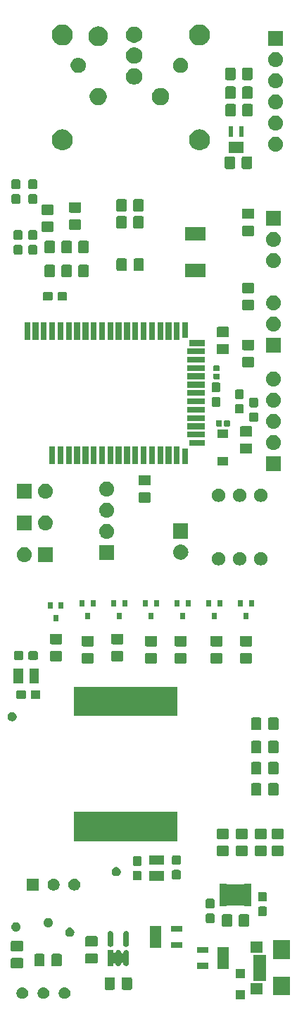
<source format=gbr>
G04 #@! TF.GenerationSoftware,KiCad,Pcbnew,(5.0.2)-1*
G04 #@! TF.CreationDate,2020-11-24T18:05:24+01:00*
G04 #@! TF.ProjectId,PCB_BLUETOOTH_V3,5043425f-424c-4554-9554-4f4f54485f56,rev?*
G04 #@! TF.SameCoordinates,Original*
G04 #@! TF.FileFunction,Soldermask,Top*
G04 #@! TF.FilePolarity,Negative*
%FSLAX46Y46*%
G04 Gerber Fmt 4.6, Leading zero omitted, Abs format (unit mm)*
G04 Created by KiCad (PCBNEW (5.0.2)-1) date 24/11/2020 18:05:24*
%MOMM*%
%LPD*%
G01*
G04 APERTURE LIST*
%ADD10C,0.100000*%
G04 APERTURE END LIST*
D10*
G36*
X131665800Y-155242400D02*
X130563800Y-155242400D01*
X130563800Y-154140400D01*
X131665800Y-154140400D01*
X131665800Y-155242400D01*
X131665800Y-155242400D01*
G37*
G36*
X110186472Y-153834138D02*
X110314049Y-153886982D01*
X110428865Y-153963700D01*
X110526500Y-154061335D01*
X110603218Y-154176151D01*
X110656062Y-154303728D01*
X110683000Y-154439156D01*
X110683000Y-154577244D01*
X110656062Y-154712672D01*
X110603218Y-154840249D01*
X110526500Y-154955065D01*
X110428865Y-155052700D01*
X110314049Y-155129418D01*
X110186472Y-155182262D01*
X110051044Y-155209200D01*
X109912956Y-155209200D01*
X109777528Y-155182262D01*
X109649951Y-155129418D01*
X109535135Y-155052700D01*
X109437500Y-154955065D01*
X109360782Y-154840249D01*
X109307938Y-154712672D01*
X109281000Y-154577244D01*
X109281000Y-154439156D01*
X109307938Y-154303728D01*
X109360782Y-154176151D01*
X109437500Y-154061335D01*
X109535135Y-153963700D01*
X109649951Y-153886982D01*
X109777528Y-153834138D01*
X109912956Y-153807200D01*
X110051044Y-153807200D01*
X110186472Y-153834138D01*
X110186472Y-153834138D01*
G37*
G36*
X107646472Y-153834138D02*
X107774049Y-153886982D01*
X107888865Y-153963700D01*
X107986500Y-154061335D01*
X108063218Y-154176151D01*
X108116062Y-154303728D01*
X108143000Y-154439156D01*
X108143000Y-154577244D01*
X108116062Y-154712672D01*
X108063218Y-154840249D01*
X107986500Y-154955065D01*
X107888865Y-155052700D01*
X107774049Y-155129418D01*
X107646472Y-155182262D01*
X107511044Y-155209200D01*
X107372956Y-155209200D01*
X107237528Y-155182262D01*
X107109951Y-155129418D01*
X106995135Y-155052700D01*
X106897500Y-154955065D01*
X106820782Y-154840249D01*
X106767938Y-154712672D01*
X106741000Y-154577244D01*
X106741000Y-154439156D01*
X106767938Y-154303728D01*
X106820782Y-154176151D01*
X106897500Y-154061335D01*
X106995135Y-153963700D01*
X107109951Y-153886982D01*
X107237528Y-153834138D01*
X107372956Y-153807200D01*
X107511044Y-153807200D01*
X107646472Y-153834138D01*
X107646472Y-153834138D01*
G37*
G36*
X105106472Y-153834138D02*
X105234049Y-153886982D01*
X105348865Y-153963700D01*
X105446500Y-154061335D01*
X105523218Y-154176151D01*
X105576062Y-154303728D01*
X105603000Y-154439156D01*
X105603000Y-154577244D01*
X105576062Y-154712672D01*
X105523218Y-154840249D01*
X105446500Y-154955065D01*
X105348865Y-155052700D01*
X105234049Y-155129418D01*
X105106472Y-155182262D01*
X104971044Y-155209200D01*
X104832956Y-155209200D01*
X104697528Y-155182262D01*
X104569951Y-155129418D01*
X104455135Y-155052700D01*
X104357500Y-154955065D01*
X104280782Y-154840249D01*
X104227938Y-154712672D01*
X104201000Y-154577244D01*
X104201000Y-154439156D01*
X104227938Y-154303728D01*
X104280782Y-154176151D01*
X104357500Y-154061335D01*
X104455135Y-153963700D01*
X104569951Y-153886982D01*
X104697528Y-153834138D01*
X104832956Y-153807200D01*
X104971044Y-153807200D01*
X105106472Y-153834138D01*
X105106472Y-153834138D01*
G37*
G36*
X137075200Y-154785000D02*
X135073200Y-154785000D01*
X135073200Y-152533000D01*
X137075200Y-152533000D01*
X137075200Y-154785000D01*
X137075200Y-154785000D01*
G37*
G36*
X133775200Y-154635000D02*
X132373200Y-154635000D01*
X132373200Y-153333000D01*
X133775200Y-153333000D01*
X133775200Y-154635000D01*
X133775200Y-154635000D01*
G37*
G36*
X115897677Y-152618665D02*
X115935364Y-152630098D01*
X115970103Y-152648666D01*
X116000548Y-152673652D01*
X116025534Y-152704097D01*
X116044102Y-152738836D01*
X116055535Y-152776523D01*
X116060000Y-152821861D01*
X116060000Y-153908539D01*
X116055535Y-153953877D01*
X116044102Y-153991564D01*
X116025534Y-154026303D01*
X116000548Y-154056748D01*
X115970103Y-154081734D01*
X115935364Y-154100302D01*
X115897677Y-154111735D01*
X115852339Y-154116200D01*
X115015661Y-154116200D01*
X114970323Y-154111735D01*
X114932636Y-154100302D01*
X114897897Y-154081734D01*
X114867452Y-154056748D01*
X114842466Y-154026303D01*
X114823898Y-153991564D01*
X114812465Y-153953877D01*
X114808000Y-153908539D01*
X114808000Y-152821861D01*
X114812465Y-152776523D01*
X114823898Y-152738836D01*
X114842466Y-152704097D01*
X114867452Y-152673652D01*
X114897897Y-152648666D01*
X114932636Y-152630098D01*
X114970323Y-152618665D01*
X115015661Y-152614200D01*
X115852339Y-152614200D01*
X115897677Y-152618665D01*
X115897677Y-152618665D01*
G37*
G36*
X117947677Y-152618665D02*
X117985364Y-152630098D01*
X118020103Y-152648666D01*
X118050548Y-152673652D01*
X118075534Y-152704097D01*
X118094102Y-152738836D01*
X118105535Y-152776523D01*
X118110000Y-152821861D01*
X118110000Y-153908539D01*
X118105535Y-153953877D01*
X118094102Y-153991564D01*
X118075534Y-154026303D01*
X118050548Y-154056748D01*
X118020103Y-154081734D01*
X117985364Y-154100302D01*
X117947677Y-154111735D01*
X117902339Y-154116200D01*
X117065661Y-154116200D01*
X117020323Y-154111735D01*
X116982636Y-154100302D01*
X116947897Y-154081734D01*
X116917452Y-154056748D01*
X116892466Y-154026303D01*
X116873898Y-153991564D01*
X116862465Y-153953877D01*
X116858000Y-153908539D01*
X116858000Y-152821861D01*
X116862465Y-152776523D01*
X116873898Y-152738836D01*
X116892466Y-152704097D01*
X116917452Y-152673652D01*
X116947897Y-152648666D01*
X116982636Y-152630098D01*
X117020323Y-152618665D01*
X117065661Y-152614200D01*
X117902339Y-152614200D01*
X117947677Y-152618665D01*
X117947677Y-152618665D01*
G37*
G36*
X134200200Y-153035000D02*
X132748200Y-153035000D01*
X132748200Y-149933000D01*
X134200200Y-149933000D01*
X134200200Y-153035000D01*
X134200200Y-153035000D01*
G37*
G36*
X131665800Y-152742400D02*
X130563800Y-152742400D01*
X130563800Y-151640400D01*
X131665800Y-151640400D01*
X131665800Y-152742400D01*
X131665800Y-152742400D01*
G37*
G36*
X127264200Y-151592800D02*
X125912200Y-151592800D01*
X125912200Y-150890800D01*
X127264200Y-150890800D01*
X127264200Y-151592800D01*
X127264200Y-151592800D01*
G37*
G36*
X129764200Y-151592800D02*
X128412200Y-151592800D01*
X128412200Y-148990800D01*
X129764200Y-148990800D01*
X129764200Y-151592800D01*
X129764200Y-151592800D01*
G37*
G36*
X104855677Y-150288865D02*
X104893364Y-150300298D01*
X104928103Y-150318866D01*
X104958548Y-150343852D01*
X104983534Y-150374297D01*
X105002102Y-150409036D01*
X105013535Y-150446723D01*
X105018000Y-150492061D01*
X105018000Y-151328739D01*
X105013535Y-151374077D01*
X105002102Y-151411764D01*
X104983534Y-151446503D01*
X104958548Y-151476948D01*
X104928103Y-151501934D01*
X104893364Y-151520502D01*
X104855677Y-151531935D01*
X104810339Y-151536400D01*
X103723661Y-151536400D01*
X103678323Y-151531935D01*
X103640636Y-151520502D01*
X103605897Y-151501934D01*
X103575452Y-151476948D01*
X103550466Y-151446503D01*
X103531898Y-151411764D01*
X103520465Y-151374077D01*
X103516000Y-151328739D01*
X103516000Y-150492061D01*
X103520465Y-150446723D01*
X103531898Y-150409036D01*
X103550466Y-150374297D01*
X103575452Y-150343852D01*
X103605897Y-150318866D01*
X103640636Y-150300298D01*
X103678323Y-150288865D01*
X103723661Y-150284400D01*
X104810339Y-150284400D01*
X104855677Y-150288865D01*
X104855677Y-150288865D01*
G37*
G36*
X109489477Y-149799265D02*
X109527164Y-149810698D01*
X109561903Y-149829266D01*
X109592348Y-149854252D01*
X109617334Y-149884697D01*
X109635902Y-149919436D01*
X109647335Y-149957123D01*
X109651800Y-150002461D01*
X109651800Y-151089139D01*
X109647335Y-151134477D01*
X109635902Y-151172164D01*
X109617334Y-151206903D01*
X109592348Y-151237348D01*
X109561903Y-151262334D01*
X109527164Y-151280902D01*
X109489477Y-151292335D01*
X109444139Y-151296800D01*
X108607461Y-151296800D01*
X108562123Y-151292335D01*
X108524436Y-151280902D01*
X108489697Y-151262334D01*
X108459252Y-151237348D01*
X108434266Y-151206903D01*
X108415698Y-151172164D01*
X108404265Y-151134477D01*
X108399800Y-151089139D01*
X108399800Y-150002461D01*
X108404265Y-149957123D01*
X108415698Y-149919436D01*
X108434266Y-149884697D01*
X108459252Y-149854252D01*
X108489697Y-149829266D01*
X108524436Y-149810698D01*
X108562123Y-149799265D01*
X108607461Y-149794800D01*
X109444139Y-149794800D01*
X109489477Y-149799265D01*
X109489477Y-149799265D01*
G37*
G36*
X107439477Y-149799265D02*
X107477164Y-149810698D01*
X107511903Y-149829266D01*
X107542348Y-149854252D01*
X107567334Y-149884697D01*
X107585902Y-149919436D01*
X107597335Y-149957123D01*
X107601800Y-150002461D01*
X107601800Y-151089139D01*
X107597335Y-151134477D01*
X107585902Y-151172164D01*
X107567334Y-151206903D01*
X107542348Y-151237348D01*
X107511903Y-151262334D01*
X107477164Y-151280902D01*
X107439477Y-151292335D01*
X107394139Y-151296800D01*
X106557461Y-151296800D01*
X106512123Y-151292335D01*
X106474436Y-151280902D01*
X106439697Y-151262334D01*
X106409252Y-151237348D01*
X106384266Y-151206903D01*
X106365698Y-151172164D01*
X106354265Y-151134477D01*
X106349800Y-151089139D01*
X106349800Y-150002461D01*
X106354265Y-149957123D01*
X106365698Y-149919436D01*
X106384266Y-149884697D01*
X106409252Y-149854252D01*
X106439697Y-149829266D01*
X106474436Y-149810698D01*
X106512123Y-149799265D01*
X106557461Y-149794800D01*
X107394139Y-149794800D01*
X107439477Y-149799265D01*
X107439477Y-149799265D01*
G37*
G36*
X115866066Y-149592629D02*
X115868468Y-149617015D01*
X115875581Y-149640464D01*
X115887132Y-149662075D01*
X115902678Y-149681017D01*
X115921620Y-149696563D01*
X115943231Y-149708114D01*
X115966680Y-149715227D01*
X115991066Y-149717629D01*
X116015452Y-149715227D01*
X116038901Y-149708114D01*
X116060512Y-149696563D01*
X116079454Y-149681017D01*
X116095000Y-149662075D01*
X116106551Y-149640464D01*
X116108641Y-149634623D01*
X116108794Y-149633070D01*
X116129113Y-149566087D01*
X116162109Y-149504355D01*
X116206515Y-149450246D01*
X116260624Y-149405840D01*
X116322356Y-149372844D01*
X116389339Y-149352525D01*
X116458999Y-149345664D01*
X116459001Y-149345664D01*
X116528661Y-149352525D01*
X116595644Y-149372844D01*
X116657376Y-149405840D01*
X116711485Y-149450246D01*
X116755891Y-149504355D01*
X116788887Y-149566087D01*
X116809206Y-149633070D01*
X116810800Y-149649255D01*
X116814383Y-149667266D01*
X116823760Y-149689905D01*
X116837374Y-149710279D01*
X116854701Y-149727606D01*
X116875076Y-149741220D01*
X116897715Y-149750598D01*
X116921748Y-149755378D01*
X116946252Y-149755378D01*
X116970286Y-149750597D01*
X116992925Y-149741220D01*
X117013299Y-149727606D01*
X117030626Y-149710279D01*
X117044240Y-149689904D01*
X117053618Y-149667265D01*
X117057200Y-149649257D01*
X117058794Y-149633070D01*
X117079113Y-149566087D01*
X117112109Y-149504355D01*
X117156515Y-149450246D01*
X117210624Y-149405840D01*
X117272356Y-149372844D01*
X117339339Y-149352525D01*
X117408999Y-149345664D01*
X117409001Y-149345664D01*
X117478661Y-149352525D01*
X117545644Y-149372844D01*
X117607376Y-149405840D01*
X117661485Y-149450246D01*
X117705891Y-149504355D01*
X117738887Y-149566087D01*
X117759206Y-149633070D01*
X117766067Y-149702730D01*
X117766067Y-150895834D01*
X117759206Y-150965494D01*
X117738887Y-151032477D01*
X117705891Y-151094209D01*
X117661485Y-151148318D01*
X117607376Y-151192724D01*
X117545644Y-151225720D01*
X117478661Y-151246039D01*
X117409001Y-151252900D01*
X117408999Y-151252900D01*
X117339339Y-151246039D01*
X117272356Y-151225720D01*
X117210624Y-151192724D01*
X117156515Y-151148318D01*
X117112109Y-151094209D01*
X117079113Y-151032477D01*
X117058794Y-150965494D01*
X117057200Y-150949309D01*
X117053617Y-150931298D01*
X117044240Y-150908659D01*
X117030626Y-150888285D01*
X117013299Y-150870958D01*
X116992924Y-150857344D01*
X116970285Y-150847966D01*
X116946252Y-150843186D01*
X116921748Y-150843186D01*
X116897714Y-150847967D01*
X116875075Y-150857344D01*
X116854701Y-150870958D01*
X116837374Y-150888285D01*
X116823760Y-150908660D01*
X116814382Y-150931299D01*
X116810800Y-150949307D01*
X116809206Y-150965494D01*
X116788887Y-151032477D01*
X116755891Y-151094209D01*
X116711485Y-151148318D01*
X116657376Y-151192724D01*
X116595644Y-151225720D01*
X116528661Y-151246039D01*
X116459001Y-151252900D01*
X116458999Y-151252900D01*
X116389339Y-151246039D01*
X116322356Y-151225720D01*
X116260624Y-151192724D01*
X116206515Y-151148318D01*
X116162109Y-151094209D01*
X116129113Y-151032477D01*
X116108794Y-150965494D01*
X116108741Y-150964961D01*
X116101306Y-150947011D01*
X116087693Y-150926636D01*
X116070366Y-150909309D01*
X116049991Y-150895695D01*
X116027352Y-150886318D01*
X116003319Y-150881537D01*
X115978814Y-150881537D01*
X115954781Y-150886317D01*
X115932142Y-150895695D01*
X115911767Y-150909308D01*
X115894440Y-150926635D01*
X115880826Y-150947010D01*
X115871449Y-150969649D01*
X115866668Y-150993682D01*
X115866066Y-151005935D01*
X115866066Y-151252900D01*
X115151934Y-151252900D01*
X115151934Y-149345664D01*
X115866066Y-149345664D01*
X115866066Y-149592629D01*
X115866066Y-149592629D01*
G37*
G36*
X113821877Y-149730065D02*
X113859564Y-149741498D01*
X113894303Y-149760066D01*
X113924748Y-149785052D01*
X113949734Y-149815497D01*
X113968302Y-149850236D01*
X113979735Y-149887923D01*
X113984200Y-149933261D01*
X113984200Y-150769939D01*
X113979735Y-150815277D01*
X113968302Y-150852964D01*
X113949734Y-150887703D01*
X113924748Y-150918148D01*
X113894303Y-150943134D01*
X113859564Y-150961702D01*
X113821877Y-150973135D01*
X113776539Y-150977600D01*
X112689861Y-150977600D01*
X112644523Y-150973135D01*
X112606836Y-150961702D01*
X112572097Y-150943134D01*
X112541652Y-150918148D01*
X112516666Y-150887703D01*
X112498098Y-150852964D01*
X112486665Y-150815277D01*
X112482200Y-150769939D01*
X112482200Y-149933261D01*
X112486665Y-149887923D01*
X112498098Y-149850236D01*
X112516666Y-149815497D01*
X112541652Y-149785052D01*
X112572097Y-149760066D01*
X112606836Y-149741498D01*
X112644523Y-149730065D01*
X112689861Y-149725600D01*
X113776539Y-149725600D01*
X113821877Y-149730065D01*
X113821877Y-149730065D01*
G37*
G36*
X137075200Y-150435000D02*
X135073200Y-150435000D01*
X135073200Y-148183000D01*
X137075200Y-148183000D01*
X137075200Y-150435000D01*
X137075200Y-150435000D01*
G37*
G36*
X127264200Y-149692800D02*
X125912200Y-149692800D01*
X125912200Y-148990800D01*
X127264200Y-148990800D01*
X127264200Y-149692800D01*
X127264200Y-149692800D01*
G37*
G36*
X133775200Y-149635000D02*
X132373200Y-149635000D01*
X132373200Y-148333000D01*
X133775200Y-148333000D01*
X133775200Y-149635000D01*
X133775200Y-149635000D01*
G37*
G36*
X104855677Y-148238865D02*
X104893364Y-148250298D01*
X104928103Y-148268866D01*
X104958548Y-148293852D01*
X104983534Y-148324297D01*
X105002102Y-148359036D01*
X105013535Y-148396723D01*
X105018000Y-148442061D01*
X105018000Y-149278739D01*
X105013535Y-149324077D01*
X105002102Y-149361764D01*
X104983534Y-149396503D01*
X104958548Y-149426948D01*
X104928103Y-149451934D01*
X104893364Y-149470502D01*
X104855677Y-149481935D01*
X104810339Y-149486400D01*
X103723661Y-149486400D01*
X103678323Y-149481935D01*
X103640636Y-149470502D01*
X103605897Y-149451934D01*
X103575452Y-149426948D01*
X103550466Y-149396503D01*
X103531898Y-149361764D01*
X103520465Y-149324077D01*
X103516000Y-149278739D01*
X103516000Y-148442061D01*
X103520465Y-148396723D01*
X103531898Y-148359036D01*
X103550466Y-148324297D01*
X103575452Y-148293852D01*
X103605897Y-148268866D01*
X103640636Y-148250298D01*
X103678323Y-148238865D01*
X103723661Y-148234400D01*
X104810339Y-148234400D01*
X104855677Y-148238865D01*
X104855677Y-148238865D01*
G37*
G36*
X121620000Y-149063000D02*
X120268000Y-149063000D01*
X120268000Y-146461000D01*
X121620000Y-146461000D01*
X121620000Y-149063000D01*
X121620000Y-149063000D01*
G37*
G36*
X124120000Y-149063000D02*
X122768000Y-149063000D01*
X122768000Y-148361000D01*
X124120000Y-148361000D01*
X124120000Y-149063000D01*
X124120000Y-149063000D01*
G37*
G36*
X115578661Y-147051561D02*
X115645644Y-147071880D01*
X115707376Y-147104876D01*
X115761485Y-147149282D01*
X115805891Y-147203391D01*
X115838887Y-147265123D01*
X115859206Y-147332106D01*
X115866067Y-147401766D01*
X115866067Y-148594870D01*
X115859206Y-148664530D01*
X115838887Y-148731513D01*
X115805891Y-148793245D01*
X115761485Y-148847354D01*
X115707376Y-148891760D01*
X115645644Y-148924756D01*
X115578661Y-148945075D01*
X115509001Y-148951936D01*
X115508999Y-148951936D01*
X115439339Y-148945075D01*
X115372356Y-148924756D01*
X115310624Y-148891760D01*
X115256515Y-148847354D01*
X115212109Y-148793245D01*
X115179113Y-148731513D01*
X115158794Y-148664530D01*
X115151933Y-148594870D01*
X115151933Y-147401766D01*
X115158794Y-147332106D01*
X115179113Y-147265123D01*
X115212109Y-147203391D01*
X115256515Y-147149282D01*
X115310624Y-147104876D01*
X115372356Y-147071880D01*
X115439339Y-147051561D01*
X115508999Y-147044700D01*
X115509001Y-147044700D01*
X115578661Y-147051561D01*
X115578661Y-147051561D01*
G37*
G36*
X117478661Y-147051561D02*
X117545644Y-147071880D01*
X117607376Y-147104876D01*
X117661485Y-147149282D01*
X117705891Y-147203391D01*
X117738887Y-147265123D01*
X117759206Y-147332106D01*
X117766067Y-147401766D01*
X117766067Y-148594870D01*
X117759206Y-148664530D01*
X117738887Y-148731513D01*
X117705891Y-148793245D01*
X117661485Y-148847354D01*
X117607376Y-148891760D01*
X117545644Y-148924756D01*
X117478661Y-148945075D01*
X117409001Y-148951936D01*
X117408999Y-148951936D01*
X117339339Y-148945075D01*
X117272356Y-148924756D01*
X117210624Y-148891760D01*
X117156515Y-148847354D01*
X117112109Y-148793245D01*
X117079113Y-148731513D01*
X117058794Y-148664530D01*
X117051933Y-148594870D01*
X117051933Y-147401766D01*
X117058794Y-147332106D01*
X117079113Y-147265123D01*
X117112109Y-147203391D01*
X117156515Y-147149282D01*
X117210624Y-147104876D01*
X117272356Y-147071880D01*
X117339339Y-147051561D01*
X117408999Y-147044700D01*
X117409001Y-147044700D01*
X117478661Y-147051561D01*
X117478661Y-147051561D01*
G37*
G36*
X113821877Y-147680065D02*
X113859564Y-147691498D01*
X113894303Y-147710066D01*
X113924748Y-147735052D01*
X113949734Y-147765497D01*
X113968302Y-147800236D01*
X113979735Y-147837923D01*
X113984200Y-147883261D01*
X113984200Y-148719939D01*
X113979735Y-148765277D01*
X113968302Y-148802964D01*
X113949734Y-148837703D01*
X113924748Y-148868148D01*
X113894303Y-148893134D01*
X113859564Y-148911702D01*
X113821877Y-148923135D01*
X113776539Y-148927600D01*
X112689861Y-148927600D01*
X112644523Y-148923135D01*
X112606836Y-148911702D01*
X112572097Y-148893134D01*
X112541652Y-148868148D01*
X112516666Y-148837703D01*
X112498098Y-148802964D01*
X112486665Y-148765277D01*
X112482200Y-148719939D01*
X112482200Y-147883261D01*
X112486665Y-147837923D01*
X112498098Y-147800236D01*
X112516666Y-147765497D01*
X112541652Y-147735052D01*
X112572097Y-147710066D01*
X112606836Y-147691498D01*
X112644523Y-147680065D01*
X112689861Y-147675600D01*
X113776539Y-147675600D01*
X113821877Y-147680065D01*
X113821877Y-147680065D01*
G37*
G36*
X110777721Y-146663174D02*
X110877995Y-146704709D01*
X110968245Y-146765012D01*
X111044988Y-146841755D01*
X111105291Y-146932005D01*
X111146826Y-147032279D01*
X111168000Y-147138730D01*
X111168000Y-147247270D01*
X111146826Y-147353721D01*
X111105291Y-147453995D01*
X111044988Y-147544245D01*
X110968245Y-147620988D01*
X110877995Y-147681291D01*
X110777721Y-147722826D01*
X110671270Y-147744000D01*
X110562730Y-147744000D01*
X110456279Y-147722826D01*
X110356005Y-147681291D01*
X110265755Y-147620988D01*
X110189012Y-147544245D01*
X110128709Y-147453995D01*
X110087174Y-147353721D01*
X110066000Y-147247270D01*
X110066000Y-147138730D01*
X110087174Y-147032279D01*
X110128709Y-146932005D01*
X110189012Y-146841755D01*
X110265755Y-146765012D01*
X110356005Y-146704709D01*
X110456279Y-146663174D01*
X110562730Y-146642000D01*
X110671270Y-146642000D01*
X110777721Y-146663174D01*
X110777721Y-146663174D01*
G37*
G36*
X124120000Y-147163000D02*
X122768000Y-147163000D01*
X122768000Y-146461000D01*
X124120000Y-146461000D01*
X124120000Y-147163000D01*
X124120000Y-147163000D01*
G37*
G36*
X104300721Y-146028174D02*
X104400995Y-146069709D01*
X104491245Y-146130012D01*
X104567988Y-146206755D01*
X104628291Y-146297005D01*
X104669826Y-146397279D01*
X104691000Y-146503730D01*
X104691000Y-146612270D01*
X104669826Y-146718721D01*
X104628291Y-146818995D01*
X104567988Y-146909245D01*
X104491245Y-146985988D01*
X104400995Y-147046291D01*
X104300721Y-147087826D01*
X104194270Y-147109000D01*
X104085730Y-147109000D01*
X103979279Y-147087826D01*
X103879005Y-147046291D01*
X103788755Y-146985988D01*
X103712012Y-146909245D01*
X103651709Y-146818995D01*
X103610174Y-146718721D01*
X103589000Y-146612270D01*
X103589000Y-146503730D01*
X103610174Y-146397279D01*
X103651709Y-146297005D01*
X103712012Y-146206755D01*
X103788755Y-146130012D01*
X103879005Y-146069709D01*
X103979279Y-146028174D01*
X104085730Y-146007000D01*
X104194270Y-146007000D01*
X104300721Y-146028174D01*
X104300721Y-146028174D01*
G37*
G36*
X108186921Y-145520174D02*
X108287195Y-145561709D01*
X108377445Y-145622012D01*
X108454188Y-145698755D01*
X108514491Y-145789005D01*
X108556026Y-145889279D01*
X108577200Y-145995730D01*
X108577200Y-146104270D01*
X108556026Y-146210721D01*
X108514491Y-146310995D01*
X108454188Y-146401245D01*
X108377445Y-146477988D01*
X108287195Y-146538291D01*
X108186921Y-146579826D01*
X108080470Y-146601000D01*
X107971930Y-146601000D01*
X107865479Y-146579826D01*
X107765205Y-146538291D01*
X107674955Y-146477988D01*
X107598212Y-146401245D01*
X107537909Y-146310995D01*
X107496374Y-146210721D01*
X107475200Y-146104270D01*
X107475200Y-145995730D01*
X107496374Y-145889279D01*
X107537909Y-145789005D01*
X107598212Y-145698755D01*
X107674955Y-145622012D01*
X107765205Y-145561709D01*
X107865479Y-145520174D01*
X107971930Y-145499000D01*
X108080470Y-145499000D01*
X108186921Y-145520174D01*
X108186921Y-145520174D01*
G37*
G36*
X132053677Y-145049465D02*
X132091364Y-145060898D01*
X132126103Y-145079466D01*
X132156548Y-145104452D01*
X132181534Y-145134897D01*
X132200102Y-145169636D01*
X132211535Y-145207323D01*
X132216000Y-145252661D01*
X132216000Y-146339339D01*
X132211535Y-146384677D01*
X132200102Y-146422364D01*
X132181534Y-146457103D01*
X132156548Y-146487548D01*
X132126103Y-146512534D01*
X132091364Y-146531102D01*
X132053677Y-146542535D01*
X132008339Y-146547000D01*
X131171661Y-146547000D01*
X131126323Y-146542535D01*
X131088636Y-146531102D01*
X131053897Y-146512534D01*
X131023452Y-146487548D01*
X130998466Y-146457103D01*
X130979898Y-146422364D01*
X130968465Y-146384677D01*
X130964000Y-146339339D01*
X130964000Y-145252661D01*
X130968465Y-145207323D01*
X130979898Y-145169636D01*
X130998466Y-145134897D01*
X131023452Y-145104452D01*
X131053897Y-145079466D01*
X131088636Y-145060898D01*
X131126323Y-145049465D01*
X131171661Y-145045000D01*
X132008339Y-145045000D01*
X132053677Y-145049465D01*
X132053677Y-145049465D01*
G37*
G36*
X130003677Y-145049465D02*
X130041364Y-145060898D01*
X130076103Y-145079466D01*
X130106548Y-145104452D01*
X130131534Y-145134897D01*
X130150102Y-145169636D01*
X130161535Y-145207323D01*
X130166000Y-145252661D01*
X130166000Y-146339339D01*
X130161535Y-146384677D01*
X130150102Y-146422364D01*
X130131534Y-146457103D01*
X130106548Y-146487548D01*
X130076103Y-146512534D01*
X130041364Y-146531102D01*
X130003677Y-146542535D01*
X129958339Y-146547000D01*
X129121661Y-146547000D01*
X129076323Y-146542535D01*
X129038636Y-146531102D01*
X129003897Y-146512534D01*
X128973452Y-146487548D01*
X128948466Y-146457103D01*
X128929898Y-146422364D01*
X128918465Y-146384677D01*
X128914000Y-146339339D01*
X128914000Y-145252661D01*
X128918465Y-145207323D01*
X128929898Y-145169636D01*
X128948466Y-145134897D01*
X128973452Y-145104452D01*
X129003897Y-145079466D01*
X129038636Y-145060898D01*
X129076323Y-145049465D01*
X129121661Y-145045000D01*
X129958339Y-145045000D01*
X130003677Y-145049465D01*
X130003677Y-145049465D01*
G37*
G36*
X127872499Y-144942445D02*
X127909993Y-144953819D01*
X127944557Y-144972294D01*
X127974847Y-144997153D01*
X127999706Y-145027443D01*
X128018181Y-145062007D01*
X128029555Y-145099501D01*
X128034000Y-145144638D01*
X128034000Y-145883362D01*
X128029555Y-145928499D01*
X128018181Y-145965993D01*
X127999706Y-146000557D01*
X127974847Y-146030847D01*
X127944557Y-146055706D01*
X127909993Y-146074181D01*
X127872499Y-146085555D01*
X127827362Y-146090000D01*
X127188638Y-146090000D01*
X127143501Y-146085555D01*
X127106007Y-146074181D01*
X127071443Y-146055706D01*
X127041153Y-146030847D01*
X127016294Y-146000557D01*
X126997819Y-145965993D01*
X126986445Y-145928499D01*
X126982000Y-145883362D01*
X126982000Y-145144638D01*
X126986445Y-145099501D01*
X126997819Y-145062007D01*
X127016294Y-145027443D01*
X127041153Y-144997153D01*
X127071443Y-144972294D01*
X127106007Y-144953819D01*
X127143501Y-144942445D01*
X127188638Y-144938000D01*
X127827362Y-144938000D01*
X127872499Y-144942445D01*
X127872499Y-144942445D01*
G37*
G36*
X134171699Y-144118245D02*
X134209193Y-144129619D01*
X134243757Y-144148094D01*
X134274047Y-144172953D01*
X134298906Y-144203243D01*
X134317381Y-144237807D01*
X134328755Y-144275301D01*
X134333200Y-144320438D01*
X134333200Y-145059162D01*
X134328755Y-145104299D01*
X134317381Y-145141793D01*
X134298906Y-145176357D01*
X134274047Y-145206647D01*
X134243757Y-145231506D01*
X134209193Y-145249981D01*
X134171699Y-145261355D01*
X134126562Y-145265800D01*
X133487838Y-145265800D01*
X133442701Y-145261355D01*
X133405207Y-145249981D01*
X133370643Y-145231506D01*
X133340353Y-145206647D01*
X133315494Y-145176357D01*
X133297019Y-145141793D01*
X133285645Y-145104299D01*
X133281200Y-145059162D01*
X133281200Y-144320438D01*
X133285645Y-144275301D01*
X133297019Y-144237807D01*
X133315494Y-144203243D01*
X133340353Y-144172953D01*
X133370643Y-144148094D01*
X133405207Y-144129619D01*
X133442701Y-144118245D01*
X133487838Y-144113800D01*
X134126562Y-144113800D01*
X134171699Y-144118245D01*
X134171699Y-144118245D01*
G37*
G36*
X127872499Y-143192445D02*
X127909993Y-143203819D01*
X127944557Y-143222294D01*
X127974847Y-143247153D01*
X127999706Y-143277443D01*
X128018181Y-143312007D01*
X128029555Y-143349501D01*
X128034000Y-143394638D01*
X128034000Y-144133362D01*
X128029555Y-144178499D01*
X128018181Y-144215993D01*
X127999706Y-144250557D01*
X127974847Y-144280847D01*
X127944557Y-144305706D01*
X127909993Y-144324181D01*
X127872499Y-144335555D01*
X127827362Y-144340000D01*
X127188638Y-144340000D01*
X127143501Y-144335555D01*
X127106007Y-144324181D01*
X127071443Y-144305706D01*
X127041153Y-144280847D01*
X127016294Y-144250557D01*
X126997819Y-144215993D01*
X126986445Y-144178499D01*
X126982000Y-144133362D01*
X126982000Y-143394638D01*
X126986445Y-143349501D01*
X126997819Y-143312007D01*
X127016294Y-143277443D01*
X127041153Y-143247153D01*
X127071443Y-143222294D01*
X127106007Y-143203819D01*
X127143501Y-143192445D01*
X127188638Y-143188000D01*
X127827362Y-143188000D01*
X127872499Y-143192445D01*
X127872499Y-143192445D01*
G37*
G36*
X129491515Y-141419835D02*
X129503066Y-141441446D01*
X129518612Y-141460388D01*
X129537554Y-141475934D01*
X129559165Y-141487485D01*
X129582614Y-141494598D01*
X129607000Y-141497000D01*
X131505000Y-141497000D01*
X131529386Y-141494598D01*
X131552835Y-141487485D01*
X131574446Y-141475934D01*
X131593388Y-141460388D01*
X131608934Y-141441446D01*
X131620485Y-141419835D01*
X131627412Y-141397000D01*
X132482000Y-141397000D01*
X132482000Y-144099000D01*
X131627412Y-144099000D01*
X131620485Y-144076165D01*
X131608934Y-144054554D01*
X131593388Y-144035612D01*
X131574446Y-144020066D01*
X131552835Y-144008515D01*
X131529386Y-144001402D01*
X131505000Y-143999000D01*
X129607000Y-143999000D01*
X129582614Y-144001402D01*
X129559165Y-144008515D01*
X129537554Y-144020066D01*
X129518612Y-144035612D01*
X129503066Y-144054554D01*
X129491515Y-144076165D01*
X129484588Y-144099000D01*
X128630000Y-144099000D01*
X128630000Y-141397000D01*
X129484588Y-141397000D01*
X129491515Y-141419835D01*
X129491515Y-141419835D01*
G37*
G36*
X134171699Y-142368245D02*
X134209193Y-142379619D01*
X134243757Y-142398094D01*
X134274047Y-142422953D01*
X134298906Y-142453243D01*
X134317381Y-142487807D01*
X134328755Y-142525301D01*
X134333200Y-142570438D01*
X134333200Y-143309162D01*
X134328755Y-143354299D01*
X134317381Y-143391793D01*
X134298906Y-143426357D01*
X134274047Y-143456647D01*
X134243757Y-143481506D01*
X134209193Y-143499981D01*
X134171699Y-143511355D01*
X134126562Y-143515800D01*
X133487838Y-143515800D01*
X133442701Y-143511355D01*
X133405207Y-143499981D01*
X133370643Y-143481506D01*
X133340353Y-143456647D01*
X133315494Y-143426357D01*
X133297019Y-143391793D01*
X133285645Y-143354299D01*
X133281200Y-143309162D01*
X133281200Y-142570438D01*
X133285645Y-142525301D01*
X133297019Y-142487807D01*
X133315494Y-142453243D01*
X133340353Y-142422953D01*
X133370643Y-142398094D01*
X133405207Y-142379619D01*
X133442701Y-142368245D01*
X133487838Y-142363800D01*
X134126562Y-142363800D01*
X134171699Y-142368245D01*
X134171699Y-142368245D01*
G37*
G36*
X106898000Y-142204000D02*
X105446000Y-142204000D01*
X105446000Y-140752000D01*
X106898000Y-140752000D01*
X106898000Y-142204000D01*
X106898000Y-142204000D01*
G37*
G36*
X111383767Y-140779899D02*
X111515891Y-140834627D01*
X111634799Y-140914079D01*
X111735921Y-141015201D01*
X111815373Y-141134109D01*
X111870101Y-141266233D01*
X111898000Y-141406494D01*
X111898000Y-141549506D01*
X111870101Y-141689767D01*
X111815373Y-141821891D01*
X111735921Y-141940799D01*
X111634799Y-142041921D01*
X111515891Y-142121373D01*
X111383767Y-142176101D01*
X111243506Y-142204000D01*
X111100494Y-142204000D01*
X110960233Y-142176101D01*
X110828109Y-142121373D01*
X110709201Y-142041921D01*
X110608079Y-141940799D01*
X110528627Y-141821891D01*
X110473899Y-141689767D01*
X110446000Y-141549506D01*
X110446000Y-141406494D01*
X110473899Y-141266233D01*
X110528627Y-141134109D01*
X110608079Y-141015201D01*
X110709201Y-140914079D01*
X110828109Y-140834627D01*
X110960233Y-140779899D01*
X111100494Y-140752000D01*
X111243506Y-140752000D01*
X111383767Y-140779899D01*
X111383767Y-140779899D01*
G37*
G36*
X108883767Y-140779899D02*
X109015891Y-140834627D01*
X109134799Y-140914079D01*
X109235921Y-141015201D01*
X109315373Y-141134109D01*
X109370101Y-141266233D01*
X109398000Y-141406494D01*
X109398000Y-141549506D01*
X109370101Y-141689767D01*
X109315373Y-141821891D01*
X109235921Y-141940799D01*
X109134799Y-142041921D01*
X109015891Y-142121373D01*
X108883767Y-142176101D01*
X108743506Y-142204000D01*
X108600494Y-142204000D01*
X108460233Y-142176101D01*
X108328109Y-142121373D01*
X108209201Y-142041921D01*
X108108079Y-141940799D01*
X108028627Y-141821891D01*
X107973899Y-141689767D01*
X107946000Y-141549506D01*
X107946000Y-141406494D01*
X107973899Y-141266233D01*
X108028627Y-141134109D01*
X108108079Y-141015201D01*
X108209201Y-140914079D01*
X108328109Y-140834627D01*
X108460233Y-140779899D01*
X108600494Y-140752000D01*
X108743506Y-140752000D01*
X108883767Y-140779899D01*
X108883767Y-140779899D01*
G37*
G36*
X121957400Y-140997400D02*
X120155400Y-140997400D01*
X120155400Y-139845400D01*
X121957400Y-139845400D01*
X121957400Y-140997400D01*
X121957400Y-140997400D01*
G37*
G36*
X119084099Y-139825645D02*
X119121593Y-139837019D01*
X119156157Y-139855494D01*
X119186447Y-139880353D01*
X119211306Y-139910643D01*
X119229781Y-139945207D01*
X119241155Y-139982701D01*
X119245600Y-140027838D01*
X119245600Y-140766562D01*
X119241155Y-140811699D01*
X119229781Y-140849193D01*
X119211306Y-140883757D01*
X119186447Y-140914047D01*
X119156157Y-140938906D01*
X119121593Y-140957381D01*
X119084099Y-140968755D01*
X119038962Y-140973200D01*
X118400238Y-140973200D01*
X118355101Y-140968755D01*
X118317607Y-140957381D01*
X118283043Y-140938906D01*
X118252753Y-140914047D01*
X118227894Y-140883757D01*
X118209419Y-140849193D01*
X118198045Y-140811699D01*
X118193600Y-140766562D01*
X118193600Y-140027838D01*
X118198045Y-139982701D01*
X118209419Y-139945207D01*
X118227894Y-139910643D01*
X118252753Y-139880353D01*
X118283043Y-139855494D01*
X118317607Y-139837019D01*
X118355101Y-139825645D01*
X118400238Y-139821200D01*
X119038962Y-139821200D01*
X119084099Y-139825645D01*
X119084099Y-139825645D01*
G37*
G36*
X123808499Y-139724045D02*
X123845993Y-139735419D01*
X123880557Y-139753894D01*
X123910847Y-139778753D01*
X123935706Y-139809043D01*
X123954181Y-139843607D01*
X123965555Y-139881101D01*
X123970000Y-139926238D01*
X123970000Y-140664962D01*
X123965555Y-140710099D01*
X123954181Y-140747593D01*
X123935706Y-140782157D01*
X123910847Y-140812447D01*
X123880557Y-140837306D01*
X123845993Y-140855781D01*
X123808499Y-140867155D01*
X123763362Y-140871600D01*
X123124638Y-140871600D01*
X123079501Y-140867155D01*
X123042007Y-140855781D01*
X123007443Y-140837306D01*
X122977153Y-140812447D01*
X122952294Y-140782157D01*
X122933819Y-140747593D01*
X122922445Y-140710099D01*
X122918000Y-140664962D01*
X122918000Y-139926238D01*
X122922445Y-139881101D01*
X122933819Y-139843607D01*
X122952294Y-139809043D01*
X122977153Y-139778753D01*
X123007443Y-139753894D01*
X123042007Y-139735419D01*
X123079501Y-139724045D01*
X123124638Y-139719600D01*
X123763362Y-139719600D01*
X123808499Y-139724045D01*
X123808499Y-139724045D01*
G37*
G36*
X116365721Y-139398774D02*
X116465995Y-139440309D01*
X116556245Y-139500612D01*
X116632988Y-139577355D01*
X116693291Y-139667605D01*
X116734826Y-139767879D01*
X116756000Y-139874330D01*
X116756000Y-139982870D01*
X116734826Y-140089321D01*
X116693291Y-140189595D01*
X116632988Y-140279845D01*
X116556245Y-140356588D01*
X116465995Y-140416891D01*
X116365721Y-140458426D01*
X116259270Y-140479600D01*
X116150730Y-140479600D01*
X116044279Y-140458426D01*
X115944005Y-140416891D01*
X115853755Y-140356588D01*
X115777012Y-140279845D01*
X115716709Y-140189595D01*
X115675174Y-140089321D01*
X115654000Y-139982870D01*
X115654000Y-139874330D01*
X115675174Y-139767879D01*
X115716709Y-139667605D01*
X115777012Y-139577355D01*
X115853755Y-139500612D01*
X115944005Y-139440309D01*
X116044279Y-139398774D01*
X116150730Y-139377600D01*
X116259270Y-139377600D01*
X116365721Y-139398774D01*
X116365721Y-139398774D01*
G37*
G36*
X119084099Y-138075645D02*
X119121593Y-138087019D01*
X119156157Y-138105494D01*
X119186447Y-138130353D01*
X119211306Y-138160643D01*
X119229781Y-138195207D01*
X119241155Y-138232701D01*
X119245600Y-138277838D01*
X119245600Y-139016562D01*
X119241155Y-139061699D01*
X119229781Y-139099193D01*
X119211306Y-139133757D01*
X119186447Y-139164047D01*
X119156157Y-139188906D01*
X119121593Y-139207381D01*
X119084099Y-139218755D01*
X119038962Y-139223200D01*
X118400238Y-139223200D01*
X118355101Y-139218755D01*
X118317607Y-139207381D01*
X118283043Y-139188906D01*
X118252753Y-139164047D01*
X118227894Y-139133757D01*
X118209419Y-139099193D01*
X118198045Y-139061699D01*
X118193600Y-139016562D01*
X118193600Y-138277838D01*
X118198045Y-138232701D01*
X118209419Y-138195207D01*
X118227894Y-138160643D01*
X118252753Y-138130353D01*
X118283043Y-138105494D01*
X118317607Y-138087019D01*
X118355101Y-138075645D01*
X118400238Y-138071200D01*
X119038962Y-138071200D01*
X119084099Y-138075645D01*
X119084099Y-138075645D01*
G37*
G36*
X123808499Y-137974045D02*
X123845993Y-137985419D01*
X123880557Y-138003894D01*
X123910847Y-138028753D01*
X123935706Y-138059043D01*
X123954181Y-138093607D01*
X123965555Y-138131101D01*
X123970000Y-138176238D01*
X123970000Y-138914962D01*
X123965555Y-138960099D01*
X123954181Y-138997593D01*
X123935706Y-139032157D01*
X123910847Y-139062447D01*
X123880557Y-139087306D01*
X123845993Y-139105781D01*
X123808499Y-139117155D01*
X123763362Y-139121600D01*
X123124638Y-139121600D01*
X123079501Y-139117155D01*
X123042007Y-139105781D01*
X123007443Y-139087306D01*
X122977153Y-139062447D01*
X122952294Y-139032157D01*
X122933819Y-138997593D01*
X122922445Y-138960099D01*
X122918000Y-138914962D01*
X122918000Y-138176238D01*
X122922445Y-138131101D01*
X122933819Y-138093607D01*
X122952294Y-138059043D01*
X122977153Y-138028753D01*
X123007443Y-138003894D01*
X123042007Y-137985419D01*
X123079501Y-137974045D01*
X123124638Y-137969600D01*
X123763362Y-137969600D01*
X123808499Y-137974045D01*
X123808499Y-137974045D01*
G37*
G36*
X121957400Y-139097400D02*
X120155400Y-139097400D01*
X120155400Y-137945400D01*
X121957400Y-137945400D01*
X121957400Y-139097400D01*
X121957400Y-139097400D01*
G37*
G36*
X136224677Y-136810465D02*
X136262364Y-136821898D01*
X136297103Y-136840466D01*
X136327548Y-136865452D01*
X136352534Y-136895897D01*
X136371102Y-136930636D01*
X136382535Y-136968323D01*
X136387000Y-137013661D01*
X136387000Y-137850339D01*
X136382535Y-137895677D01*
X136371102Y-137933364D01*
X136352534Y-137968103D01*
X136327548Y-137998548D01*
X136297103Y-138023534D01*
X136262364Y-138042102D01*
X136224677Y-138053535D01*
X136179339Y-138058000D01*
X135092661Y-138058000D01*
X135047323Y-138053535D01*
X135009636Y-138042102D01*
X134974897Y-138023534D01*
X134944452Y-137998548D01*
X134919466Y-137968103D01*
X134900898Y-137933364D01*
X134889465Y-137895677D01*
X134885000Y-137850339D01*
X134885000Y-137013661D01*
X134889465Y-136968323D01*
X134900898Y-136930636D01*
X134919466Y-136895897D01*
X134944452Y-136865452D01*
X134974897Y-136840466D01*
X135009636Y-136821898D01*
X135047323Y-136810465D01*
X135092661Y-136806000D01*
X136179339Y-136806000D01*
X136224677Y-136810465D01*
X136224677Y-136810465D01*
G37*
G36*
X131906677Y-136810465D02*
X131944364Y-136821898D01*
X131979103Y-136840466D01*
X132009548Y-136865452D01*
X132034534Y-136895897D01*
X132053102Y-136930636D01*
X132064535Y-136968323D01*
X132069000Y-137013661D01*
X132069000Y-137850339D01*
X132064535Y-137895677D01*
X132053102Y-137933364D01*
X132034534Y-137968103D01*
X132009548Y-137998548D01*
X131979103Y-138023534D01*
X131944364Y-138042102D01*
X131906677Y-138053535D01*
X131861339Y-138058000D01*
X130774661Y-138058000D01*
X130729323Y-138053535D01*
X130691636Y-138042102D01*
X130656897Y-138023534D01*
X130626452Y-137998548D01*
X130601466Y-137968103D01*
X130582898Y-137933364D01*
X130571465Y-137895677D01*
X130567000Y-137850339D01*
X130567000Y-137013661D01*
X130571465Y-136968323D01*
X130582898Y-136930636D01*
X130601466Y-136895897D01*
X130626452Y-136865452D01*
X130656897Y-136840466D01*
X130691636Y-136821898D01*
X130729323Y-136810465D01*
X130774661Y-136806000D01*
X131861339Y-136806000D01*
X131906677Y-136810465D01*
X131906677Y-136810465D01*
G37*
G36*
X129620677Y-136810465D02*
X129658364Y-136821898D01*
X129693103Y-136840466D01*
X129723548Y-136865452D01*
X129748534Y-136895897D01*
X129767102Y-136930636D01*
X129778535Y-136968323D01*
X129783000Y-137013661D01*
X129783000Y-137850339D01*
X129778535Y-137895677D01*
X129767102Y-137933364D01*
X129748534Y-137968103D01*
X129723548Y-137998548D01*
X129693103Y-138023534D01*
X129658364Y-138042102D01*
X129620677Y-138053535D01*
X129575339Y-138058000D01*
X128488661Y-138058000D01*
X128443323Y-138053535D01*
X128405636Y-138042102D01*
X128370897Y-138023534D01*
X128340452Y-137998548D01*
X128315466Y-137968103D01*
X128296898Y-137933364D01*
X128285465Y-137895677D01*
X128281000Y-137850339D01*
X128281000Y-137013661D01*
X128285465Y-136968323D01*
X128296898Y-136930636D01*
X128315466Y-136895897D01*
X128340452Y-136865452D01*
X128370897Y-136840466D01*
X128405636Y-136821898D01*
X128443323Y-136810465D01*
X128488661Y-136806000D01*
X129575339Y-136806000D01*
X129620677Y-136810465D01*
X129620677Y-136810465D01*
G37*
G36*
X134192677Y-136810465D02*
X134230364Y-136821898D01*
X134265103Y-136840466D01*
X134295548Y-136865452D01*
X134320534Y-136895897D01*
X134339102Y-136930636D01*
X134350535Y-136968323D01*
X134355000Y-137013661D01*
X134355000Y-137850339D01*
X134350535Y-137895677D01*
X134339102Y-137933364D01*
X134320534Y-137968103D01*
X134295548Y-137998548D01*
X134265103Y-138023534D01*
X134230364Y-138042102D01*
X134192677Y-138053535D01*
X134147339Y-138058000D01*
X133060661Y-138058000D01*
X133015323Y-138053535D01*
X132977636Y-138042102D01*
X132942897Y-138023534D01*
X132912452Y-137998548D01*
X132887466Y-137968103D01*
X132868898Y-137933364D01*
X132857465Y-137895677D01*
X132853000Y-137850339D01*
X132853000Y-137013661D01*
X132857465Y-136968323D01*
X132868898Y-136930636D01*
X132887466Y-136895897D01*
X132912452Y-136865452D01*
X132942897Y-136840466D01*
X132977636Y-136821898D01*
X133015323Y-136810465D01*
X133060661Y-136806000D01*
X134147339Y-136806000D01*
X134192677Y-136810465D01*
X134192677Y-136810465D01*
G37*
G36*
X123579000Y-136251000D02*
X111117000Y-136251000D01*
X111117000Y-132749000D01*
X123579000Y-132749000D01*
X123579000Y-136251000D01*
X123579000Y-136251000D01*
G37*
G36*
X131906677Y-134760465D02*
X131944364Y-134771898D01*
X131979103Y-134790466D01*
X132009548Y-134815452D01*
X132034534Y-134845897D01*
X132053102Y-134880636D01*
X132064535Y-134918323D01*
X132069000Y-134963661D01*
X132069000Y-135800339D01*
X132064535Y-135845677D01*
X132053102Y-135883364D01*
X132034534Y-135918103D01*
X132009548Y-135948548D01*
X131979103Y-135973534D01*
X131944364Y-135992102D01*
X131906677Y-136003535D01*
X131861339Y-136008000D01*
X130774661Y-136008000D01*
X130729323Y-136003535D01*
X130691636Y-135992102D01*
X130656897Y-135973534D01*
X130626452Y-135948548D01*
X130601466Y-135918103D01*
X130582898Y-135883364D01*
X130571465Y-135845677D01*
X130567000Y-135800339D01*
X130567000Y-134963661D01*
X130571465Y-134918323D01*
X130582898Y-134880636D01*
X130601466Y-134845897D01*
X130626452Y-134815452D01*
X130656897Y-134790466D01*
X130691636Y-134771898D01*
X130729323Y-134760465D01*
X130774661Y-134756000D01*
X131861339Y-134756000D01*
X131906677Y-134760465D01*
X131906677Y-134760465D01*
G37*
G36*
X136224677Y-134760465D02*
X136262364Y-134771898D01*
X136297103Y-134790466D01*
X136327548Y-134815452D01*
X136352534Y-134845897D01*
X136371102Y-134880636D01*
X136382535Y-134918323D01*
X136387000Y-134963661D01*
X136387000Y-135800339D01*
X136382535Y-135845677D01*
X136371102Y-135883364D01*
X136352534Y-135918103D01*
X136327548Y-135948548D01*
X136297103Y-135973534D01*
X136262364Y-135992102D01*
X136224677Y-136003535D01*
X136179339Y-136008000D01*
X135092661Y-136008000D01*
X135047323Y-136003535D01*
X135009636Y-135992102D01*
X134974897Y-135973534D01*
X134944452Y-135948548D01*
X134919466Y-135918103D01*
X134900898Y-135883364D01*
X134889465Y-135845677D01*
X134885000Y-135800339D01*
X134885000Y-134963661D01*
X134889465Y-134918323D01*
X134900898Y-134880636D01*
X134919466Y-134845897D01*
X134944452Y-134815452D01*
X134974897Y-134790466D01*
X135009636Y-134771898D01*
X135047323Y-134760465D01*
X135092661Y-134756000D01*
X136179339Y-134756000D01*
X136224677Y-134760465D01*
X136224677Y-134760465D01*
G37*
G36*
X134192677Y-134760465D02*
X134230364Y-134771898D01*
X134265103Y-134790466D01*
X134295548Y-134815452D01*
X134320534Y-134845897D01*
X134339102Y-134880636D01*
X134350535Y-134918323D01*
X134355000Y-134963661D01*
X134355000Y-135800339D01*
X134350535Y-135845677D01*
X134339102Y-135883364D01*
X134320534Y-135918103D01*
X134295548Y-135948548D01*
X134265103Y-135973534D01*
X134230364Y-135992102D01*
X134192677Y-136003535D01*
X134147339Y-136008000D01*
X133060661Y-136008000D01*
X133015323Y-136003535D01*
X132977636Y-135992102D01*
X132942897Y-135973534D01*
X132912452Y-135948548D01*
X132887466Y-135918103D01*
X132868898Y-135883364D01*
X132857465Y-135845677D01*
X132853000Y-135800339D01*
X132853000Y-134963661D01*
X132857465Y-134918323D01*
X132868898Y-134880636D01*
X132887466Y-134845897D01*
X132912452Y-134815452D01*
X132942897Y-134790466D01*
X132977636Y-134771898D01*
X133015323Y-134760465D01*
X133060661Y-134756000D01*
X134147339Y-134756000D01*
X134192677Y-134760465D01*
X134192677Y-134760465D01*
G37*
G36*
X129620677Y-134760465D02*
X129658364Y-134771898D01*
X129693103Y-134790466D01*
X129723548Y-134815452D01*
X129748534Y-134845897D01*
X129767102Y-134880636D01*
X129778535Y-134918323D01*
X129783000Y-134963661D01*
X129783000Y-135800339D01*
X129778535Y-135845677D01*
X129767102Y-135883364D01*
X129748534Y-135918103D01*
X129723548Y-135948548D01*
X129693103Y-135973534D01*
X129658364Y-135992102D01*
X129620677Y-136003535D01*
X129575339Y-136008000D01*
X128488661Y-136008000D01*
X128443323Y-136003535D01*
X128405636Y-135992102D01*
X128370897Y-135973534D01*
X128340452Y-135948548D01*
X128315466Y-135918103D01*
X128296898Y-135883364D01*
X128285465Y-135845677D01*
X128281000Y-135800339D01*
X128281000Y-134963661D01*
X128285465Y-134918323D01*
X128296898Y-134880636D01*
X128315466Y-134845897D01*
X128340452Y-134815452D01*
X128370897Y-134790466D01*
X128405636Y-134771898D01*
X128443323Y-134760465D01*
X128488661Y-134756000D01*
X129575339Y-134756000D01*
X129620677Y-134760465D01*
X129620677Y-134760465D01*
G37*
G36*
X133514177Y-129301465D02*
X133551864Y-129312898D01*
X133586603Y-129331466D01*
X133617048Y-129356452D01*
X133642034Y-129386897D01*
X133660602Y-129421636D01*
X133672035Y-129459323D01*
X133676500Y-129504661D01*
X133676500Y-130591339D01*
X133672035Y-130636677D01*
X133660602Y-130674364D01*
X133642034Y-130709103D01*
X133617048Y-130739548D01*
X133586603Y-130764534D01*
X133551864Y-130783102D01*
X133514177Y-130794535D01*
X133468839Y-130799000D01*
X132632161Y-130799000D01*
X132586823Y-130794535D01*
X132549136Y-130783102D01*
X132514397Y-130764534D01*
X132483952Y-130739548D01*
X132458966Y-130709103D01*
X132440398Y-130674364D01*
X132428965Y-130636677D01*
X132424500Y-130591339D01*
X132424500Y-129504661D01*
X132428965Y-129459323D01*
X132440398Y-129421636D01*
X132458966Y-129386897D01*
X132483952Y-129356452D01*
X132514397Y-129331466D01*
X132549136Y-129312898D01*
X132586823Y-129301465D01*
X132632161Y-129297000D01*
X133468839Y-129297000D01*
X133514177Y-129301465D01*
X133514177Y-129301465D01*
G37*
G36*
X135564177Y-129301465D02*
X135601864Y-129312898D01*
X135636603Y-129331466D01*
X135667048Y-129356452D01*
X135692034Y-129386897D01*
X135710602Y-129421636D01*
X135722035Y-129459323D01*
X135726500Y-129504661D01*
X135726500Y-130591339D01*
X135722035Y-130636677D01*
X135710602Y-130674364D01*
X135692034Y-130709103D01*
X135667048Y-130739548D01*
X135636603Y-130764534D01*
X135601864Y-130783102D01*
X135564177Y-130794535D01*
X135518839Y-130799000D01*
X134682161Y-130799000D01*
X134636823Y-130794535D01*
X134599136Y-130783102D01*
X134564397Y-130764534D01*
X134533952Y-130739548D01*
X134508966Y-130709103D01*
X134490398Y-130674364D01*
X134478965Y-130636677D01*
X134474500Y-130591339D01*
X134474500Y-129504661D01*
X134478965Y-129459323D01*
X134490398Y-129421636D01*
X134508966Y-129386897D01*
X134533952Y-129356452D01*
X134564397Y-129331466D01*
X134599136Y-129312898D01*
X134636823Y-129301465D01*
X134682161Y-129297000D01*
X135518839Y-129297000D01*
X135564177Y-129301465D01*
X135564177Y-129301465D01*
G37*
G36*
X135564177Y-126761465D02*
X135601864Y-126772898D01*
X135636603Y-126791466D01*
X135667048Y-126816452D01*
X135692034Y-126846897D01*
X135710602Y-126881636D01*
X135722035Y-126919323D01*
X135726500Y-126964661D01*
X135726500Y-128051339D01*
X135722035Y-128096677D01*
X135710602Y-128134364D01*
X135692034Y-128169103D01*
X135667048Y-128199548D01*
X135636603Y-128224534D01*
X135601864Y-128243102D01*
X135564177Y-128254535D01*
X135518839Y-128259000D01*
X134682161Y-128259000D01*
X134636823Y-128254535D01*
X134599136Y-128243102D01*
X134564397Y-128224534D01*
X134533952Y-128199548D01*
X134508966Y-128169103D01*
X134490398Y-128134364D01*
X134478965Y-128096677D01*
X134474500Y-128051339D01*
X134474500Y-126964661D01*
X134478965Y-126919323D01*
X134490398Y-126881636D01*
X134508966Y-126846897D01*
X134533952Y-126816452D01*
X134564397Y-126791466D01*
X134599136Y-126772898D01*
X134636823Y-126761465D01*
X134682161Y-126757000D01*
X135518839Y-126757000D01*
X135564177Y-126761465D01*
X135564177Y-126761465D01*
G37*
G36*
X133514177Y-126761465D02*
X133551864Y-126772898D01*
X133586603Y-126791466D01*
X133617048Y-126816452D01*
X133642034Y-126846897D01*
X133660602Y-126881636D01*
X133672035Y-126919323D01*
X133676500Y-126964661D01*
X133676500Y-128051339D01*
X133672035Y-128096677D01*
X133660602Y-128134364D01*
X133642034Y-128169103D01*
X133617048Y-128199548D01*
X133586603Y-128224534D01*
X133551864Y-128243102D01*
X133514177Y-128254535D01*
X133468839Y-128259000D01*
X132632161Y-128259000D01*
X132586823Y-128254535D01*
X132549136Y-128243102D01*
X132514397Y-128224534D01*
X132483952Y-128199548D01*
X132458966Y-128169103D01*
X132440398Y-128134364D01*
X132428965Y-128096677D01*
X132424500Y-128051339D01*
X132424500Y-126964661D01*
X132428965Y-126919323D01*
X132440398Y-126881636D01*
X132458966Y-126846897D01*
X132483952Y-126816452D01*
X132514397Y-126791466D01*
X132549136Y-126772898D01*
X132586823Y-126761465D01*
X132632161Y-126757000D01*
X133468839Y-126757000D01*
X133514177Y-126761465D01*
X133514177Y-126761465D01*
G37*
G36*
X133514177Y-124221465D02*
X133551864Y-124232898D01*
X133586603Y-124251466D01*
X133617048Y-124276452D01*
X133642034Y-124306897D01*
X133660602Y-124341636D01*
X133672035Y-124379323D01*
X133676500Y-124424661D01*
X133676500Y-125511339D01*
X133672035Y-125556677D01*
X133660602Y-125594364D01*
X133642034Y-125629103D01*
X133617048Y-125659548D01*
X133586603Y-125684534D01*
X133551864Y-125703102D01*
X133514177Y-125714535D01*
X133468839Y-125719000D01*
X132632161Y-125719000D01*
X132586823Y-125714535D01*
X132549136Y-125703102D01*
X132514397Y-125684534D01*
X132483952Y-125659548D01*
X132458966Y-125629103D01*
X132440398Y-125594364D01*
X132428965Y-125556677D01*
X132424500Y-125511339D01*
X132424500Y-124424661D01*
X132428965Y-124379323D01*
X132440398Y-124341636D01*
X132458966Y-124306897D01*
X132483952Y-124276452D01*
X132514397Y-124251466D01*
X132549136Y-124232898D01*
X132586823Y-124221465D01*
X132632161Y-124217000D01*
X133468839Y-124217000D01*
X133514177Y-124221465D01*
X133514177Y-124221465D01*
G37*
G36*
X135564177Y-124221465D02*
X135601864Y-124232898D01*
X135636603Y-124251466D01*
X135667048Y-124276452D01*
X135692034Y-124306897D01*
X135710602Y-124341636D01*
X135722035Y-124379323D01*
X135726500Y-124424661D01*
X135726500Y-125511339D01*
X135722035Y-125556677D01*
X135710602Y-125594364D01*
X135692034Y-125629103D01*
X135667048Y-125659548D01*
X135636603Y-125684534D01*
X135601864Y-125703102D01*
X135564177Y-125714535D01*
X135518839Y-125719000D01*
X134682161Y-125719000D01*
X134636823Y-125714535D01*
X134599136Y-125703102D01*
X134564397Y-125684534D01*
X134533952Y-125659548D01*
X134508966Y-125629103D01*
X134490398Y-125594364D01*
X134478965Y-125556677D01*
X134474500Y-125511339D01*
X134474500Y-124424661D01*
X134478965Y-124379323D01*
X134490398Y-124341636D01*
X134508966Y-124306897D01*
X134533952Y-124276452D01*
X134564397Y-124251466D01*
X134599136Y-124232898D01*
X134636823Y-124221465D01*
X134682161Y-124217000D01*
X135518839Y-124217000D01*
X135564177Y-124221465D01*
X135564177Y-124221465D01*
G37*
G36*
X133514177Y-121427465D02*
X133551864Y-121438898D01*
X133586603Y-121457466D01*
X133617048Y-121482452D01*
X133642034Y-121512897D01*
X133660602Y-121547636D01*
X133672035Y-121585323D01*
X133676500Y-121630661D01*
X133676500Y-122717339D01*
X133672035Y-122762677D01*
X133660602Y-122800364D01*
X133642034Y-122835103D01*
X133617048Y-122865548D01*
X133586603Y-122890534D01*
X133551864Y-122909102D01*
X133514177Y-122920535D01*
X133468839Y-122925000D01*
X132632161Y-122925000D01*
X132586823Y-122920535D01*
X132549136Y-122909102D01*
X132514397Y-122890534D01*
X132483952Y-122865548D01*
X132458966Y-122835103D01*
X132440398Y-122800364D01*
X132428965Y-122762677D01*
X132424500Y-122717339D01*
X132424500Y-121630661D01*
X132428965Y-121585323D01*
X132440398Y-121547636D01*
X132458966Y-121512897D01*
X132483952Y-121482452D01*
X132514397Y-121457466D01*
X132549136Y-121438898D01*
X132586823Y-121427465D01*
X132632161Y-121423000D01*
X133468839Y-121423000D01*
X133514177Y-121427465D01*
X133514177Y-121427465D01*
G37*
G36*
X135564177Y-121427465D02*
X135601864Y-121438898D01*
X135636603Y-121457466D01*
X135667048Y-121482452D01*
X135692034Y-121512897D01*
X135710602Y-121547636D01*
X135722035Y-121585323D01*
X135726500Y-121630661D01*
X135726500Y-122717339D01*
X135722035Y-122762677D01*
X135710602Y-122800364D01*
X135692034Y-122835103D01*
X135667048Y-122865548D01*
X135636603Y-122890534D01*
X135601864Y-122909102D01*
X135564177Y-122920535D01*
X135518839Y-122925000D01*
X134682161Y-122925000D01*
X134636823Y-122920535D01*
X134599136Y-122909102D01*
X134564397Y-122890534D01*
X134533952Y-122865548D01*
X134508966Y-122835103D01*
X134490398Y-122800364D01*
X134478965Y-122762677D01*
X134474500Y-122717339D01*
X134474500Y-121630661D01*
X134478965Y-121585323D01*
X134490398Y-121547636D01*
X134508966Y-121512897D01*
X134533952Y-121482452D01*
X134564397Y-121457466D01*
X134599136Y-121438898D01*
X134636823Y-121427465D01*
X134682161Y-121423000D01*
X135518839Y-121423000D01*
X135564177Y-121427465D01*
X135564177Y-121427465D01*
G37*
G36*
X103843521Y-120780574D02*
X103943795Y-120822109D01*
X104034045Y-120882412D01*
X104110788Y-120959155D01*
X104171091Y-121049405D01*
X104212626Y-121149679D01*
X104233800Y-121256130D01*
X104233800Y-121364670D01*
X104212626Y-121471121D01*
X104171091Y-121571395D01*
X104110788Y-121661645D01*
X104034045Y-121738388D01*
X103943795Y-121798691D01*
X103843521Y-121840226D01*
X103737070Y-121861400D01*
X103628530Y-121861400D01*
X103522079Y-121840226D01*
X103421805Y-121798691D01*
X103331555Y-121738388D01*
X103254812Y-121661645D01*
X103194509Y-121571395D01*
X103152974Y-121471121D01*
X103131800Y-121364670D01*
X103131800Y-121256130D01*
X103152974Y-121149679D01*
X103194509Y-121049405D01*
X103254812Y-120959155D01*
X103331555Y-120882412D01*
X103421805Y-120822109D01*
X103522079Y-120780574D01*
X103628530Y-120759400D01*
X103737070Y-120759400D01*
X103843521Y-120780574D01*
X103843521Y-120780574D01*
G37*
G36*
X123579000Y-121251000D02*
X111117000Y-121251000D01*
X111117000Y-117749000D01*
X123579000Y-117749000D01*
X123579000Y-121251000D01*
X123579000Y-121251000D01*
G37*
G36*
X105178099Y-118147245D02*
X105215593Y-118158619D01*
X105250157Y-118177094D01*
X105280447Y-118201953D01*
X105305306Y-118232243D01*
X105323781Y-118266807D01*
X105335155Y-118304301D01*
X105339600Y-118349438D01*
X105339600Y-118988162D01*
X105335155Y-119033299D01*
X105323781Y-119070793D01*
X105305306Y-119105357D01*
X105280447Y-119135647D01*
X105250157Y-119160506D01*
X105215593Y-119178981D01*
X105178099Y-119190355D01*
X105132962Y-119194800D01*
X104394238Y-119194800D01*
X104349101Y-119190355D01*
X104311607Y-119178981D01*
X104277043Y-119160506D01*
X104246753Y-119135647D01*
X104221894Y-119105357D01*
X104203419Y-119070793D01*
X104192045Y-119033299D01*
X104187600Y-118988162D01*
X104187600Y-118349438D01*
X104192045Y-118304301D01*
X104203419Y-118266807D01*
X104221894Y-118232243D01*
X104246753Y-118201953D01*
X104277043Y-118177094D01*
X104311607Y-118158619D01*
X104349101Y-118147245D01*
X104394238Y-118142800D01*
X105132962Y-118142800D01*
X105178099Y-118147245D01*
X105178099Y-118147245D01*
G37*
G36*
X106928099Y-118147245D02*
X106965593Y-118158619D01*
X107000157Y-118177094D01*
X107030447Y-118201953D01*
X107055306Y-118232243D01*
X107073781Y-118266807D01*
X107085155Y-118304301D01*
X107089600Y-118349438D01*
X107089600Y-118988162D01*
X107085155Y-119033299D01*
X107073781Y-119070793D01*
X107055306Y-119105357D01*
X107030447Y-119135647D01*
X107000157Y-119160506D01*
X106965593Y-119178981D01*
X106928099Y-119190355D01*
X106882962Y-119194800D01*
X106144238Y-119194800D01*
X106099101Y-119190355D01*
X106061607Y-119178981D01*
X106027043Y-119160506D01*
X105996753Y-119135647D01*
X105971894Y-119105357D01*
X105953419Y-119070793D01*
X105942045Y-119033299D01*
X105937600Y-118988162D01*
X105937600Y-118349438D01*
X105942045Y-118304301D01*
X105953419Y-118266807D01*
X105971894Y-118232243D01*
X105996753Y-118201953D01*
X106027043Y-118177094D01*
X106061607Y-118158619D01*
X106099101Y-118147245D01*
X106144238Y-118142800D01*
X106882962Y-118142800D01*
X106928099Y-118147245D01*
X106928099Y-118147245D01*
G37*
G36*
X106910600Y-117309200D02*
X105758600Y-117309200D01*
X105758600Y-115507200D01*
X106910600Y-115507200D01*
X106910600Y-117309200D01*
X106910600Y-117309200D01*
G37*
G36*
X105010600Y-117309200D02*
X103858600Y-117309200D01*
X103858600Y-115507200D01*
X105010600Y-115507200D01*
X105010600Y-117309200D01*
X105010600Y-117309200D01*
G37*
G36*
X128858677Y-113687465D02*
X128896364Y-113698898D01*
X128931103Y-113717466D01*
X128961548Y-113742452D01*
X128986534Y-113772897D01*
X129005102Y-113807636D01*
X129016535Y-113845323D01*
X129021000Y-113890661D01*
X129021000Y-114727339D01*
X129016535Y-114772677D01*
X129005102Y-114810364D01*
X128986534Y-114845103D01*
X128961548Y-114875548D01*
X128931103Y-114900534D01*
X128896364Y-114919102D01*
X128858677Y-114930535D01*
X128813339Y-114935000D01*
X127726661Y-114935000D01*
X127681323Y-114930535D01*
X127643636Y-114919102D01*
X127608897Y-114900534D01*
X127578452Y-114875548D01*
X127553466Y-114845103D01*
X127534898Y-114810364D01*
X127523465Y-114772677D01*
X127519000Y-114727339D01*
X127519000Y-113890661D01*
X127523465Y-113845323D01*
X127534898Y-113807636D01*
X127553466Y-113772897D01*
X127578452Y-113742452D01*
X127608897Y-113717466D01*
X127643636Y-113698898D01*
X127681323Y-113687465D01*
X127726661Y-113683000D01*
X128813339Y-113683000D01*
X128858677Y-113687465D01*
X128858677Y-113687465D01*
G37*
G36*
X120984677Y-113687465D02*
X121022364Y-113698898D01*
X121057103Y-113717466D01*
X121087548Y-113742452D01*
X121112534Y-113772897D01*
X121131102Y-113807636D01*
X121142535Y-113845323D01*
X121147000Y-113890661D01*
X121147000Y-114727339D01*
X121142535Y-114772677D01*
X121131102Y-114810364D01*
X121112534Y-114845103D01*
X121087548Y-114875548D01*
X121057103Y-114900534D01*
X121022364Y-114919102D01*
X120984677Y-114930535D01*
X120939339Y-114935000D01*
X119852661Y-114935000D01*
X119807323Y-114930535D01*
X119769636Y-114919102D01*
X119734897Y-114900534D01*
X119704452Y-114875548D01*
X119679466Y-114845103D01*
X119660898Y-114810364D01*
X119649465Y-114772677D01*
X119645000Y-114727339D01*
X119645000Y-113890661D01*
X119649465Y-113845323D01*
X119660898Y-113807636D01*
X119679466Y-113772897D01*
X119704452Y-113742452D01*
X119734897Y-113717466D01*
X119769636Y-113698898D01*
X119807323Y-113687465D01*
X119852661Y-113683000D01*
X120939339Y-113683000D01*
X120984677Y-113687465D01*
X120984677Y-113687465D01*
G37*
G36*
X132414677Y-113687465D02*
X132452364Y-113698898D01*
X132487103Y-113717466D01*
X132517548Y-113742452D01*
X132542534Y-113772897D01*
X132561102Y-113807636D01*
X132572535Y-113845323D01*
X132577000Y-113890661D01*
X132577000Y-114727339D01*
X132572535Y-114772677D01*
X132561102Y-114810364D01*
X132542534Y-114845103D01*
X132517548Y-114875548D01*
X132487103Y-114900534D01*
X132452364Y-114919102D01*
X132414677Y-114930535D01*
X132369339Y-114935000D01*
X131282661Y-114935000D01*
X131237323Y-114930535D01*
X131199636Y-114919102D01*
X131164897Y-114900534D01*
X131134452Y-114875548D01*
X131109466Y-114845103D01*
X131090898Y-114810364D01*
X131079465Y-114772677D01*
X131075000Y-114727339D01*
X131075000Y-113890661D01*
X131079465Y-113845323D01*
X131090898Y-113807636D01*
X131109466Y-113772897D01*
X131134452Y-113742452D01*
X131164897Y-113717466D01*
X131199636Y-113698898D01*
X131237323Y-113687465D01*
X131282661Y-113683000D01*
X132369339Y-113683000D01*
X132414677Y-113687465D01*
X132414677Y-113687465D01*
G37*
G36*
X113364677Y-113687465D02*
X113402364Y-113698898D01*
X113437103Y-113717466D01*
X113467548Y-113742452D01*
X113492534Y-113772897D01*
X113511102Y-113807636D01*
X113522535Y-113845323D01*
X113527000Y-113890661D01*
X113527000Y-114727339D01*
X113522535Y-114772677D01*
X113511102Y-114810364D01*
X113492534Y-114845103D01*
X113467548Y-114875548D01*
X113437103Y-114900534D01*
X113402364Y-114919102D01*
X113364677Y-114930535D01*
X113319339Y-114935000D01*
X112232661Y-114935000D01*
X112187323Y-114930535D01*
X112149636Y-114919102D01*
X112114897Y-114900534D01*
X112084452Y-114875548D01*
X112059466Y-114845103D01*
X112040898Y-114810364D01*
X112029465Y-114772677D01*
X112025000Y-114727339D01*
X112025000Y-113890661D01*
X112029465Y-113845323D01*
X112040898Y-113807636D01*
X112059466Y-113772897D01*
X112084452Y-113742452D01*
X112114897Y-113717466D01*
X112149636Y-113698898D01*
X112187323Y-113687465D01*
X112232661Y-113683000D01*
X113319339Y-113683000D01*
X113364677Y-113687465D01*
X113364677Y-113687465D01*
G37*
G36*
X124540677Y-113687465D02*
X124578364Y-113698898D01*
X124613103Y-113717466D01*
X124643548Y-113742452D01*
X124668534Y-113772897D01*
X124687102Y-113807636D01*
X124698535Y-113845323D01*
X124703000Y-113890661D01*
X124703000Y-114727339D01*
X124698535Y-114772677D01*
X124687102Y-114810364D01*
X124668534Y-114845103D01*
X124643548Y-114875548D01*
X124613103Y-114900534D01*
X124578364Y-114919102D01*
X124540677Y-114930535D01*
X124495339Y-114935000D01*
X123408661Y-114935000D01*
X123363323Y-114930535D01*
X123325636Y-114919102D01*
X123290897Y-114900534D01*
X123260452Y-114875548D01*
X123235466Y-114845103D01*
X123216898Y-114810364D01*
X123205465Y-114772677D01*
X123201000Y-114727339D01*
X123201000Y-113890661D01*
X123205465Y-113845323D01*
X123216898Y-113807636D01*
X123235466Y-113772897D01*
X123260452Y-113742452D01*
X123290897Y-113717466D01*
X123325636Y-113698898D01*
X123363323Y-113687465D01*
X123408661Y-113683000D01*
X124495339Y-113683000D01*
X124540677Y-113687465D01*
X124540677Y-113687465D01*
G37*
G36*
X109554677Y-113433465D02*
X109592364Y-113444898D01*
X109627103Y-113463466D01*
X109657548Y-113488452D01*
X109682534Y-113518897D01*
X109701102Y-113553636D01*
X109712535Y-113591323D01*
X109717000Y-113636661D01*
X109717000Y-114473339D01*
X109712535Y-114518677D01*
X109701102Y-114556364D01*
X109682534Y-114591103D01*
X109657548Y-114621548D01*
X109627103Y-114646534D01*
X109592364Y-114665102D01*
X109554677Y-114676535D01*
X109509339Y-114681000D01*
X108422661Y-114681000D01*
X108377323Y-114676535D01*
X108339636Y-114665102D01*
X108304897Y-114646534D01*
X108274452Y-114621548D01*
X108249466Y-114591103D01*
X108230898Y-114556364D01*
X108219465Y-114518677D01*
X108215000Y-114473339D01*
X108215000Y-113636661D01*
X108219465Y-113591323D01*
X108230898Y-113553636D01*
X108249466Y-113518897D01*
X108274452Y-113488452D01*
X108304897Y-113463466D01*
X108339636Y-113444898D01*
X108377323Y-113433465D01*
X108422661Y-113429000D01*
X109509339Y-113429000D01*
X109554677Y-113433465D01*
X109554677Y-113433465D01*
G37*
G36*
X116920677Y-113433465D02*
X116958364Y-113444898D01*
X116993103Y-113463466D01*
X117023548Y-113488452D01*
X117048534Y-113518897D01*
X117067102Y-113553636D01*
X117078535Y-113591323D01*
X117083000Y-113636661D01*
X117083000Y-114473339D01*
X117078535Y-114518677D01*
X117067102Y-114556364D01*
X117048534Y-114591103D01*
X117023548Y-114621548D01*
X116993103Y-114646534D01*
X116958364Y-114665102D01*
X116920677Y-114676535D01*
X116875339Y-114681000D01*
X115788661Y-114681000D01*
X115743323Y-114676535D01*
X115705636Y-114665102D01*
X115670897Y-114646534D01*
X115640452Y-114621548D01*
X115615466Y-114591103D01*
X115596898Y-114556364D01*
X115585465Y-114518677D01*
X115581000Y-114473339D01*
X115581000Y-113636661D01*
X115585465Y-113591323D01*
X115596898Y-113553636D01*
X115615466Y-113518897D01*
X115640452Y-113488452D01*
X115670897Y-113463466D01*
X115705636Y-113444898D01*
X115743323Y-113433465D01*
X115788661Y-113429000D01*
X116875339Y-113429000D01*
X116920677Y-113433465D01*
X116920677Y-113433465D01*
G37*
G36*
X106623299Y-113448245D02*
X106660793Y-113459619D01*
X106695357Y-113478094D01*
X106725647Y-113502953D01*
X106750506Y-113533243D01*
X106768981Y-113567807D01*
X106780355Y-113605301D01*
X106784800Y-113650438D01*
X106784800Y-114289162D01*
X106780355Y-114334299D01*
X106768981Y-114371793D01*
X106750506Y-114406357D01*
X106725647Y-114436647D01*
X106695357Y-114461506D01*
X106660793Y-114479981D01*
X106623299Y-114491355D01*
X106578162Y-114495800D01*
X105839438Y-114495800D01*
X105794301Y-114491355D01*
X105756807Y-114479981D01*
X105722243Y-114461506D01*
X105691953Y-114436647D01*
X105667094Y-114406357D01*
X105648619Y-114371793D01*
X105637245Y-114334299D01*
X105632800Y-114289162D01*
X105632800Y-113650438D01*
X105637245Y-113605301D01*
X105648619Y-113567807D01*
X105667094Y-113533243D01*
X105691953Y-113502953D01*
X105722243Y-113478094D01*
X105756807Y-113459619D01*
X105794301Y-113448245D01*
X105839438Y-113443800D01*
X106578162Y-113443800D01*
X106623299Y-113448245D01*
X106623299Y-113448245D01*
G37*
G36*
X104873299Y-113448245D02*
X104910793Y-113459619D01*
X104945357Y-113478094D01*
X104975647Y-113502953D01*
X105000506Y-113533243D01*
X105018981Y-113567807D01*
X105030355Y-113605301D01*
X105034800Y-113650438D01*
X105034800Y-114289162D01*
X105030355Y-114334299D01*
X105018981Y-114371793D01*
X105000506Y-114406357D01*
X104975647Y-114436647D01*
X104945357Y-114461506D01*
X104910793Y-114479981D01*
X104873299Y-114491355D01*
X104828162Y-114495800D01*
X104089438Y-114495800D01*
X104044301Y-114491355D01*
X104006807Y-114479981D01*
X103972243Y-114461506D01*
X103941953Y-114436647D01*
X103917094Y-114406357D01*
X103898619Y-114371793D01*
X103887245Y-114334299D01*
X103882800Y-114289162D01*
X103882800Y-113650438D01*
X103887245Y-113605301D01*
X103898619Y-113567807D01*
X103917094Y-113533243D01*
X103941953Y-113502953D01*
X103972243Y-113478094D01*
X104006807Y-113459619D01*
X104044301Y-113448245D01*
X104089438Y-113443800D01*
X104828162Y-113443800D01*
X104873299Y-113448245D01*
X104873299Y-113448245D01*
G37*
G36*
X120984677Y-111637465D02*
X121022364Y-111648898D01*
X121057103Y-111667466D01*
X121087548Y-111692452D01*
X121112534Y-111722897D01*
X121131102Y-111757636D01*
X121142535Y-111795323D01*
X121147000Y-111840661D01*
X121147000Y-112677339D01*
X121142535Y-112722677D01*
X121131102Y-112760364D01*
X121112534Y-112795103D01*
X121087548Y-112825548D01*
X121057103Y-112850534D01*
X121022364Y-112869102D01*
X120984677Y-112880535D01*
X120939339Y-112885000D01*
X119852661Y-112885000D01*
X119807323Y-112880535D01*
X119769636Y-112869102D01*
X119734897Y-112850534D01*
X119704452Y-112825548D01*
X119679466Y-112795103D01*
X119660898Y-112760364D01*
X119649465Y-112722677D01*
X119645000Y-112677339D01*
X119645000Y-111840661D01*
X119649465Y-111795323D01*
X119660898Y-111757636D01*
X119679466Y-111722897D01*
X119704452Y-111692452D01*
X119734897Y-111667466D01*
X119769636Y-111648898D01*
X119807323Y-111637465D01*
X119852661Y-111633000D01*
X120939339Y-111633000D01*
X120984677Y-111637465D01*
X120984677Y-111637465D01*
G37*
G36*
X132414677Y-111637465D02*
X132452364Y-111648898D01*
X132487103Y-111667466D01*
X132517548Y-111692452D01*
X132542534Y-111722897D01*
X132561102Y-111757636D01*
X132572535Y-111795323D01*
X132577000Y-111840661D01*
X132577000Y-112677339D01*
X132572535Y-112722677D01*
X132561102Y-112760364D01*
X132542534Y-112795103D01*
X132517548Y-112825548D01*
X132487103Y-112850534D01*
X132452364Y-112869102D01*
X132414677Y-112880535D01*
X132369339Y-112885000D01*
X131282661Y-112885000D01*
X131237323Y-112880535D01*
X131199636Y-112869102D01*
X131164897Y-112850534D01*
X131134452Y-112825548D01*
X131109466Y-112795103D01*
X131090898Y-112760364D01*
X131079465Y-112722677D01*
X131075000Y-112677339D01*
X131075000Y-111840661D01*
X131079465Y-111795323D01*
X131090898Y-111757636D01*
X131109466Y-111722897D01*
X131134452Y-111692452D01*
X131164897Y-111667466D01*
X131199636Y-111648898D01*
X131237323Y-111637465D01*
X131282661Y-111633000D01*
X132369339Y-111633000D01*
X132414677Y-111637465D01*
X132414677Y-111637465D01*
G37*
G36*
X124540677Y-111637465D02*
X124578364Y-111648898D01*
X124613103Y-111667466D01*
X124643548Y-111692452D01*
X124668534Y-111722897D01*
X124687102Y-111757636D01*
X124698535Y-111795323D01*
X124703000Y-111840661D01*
X124703000Y-112677339D01*
X124698535Y-112722677D01*
X124687102Y-112760364D01*
X124668534Y-112795103D01*
X124643548Y-112825548D01*
X124613103Y-112850534D01*
X124578364Y-112869102D01*
X124540677Y-112880535D01*
X124495339Y-112885000D01*
X123408661Y-112885000D01*
X123363323Y-112880535D01*
X123325636Y-112869102D01*
X123290897Y-112850534D01*
X123260452Y-112825548D01*
X123235466Y-112795103D01*
X123216898Y-112760364D01*
X123205465Y-112722677D01*
X123201000Y-112677339D01*
X123201000Y-111840661D01*
X123205465Y-111795323D01*
X123216898Y-111757636D01*
X123235466Y-111722897D01*
X123260452Y-111692452D01*
X123290897Y-111667466D01*
X123325636Y-111648898D01*
X123363323Y-111637465D01*
X123408661Y-111633000D01*
X124495339Y-111633000D01*
X124540677Y-111637465D01*
X124540677Y-111637465D01*
G37*
G36*
X128858677Y-111637465D02*
X128896364Y-111648898D01*
X128931103Y-111667466D01*
X128961548Y-111692452D01*
X128986534Y-111722897D01*
X129005102Y-111757636D01*
X129016535Y-111795323D01*
X129021000Y-111840661D01*
X129021000Y-112677339D01*
X129016535Y-112722677D01*
X129005102Y-112760364D01*
X128986534Y-112795103D01*
X128961548Y-112825548D01*
X128931103Y-112850534D01*
X128896364Y-112869102D01*
X128858677Y-112880535D01*
X128813339Y-112885000D01*
X127726661Y-112885000D01*
X127681323Y-112880535D01*
X127643636Y-112869102D01*
X127608897Y-112850534D01*
X127578452Y-112825548D01*
X127553466Y-112795103D01*
X127534898Y-112760364D01*
X127523465Y-112722677D01*
X127519000Y-112677339D01*
X127519000Y-111840661D01*
X127523465Y-111795323D01*
X127534898Y-111757636D01*
X127553466Y-111722897D01*
X127578452Y-111692452D01*
X127608897Y-111667466D01*
X127643636Y-111648898D01*
X127681323Y-111637465D01*
X127726661Y-111633000D01*
X128813339Y-111633000D01*
X128858677Y-111637465D01*
X128858677Y-111637465D01*
G37*
G36*
X113364677Y-111637465D02*
X113402364Y-111648898D01*
X113437103Y-111667466D01*
X113467548Y-111692452D01*
X113492534Y-111722897D01*
X113511102Y-111757636D01*
X113522535Y-111795323D01*
X113527000Y-111840661D01*
X113527000Y-112677339D01*
X113522535Y-112722677D01*
X113511102Y-112760364D01*
X113492534Y-112795103D01*
X113467548Y-112825548D01*
X113437103Y-112850534D01*
X113402364Y-112869102D01*
X113364677Y-112880535D01*
X113319339Y-112885000D01*
X112232661Y-112885000D01*
X112187323Y-112880535D01*
X112149636Y-112869102D01*
X112114897Y-112850534D01*
X112084452Y-112825548D01*
X112059466Y-112795103D01*
X112040898Y-112760364D01*
X112029465Y-112722677D01*
X112025000Y-112677339D01*
X112025000Y-111840661D01*
X112029465Y-111795323D01*
X112040898Y-111757636D01*
X112059466Y-111722897D01*
X112084452Y-111692452D01*
X112114897Y-111667466D01*
X112149636Y-111648898D01*
X112187323Y-111637465D01*
X112232661Y-111633000D01*
X113319339Y-111633000D01*
X113364677Y-111637465D01*
X113364677Y-111637465D01*
G37*
G36*
X109554677Y-111383465D02*
X109592364Y-111394898D01*
X109627103Y-111413466D01*
X109657548Y-111438452D01*
X109682534Y-111468897D01*
X109701102Y-111503636D01*
X109712535Y-111541323D01*
X109717000Y-111586661D01*
X109717000Y-112423339D01*
X109712535Y-112468677D01*
X109701102Y-112506364D01*
X109682534Y-112541103D01*
X109657548Y-112571548D01*
X109627103Y-112596534D01*
X109592364Y-112615102D01*
X109554677Y-112626535D01*
X109509339Y-112631000D01*
X108422661Y-112631000D01*
X108377323Y-112626535D01*
X108339636Y-112615102D01*
X108304897Y-112596534D01*
X108274452Y-112571548D01*
X108249466Y-112541103D01*
X108230898Y-112506364D01*
X108219465Y-112468677D01*
X108215000Y-112423339D01*
X108215000Y-111586661D01*
X108219465Y-111541323D01*
X108230898Y-111503636D01*
X108249466Y-111468897D01*
X108274452Y-111438452D01*
X108304897Y-111413466D01*
X108339636Y-111394898D01*
X108377323Y-111383465D01*
X108422661Y-111379000D01*
X109509339Y-111379000D01*
X109554677Y-111383465D01*
X109554677Y-111383465D01*
G37*
G36*
X116920677Y-111383465D02*
X116958364Y-111394898D01*
X116993103Y-111413466D01*
X117023548Y-111438452D01*
X117048534Y-111468897D01*
X117067102Y-111503636D01*
X117078535Y-111541323D01*
X117083000Y-111586661D01*
X117083000Y-112423339D01*
X117078535Y-112468677D01*
X117067102Y-112506364D01*
X117048534Y-112541103D01*
X117023548Y-112571548D01*
X116993103Y-112596534D01*
X116958364Y-112615102D01*
X116920677Y-112626535D01*
X116875339Y-112631000D01*
X115788661Y-112631000D01*
X115743323Y-112626535D01*
X115705636Y-112615102D01*
X115670897Y-112596534D01*
X115640452Y-112571548D01*
X115615466Y-112541103D01*
X115596898Y-112506364D01*
X115585465Y-112468677D01*
X115581000Y-112423339D01*
X115581000Y-111586661D01*
X115585465Y-111541323D01*
X115596898Y-111503636D01*
X115615466Y-111468897D01*
X115640452Y-111438452D01*
X115670897Y-111413466D01*
X115705636Y-111394898D01*
X115743323Y-111383465D01*
X115788661Y-111379000D01*
X116875339Y-111379000D01*
X116920677Y-111383465D01*
X116920677Y-111383465D01*
G37*
G36*
X109241600Y-109888400D02*
X108639600Y-109888400D01*
X108639600Y-109136400D01*
X109241600Y-109136400D01*
X109241600Y-109888400D01*
X109241600Y-109888400D01*
G37*
G36*
X116887000Y-109609000D02*
X116285000Y-109609000D01*
X116285000Y-108857000D01*
X116887000Y-108857000D01*
X116887000Y-109609000D01*
X116887000Y-109609000D01*
G37*
G36*
X132127000Y-109609000D02*
X131525000Y-109609000D01*
X131525000Y-108857000D01*
X132127000Y-108857000D01*
X132127000Y-109609000D01*
X132127000Y-109609000D01*
G37*
G36*
X120697000Y-109609000D02*
X120095000Y-109609000D01*
X120095000Y-108857000D01*
X120697000Y-108857000D01*
X120697000Y-109609000D01*
X120697000Y-109609000D01*
G37*
G36*
X124507000Y-109609000D02*
X123905000Y-109609000D01*
X123905000Y-108857000D01*
X124507000Y-108857000D01*
X124507000Y-109609000D01*
X124507000Y-109609000D01*
G37*
G36*
X113077000Y-109609000D02*
X112475000Y-109609000D01*
X112475000Y-108857000D01*
X113077000Y-108857000D01*
X113077000Y-109609000D01*
X113077000Y-109609000D01*
G37*
G36*
X128317000Y-109609000D02*
X127715000Y-109609000D01*
X127715000Y-108857000D01*
X128317000Y-108857000D01*
X128317000Y-109609000D01*
X128317000Y-109609000D01*
G37*
G36*
X108591600Y-108338400D02*
X107989600Y-108338400D01*
X107989600Y-107586400D01*
X108591600Y-107586400D01*
X108591600Y-108338400D01*
X108591600Y-108338400D01*
G37*
G36*
X109891600Y-108338400D02*
X109289600Y-108338400D01*
X109289600Y-107586400D01*
X109891600Y-107586400D01*
X109891600Y-108338400D01*
X109891600Y-108338400D01*
G37*
G36*
X112427000Y-108059000D02*
X111825000Y-108059000D01*
X111825000Y-107307000D01*
X112427000Y-107307000D01*
X112427000Y-108059000D01*
X112427000Y-108059000D01*
G37*
G36*
X116237000Y-108059000D02*
X115635000Y-108059000D01*
X115635000Y-107307000D01*
X116237000Y-107307000D01*
X116237000Y-108059000D01*
X116237000Y-108059000D01*
G37*
G36*
X117537000Y-108059000D02*
X116935000Y-108059000D01*
X116935000Y-107307000D01*
X117537000Y-107307000D01*
X117537000Y-108059000D01*
X117537000Y-108059000D01*
G37*
G36*
X121347000Y-108059000D02*
X120745000Y-108059000D01*
X120745000Y-107307000D01*
X121347000Y-107307000D01*
X121347000Y-108059000D01*
X121347000Y-108059000D01*
G37*
G36*
X123857000Y-108059000D02*
X123255000Y-108059000D01*
X123255000Y-107307000D01*
X123857000Y-107307000D01*
X123857000Y-108059000D01*
X123857000Y-108059000D01*
G37*
G36*
X125157000Y-108059000D02*
X124555000Y-108059000D01*
X124555000Y-107307000D01*
X125157000Y-107307000D01*
X125157000Y-108059000D01*
X125157000Y-108059000D01*
G37*
G36*
X128967000Y-108059000D02*
X128365000Y-108059000D01*
X128365000Y-107307000D01*
X128967000Y-107307000D01*
X128967000Y-108059000D01*
X128967000Y-108059000D01*
G37*
G36*
X127667000Y-108059000D02*
X127065000Y-108059000D01*
X127065000Y-107307000D01*
X127667000Y-107307000D01*
X127667000Y-108059000D01*
X127667000Y-108059000D01*
G37*
G36*
X120047000Y-108059000D02*
X119445000Y-108059000D01*
X119445000Y-107307000D01*
X120047000Y-107307000D01*
X120047000Y-108059000D01*
X120047000Y-108059000D01*
G37*
G36*
X113727000Y-108059000D02*
X113125000Y-108059000D01*
X113125000Y-107307000D01*
X113727000Y-107307000D01*
X113727000Y-108059000D01*
X113727000Y-108059000D01*
G37*
G36*
X132777000Y-108059000D02*
X132175000Y-108059000D01*
X132175000Y-107307000D01*
X132777000Y-107307000D01*
X132777000Y-108059000D01*
X132777000Y-108059000D01*
G37*
G36*
X131477000Y-108059000D02*
X130875000Y-108059000D01*
X130875000Y-107307000D01*
X131477000Y-107307000D01*
X131477000Y-108059000D01*
X131477000Y-108059000D01*
G37*
G36*
X133837643Y-101591781D02*
X133983415Y-101652162D01*
X134114611Y-101739824D01*
X134226176Y-101851389D01*
X134313838Y-101982585D01*
X134374219Y-102128357D01*
X134405000Y-102283107D01*
X134405000Y-102440893D01*
X134374219Y-102595643D01*
X134313838Y-102741415D01*
X134226176Y-102872611D01*
X134114611Y-102984176D01*
X133983415Y-103071838D01*
X133837643Y-103132219D01*
X133682893Y-103163000D01*
X133525107Y-103163000D01*
X133370357Y-103132219D01*
X133224585Y-103071838D01*
X133093389Y-102984176D01*
X132981824Y-102872611D01*
X132894162Y-102741415D01*
X132833781Y-102595643D01*
X132803000Y-102440893D01*
X132803000Y-102283107D01*
X132833781Y-102128357D01*
X132894162Y-101982585D01*
X132981824Y-101851389D01*
X133093389Y-101739824D01*
X133224585Y-101652162D01*
X133370357Y-101591781D01*
X133525107Y-101561000D01*
X133682893Y-101561000D01*
X133837643Y-101591781D01*
X133837643Y-101591781D01*
G37*
G36*
X131297643Y-101591781D02*
X131443415Y-101652162D01*
X131574611Y-101739824D01*
X131686176Y-101851389D01*
X131773838Y-101982585D01*
X131834219Y-102128357D01*
X131865000Y-102283107D01*
X131865000Y-102440893D01*
X131834219Y-102595643D01*
X131773838Y-102741415D01*
X131686176Y-102872611D01*
X131574611Y-102984176D01*
X131443415Y-103071838D01*
X131297643Y-103132219D01*
X131142893Y-103163000D01*
X130985107Y-103163000D01*
X130830357Y-103132219D01*
X130684585Y-103071838D01*
X130553389Y-102984176D01*
X130441824Y-102872611D01*
X130354162Y-102741415D01*
X130293781Y-102595643D01*
X130263000Y-102440893D01*
X130263000Y-102283107D01*
X130293781Y-102128357D01*
X130354162Y-101982585D01*
X130441824Y-101851389D01*
X130553389Y-101739824D01*
X130684585Y-101652162D01*
X130830357Y-101591781D01*
X130985107Y-101561000D01*
X131142893Y-101561000D01*
X131297643Y-101591781D01*
X131297643Y-101591781D01*
G37*
G36*
X128757643Y-101591781D02*
X128903415Y-101652162D01*
X129034611Y-101739824D01*
X129146176Y-101851389D01*
X129233838Y-101982585D01*
X129294219Y-102128357D01*
X129325000Y-102283107D01*
X129325000Y-102440893D01*
X129294219Y-102595643D01*
X129233838Y-102741415D01*
X129146176Y-102872611D01*
X129034611Y-102984176D01*
X128903415Y-103071838D01*
X128757643Y-103132219D01*
X128602893Y-103163000D01*
X128445107Y-103163000D01*
X128290357Y-103132219D01*
X128144585Y-103071838D01*
X128013389Y-102984176D01*
X127901824Y-102872611D01*
X127814162Y-102741415D01*
X127753781Y-102595643D01*
X127723000Y-102440893D01*
X127723000Y-102283107D01*
X127753781Y-102128357D01*
X127814162Y-101982585D01*
X127901824Y-101851389D01*
X128013389Y-101739824D01*
X128144585Y-101652162D01*
X128290357Y-101591781D01*
X128445107Y-101561000D01*
X128602893Y-101561000D01*
X128757643Y-101591781D01*
X128757643Y-101591781D01*
G37*
G36*
X105266443Y-100959519D02*
X105332627Y-100966037D01*
X105445853Y-101000384D01*
X105502467Y-101017557D01*
X105603593Y-101071611D01*
X105658991Y-101101222D01*
X105694729Y-101130552D01*
X105796186Y-101213814D01*
X105879448Y-101315271D01*
X105908778Y-101351009D01*
X105908779Y-101351011D01*
X105992443Y-101507533D01*
X105992443Y-101507534D01*
X106043963Y-101677373D01*
X106061359Y-101854000D01*
X106043963Y-102030627D01*
X106014317Y-102128357D01*
X105992443Y-102200467D01*
X105984789Y-102214786D01*
X105908778Y-102356991D01*
X105879448Y-102392729D01*
X105796186Y-102494186D01*
X105694729Y-102577448D01*
X105658991Y-102606778D01*
X105658989Y-102606779D01*
X105502467Y-102690443D01*
X105445853Y-102707616D01*
X105332627Y-102741963D01*
X105266442Y-102748482D01*
X105200260Y-102755000D01*
X105111740Y-102755000D01*
X105045557Y-102748481D01*
X104979373Y-102741963D01*
X104866147Y-102707616D01*
X104809533Y-102690443D01*
X104653011Y-102606779D01*
X104653009Y-102606778D01*
X104617271Y-102577448D01*
X104515814Y-102494186D01*
X104432552Y-102392729D01*
X104403222Y-102356991D01*
X104327211Y-102214786D01*
X104319557Y-102200467D01*
X104297683Y-102128357D01*
X104268037Y-102030627D01*
X104250641Y-101854000D01*
X104268037Y-101677373D01*
X104319557Y-101507534D01*
X104319557Y-101507533D01*
X104403221Y-101351011D01*
X104403222Y-101351009D01*
X104432552Y-101315271D01*
X104515814Y-101213814D01*
X104617271Y-101130552D01*
X104653009Y-101101222D01*
X104708407Y-101071611D01*
X104809533Y-101017557D01*
X104866147Y-101000384D01*
X104979373Y-100966037D01*
X105045558Y-100959518D01*
X105111740Y-100953000D01*
X105200260Y-100953000D01*
X105266443Y-100959519D01*
X105266443Y-100959519D01*
G37*
G36*
X108597000Y-102755000D02*
X106795000Y-102755000D01*
X106795000Y-100953000D01*
X108597000Y-100953000D01*
X108597000Y-102755000D01*
X108597000Y-102755000D01*
G37*
G36*
X115963000Y-102501000D02*
X114161000Y-102501000D01*
X114161000Y-100699000D01*
X115963000Y-100699000D01*
X115963000Y-102501000D01*
X115963000Y-102501000D01*
G37*
G36*
X124087843Y-100680119D02*
X124154027Y-100686637D01*
X124267253Y-100720984D01*
X124323867Y-100738157D01*
X124462487Y-100812252D01*
X124480391Y-100821822D01*
X124516129Y-100851152D01*
X124617586Y-100934414D01*
X124700848Y-101035871D01*
X124730178Y-101071609D01*
X124730179Y-101071611D01*
X124813843Y-101228133D01*
X124813843Y-101228134D01*
X124865363Y-101397973D01*
X124882759Y-101574600D01*
X124865363Y-101751227D01*
X124834979Y-101851389D01*
X124813843Y-101921067D01*
X124780961Y-101982584D01*
X124730178Y-102077591D01*
X124700848Y-102113329D01*
X124617586Y-102214786D01*
X124534335Y-102283107D01*
X124480391Y-102327378D01*
X124480389Y-102327379D01*
X124323867Y-102411043D01*
X124267253Y-102428216D01*
X124154027Y-102462563D01*
X124087842Y-102469082D01*
X124021660Y-102475600D01*
X123933140Y-102475600D01*
X123866957Y-102469081D01*
X123800773Y-102462563D01*
X123687547Y-102428216D01*
X123630933Y-102411043D01*
X123474411Y-102327379D01*
X123474409Y-102327378D01*
X123420465Y-102283107D01*
X123337214Y-102214786D01*
X123253952Y-102113329D01*
X123224622Y-102077591D01*
X123173839Y-101982584D01*
X123140957Y-101921067D01*
X123119821Y-101851389D01*
X123089437Y-101751227D01*
X123072041Y-101574600D01*
X123089437Y-101397973D01*
X123140957Y-101228134D01*
X123140957Y-101228133D01*
X123224621Y-101071611D01*
X123224622Y-101071609D01*
X123253952Y-101035871D01*
X123337214Y-100934414D01*
X123438671Y-100851152D01*
X123474409Y-100821822D01*
X123492313Y-100812252D01*
X123630933Y-100738157D01*
X123687547Y-100720984D01*
X123800773Y-100686637D01*
X123866957Y-100680119D01*
X123933140Y-100673600D01*
X124021660Y-100673600D01*
X124087843Y-100680119D01*
X124087843Y-100680119D01*
G37*
G36*
X115172443Y-98165519D02*
X115238627Y-98172037D01*
X115351853Y-98206384D01*
X115408467Y-98223557D01*
X115547087Y-98297652D01*
X115564991Y-98307222D01*
X115600729Y-98336552D01*
X115702186Y-98419814D01*
X115785448Y-98521271D01*
X115814778Y-98557009D01*
X115814779Y-98557011D01*
X115898443Y-98713533D01*
X115898443Y-98713534D01*
X115949963Y-98883373D01*
X115967359Y-99060000D01*
X115949963Y-99236627D01*
X115915616Y-99349853D01*
X115898443Y-99406467D01*
X115824348Y-99545087D01*
X115814778Y-99562991D01*
X115785448Y-99598729D01*
X115702186Y-99700186D01*
X115600729Y-99783448D01*
X115564991Y-99812778D01*
X115564989Y-99812779D01*
X115408467Y-99896443D01*
X115351853Y-99913616D01*
X115238627Y-99947963D01*
X115172443Y-99954481D01*
X115106260Y-99961000D01*
X115017740Y-99961000D01*
X114951557Y-99954481D01*
X114885373Y-99947963D01*
X114772147Y-99913616D01*
X114715533Y-99896443D01*
X114559011Y-99812779D01*
X114559009Y-99812778D01*
X114523271Y-99783448D01*
X114421814Y-99700186D01*
X114338552Y-99598729D01*
X114309222Y-99562991D01*
X114299652Y-99545087D01*
X114225557Y-99406467D01*
X114208384Y-99349853D01*
X114174037Y-99236627D01*
X114156641Y-99060000D01*
X114174037Y-98883373D01*
X114225557Y-98713534D01*
X114225557Y-98713533D01*
X114309221Y-98557011D01*
X114309222Y-98557009D01*
X114338552Y-98521271D01*
X114421814Y-98419814D01*
X114523271Y-98336552D01*
X114559009Y-98307222D01*
X114576913Y-98297652D01*
X114715533Y-98223557D01*
X114772147Y-98206384D01*
X114885373Y-98172037D01*
X114951557Y-98165519D01*
X115017740Y-98159000D01*
X115106260Y-98159000D01*
X115172443Y-98165519D01*
X115172443Y-98165519D01*
G37*
G36*
X124878400Y-99935600D02*
X123076400Y-99935600D01*
X123076400Y-98133600D01*
X124878400Y-98133600D01*
X124878400Y-99935600D01*
X124878400Y-99935600D01*
G37*
G36*
X106057000Y-98945000D02*
X104255000Y-98945000D01*
X104255000Y-97143000D01*
X106057000Y-97143000D01*
X106057000Y-98945000D01*
X106057000Y-98945000D01*
G37*
G36*
X107806443Y-97149519D02*
X107872627Y-97156037D01*
X107985853Y-97190384D01*
X108042467Y-97207557D01*
X108164485Y-97272778D01*
X108198991Y-97291222D01*
X108234729Y-97320552D01*
X108336186Y-97403814D01*
X108419448Y-97505271D01*
X108448778Y-97541009D01*
X108448779Y-97541011D01*
X108532443Y-97697533D01*
X108532443Y-97697534D01*
X108583963Y-97867373D01*
X108601359Y-98044000D01*
X108583963Y-98220627D01*
X108583074Y-98223557D01*
X108532443Y-98390467D01*
X108516756Y-98419814D01*
X108448778Y-98546991D01*
X108419448Y-98582729D01*
X108336186Y-98684186D01*
X108234729Y-98767448D01*
X108198991Y-98796778D01*
X108198989Y-98796779D01*
X108042467Y-98880443D01*
X107985853Y-98897616D01*
X107872627Y-98931963D01*
X107806443Y-98938481D01*
X107740260Y-98945000D01*
X107651740Y-98945000D01*
X107585558Y-98938482D01*
X107519373Y-98931963D01*
X107406147Y-98897616D01*
X107349533Y-98880443D01*
X107193011Y-98796779D01*
X107193009Y-98796778D01*
X107157271Y-98767448D01*
X107055814Y-98684186D01*
X106972552Y-98582729D01*
X106943222Y-98546991D01*
X106875244Y-98419814D01*
X106859557Y-98390467D01*
X106808926Y-98223557D01*
X106808037Y-98220627D01*
X106790641Y-98044000D01*
X106808037Y-97867373D01*
X106859557Y-97697534D01*
X106859557Y-97697533D01*
X106943221Y-97541011D01*
X106943222Y-97541009D01*
X106972552Y-97505271D01*
X107055814Y-97403814D01*
X107157271Y-97320552D01*
X107193009Y-97291222D01*
X107227515Y-97272778D01*
X107349533Y-97207557D01*
X107406147Y-97190384D01*
X107519373Y-97156037D01*
X107585558Y-97149518D01*
X107651740Y-97143000D01*
X107740260Y-97143000D01*
X107806443Y-97149519D01*
X107806443Y-97149519D01*
G37*
G36*
X115172442Y-95625518D02*
X115238627Y-95632037D01*
X115351853Y-95666384D01*
X115408467Y-95683557D01*
X115547087Y-95757652D01*
X115564991Y-95767222D01*
X115600729Y-95796552D01*
X115702186Y-95879814D01*
X115785448Y-95981271D01*
X115814778Y-96017009D01*
X115814779Y-96017011D01*
X115898443Y-96173533D01*
X115898443Y-96173534D01*
X115949963Y-96343373D01*
X115967359Y-96520000D01*
X115949963Y-96696627D01*
X115915616Y-96809853D01*
X115898443Y-96866467D01*
X115824348Y-97005087D01*
X115814778Y-97022991D01*
X115785448Y-97058729D01*
X115702186Y-97160186D01*
X115600729Y-97243448D01*
X115564991Y-97272778D01*
X115564989Y-97272779D01*
X115408467Y-97356443D01*
X115351853Y-97373616D01*
X115238627Y-97407963D01*
X115172442Y-97414482D01*
X115106260Y-97421000D01*
X115017740Y-97421000D01*
X114951558Y-97414482D01*
X114885373Y-97407963D01*
X114772147Y-97373616D01*
X114715533Y-97356443D01*
X114559011Y-97272779D01*
X114559009Y-97272778D01*
X114523271Y-97243448D01*
X114421814Y-97160186D01*
X114338552Y-97058729D01*
X114309222Y-97022991D01*
X114299652Y-97005087D01*
X114225557Y-96866467D01*
X114208384Y-96809853D01*
X114174037Y-96696627D01*
X114156641Y-96520000D01*
X114174037Y-96343373D01*
X114225557Y-96173534D01*
X114225557Y-96173533D01*
X114309221Y-96017011D01*
X114309222Y-96017009D01*
X114338552Y-95981271D01*
X114421814Y-95879814D01*
X114523271Y-95796552D01*
X114559009Y-95767222D01*
X114576913Y-95757652D01*
X114715533Y-95683557D01*
X114772147Y-95666384D01*
X114885373Y-95632037D01*
X114951558Y-95625518D01*
X115017740Y-95619000D01*
X115106260Y-95619000D01*
X115172442Y-95625518D01*
X115172442Y-95625518D01*
G37*
G36*
X120222677Y-94374465D02*
X120260364Y-94385898D01*
X120295103Y-94404466D01*
X120325548Y-94429452D01*
X120350534Y-94459897D01*
X120369102Y-94494636D01*
X120380535Y-94532323D01*
X120385000Y-94577661D01*
X120385000Y-95414339D01*
X120380535Y-95459677D01*
X120369102Y-95497364D01*
X120350534Y-95532103D01*
X120325548Y-95562548D01*
X120295103Y-95587534D01*
X120260364Y-95606102D01*
X120222677Y-95617535D01*
X120177339Y-95622000D01*
X119090661Y-95622000D01*
X119045323Y-95617535D01*
X119007636Y-95606102D01*
X118972897Y-95587534D01*
X118942452Y-95562548D01*
X118917466Y-95532103D01*
X118898898Y-95497364D01*
X118887465Y-95459677D01*
X118883000Y-95414339D01*
X118883000Y-94577661D01*
X118887465Y-94532323D01*
X118898898Y-94494636D01*
X118917466Y-94459897D01*
X118942452Y-94429452D01*
X118972897Y-94404466D01*
X119007636Y-94385898D01*
X119045323Y-94374465D01*
X119090661Y-94370000D01*
X120177339Y-94370000D01*
X120222677Y-94374465D01*
X120222677Y-94374465D01*
G37*
G36*
X128757643Y-93971781D02*
X128903415Y-94032162D01*
X129034611Y-94119824D01*
X129146176Y-94231389D01*
X129233838Y-94362585D01*
X129294219Y-94508357D01*
X129325000Y-94663107D01*
X129325000Y-94820893D01*
X129294219Y-94975643D01*
X129233838Y-95121415D01*
X129146176Y-95252611D01*
X129034611Y-95364176D01*
X128903415Y-95451838D01*
X128757643Y-95512219D01*
X128602893Y-95543000D01*
X128445107Y-95543000D01*
X128290357Y-95512219D01*
X128144585Y-95451838D01*
X128013389Y-95364176D01*
X127901824Y-95252611D01*
X127814162Y-95121415D01*
X127753781Y-94975643D01*
X127723000Y-94820893D01*
X127723000Y-94663107D01*
X127753781Y-94508357D01*
X127814162Y-94362585D01*
X127901824Y-94231389D01*
X128013389Y-94119824D01*
X128144585Y-94032162D01*
X128290357Y-93971781D01*
X128445107Y-93941000D01*
X128602893Y-93941000D01*
X128757643Y-93971781D01*
X128757643Y-93971781D01*
G37*
G36*
X131297643Y-93971781D02*
X131443415Y-94032162D01*
X131574611Y-94119824D01*
X131686176Y-94231389D01*
X131773838Y-94362585D01*
X131834219Y-94508357D01*
X131865000Y-94663107D01*
X131865000Y-94820893D01*
X131834219Y-94975643D01*
X131773838Y-95121415D01*
X131686176Y-95252611D01*
X131574611Y-95364176D01*
X131443415Y-95451838D01*
X131297643Y-95512219D01*
X131142893Y-95543000D01*
X130985107Y-95543000D01*
X130830357Y-95512219D01*
X130684585Y-95451838D01*
X130553389Y-95364176D01*
X130441824Y-95252611D01*
X130354162Y-95121415D01*
X130293781Y-94975643D01*
X130263000Y-94820893D01*
X130263000Y-94663107D01*
X130293781Y-94508357D01*
X130354162Y-94362585D01*
X130441824Y-94231389D01*
X130553389Y-94119824D01*
X130684585Y-94032162D01*
X130830357Y-93971781D01*
X130985107Y-93941000D01*
X131142893Y-93941000D01*
X131297643Y-93971781D01*
X131297643Y-93971781D01*
G37*
G36*
X133837643Y-93971781D02*
X133983415Y-94032162D01*
X134114611Y-94119824D01*
X134226176Y-94231389D01*
X134313838Y-94362585D01*
X134374219Y-94508357D01*
X134405000Y-94663107D01*
X134405000Y-94820893D01*
X134374219Y-94975643D01*
X134313838Y-95121415D01*
X134226176Y-95252611D01*
X134114611Y-95364176D01*
X133983415Y-95451838D01*
X133837643Y-95512219D01*
X133682893Y-95543000D01*
X133525107Y-95543000D01*
X133370357Y-95512219D01*
X133224585Y-95451838D01*
X133093389Y-95364176D01*
X132981824Y-95252611D01*
X132894162Y-95121415D01*
X132833781Y-94975643D01*
X132803000Y-94820893D01*
X132803000Y-94663107D01*
X132833781Y-94508357D01*
X132894162Y-94362585D01*
X132981824Y-94231389D01*
X133093389Y-94119824D01*
X133224585Y-94032162D01*
X133370357Y-93971781D01*
X133525107Y-93941000D01*
X133682893Y-93941000D01*
X133837643Y-93971781D01*
X133837643Y-93971781D01*
G37*
G36*
X107806442Y-93339518D02*
X107872627Y-93346037D01*
X107985853Y-93380384D01*
X108042467Y-93397557D01*
X108135648Y-93447364D01*
X108198991Y-93481222D01*
X108234729Y-93510552D01*
X108336186Y-93593814D01*
X108419448Y-93695271D01*
X108448778Y-93731009D01*
X108448779Y-93731011D01*
X108532443Y-93887533D01*
X108532443Y-93887534D01*
X108583963Y-94057373D01*
X108601359Y-94234000D01*
X108583963Y-94410627D01*
X108559594Y-94490962D01*
X108532443Y-94580467D01*
X108511213Y-94620185D01*
X108448778Y-94736991D01*
X108419448Y-94772729D01*
X108336186Y-94874186D01*
X108234729Y-94957448D01*
X108198991Y-94986778D01*
X108198989Y-94986779D01*
X108042467Y-95070443D01*
X107985853Y-95087616D01*
X107872627Y-95121963D01*
X107806442Y-95128482D01*
X107740260Y-95135000D01*
X107651740Y-95135000D01*
X107585558Y-95128482D01*
X107519373Y-95121963D01*
X107406147Y-95087616D01*
X107349533Y-95070443D01*
X107193011Y-94986779D01*
X107193009Y-94986778D01*
X107157271Y-94957448D01*
X107055814Y-94874186D01*
X106972552Y-94772729D01*
X106943222Y-94736991D01*
X106880787Y-94620185D01*
X106859557Y-94580467D01*
X106832406Y-94490962D01*
X106808037Y-94410627D01*
X106790641Y-94234000D01*
X106808037Y-94057373D01*
X106859557Y-93887534D01*
X106859557Y-93887533D01*
X106943221Y-93731011D01*
X106943222Y-93731009D01*
X106972552Y-93695271D01*
X107055814Y-93593814D01*
X107157271Y-93510552D01*
X107193009Y-93481222D01*
X107256352Y-93447364D01*
X107349533Y-93397557D01*
X107406147Y-93380384D01*
X107519373Y-93346037D01*
X107585558Y-93339518D01*
X107651740Y-93333000D01*
X107740260Y-93333000D01*
X107806442Y-93339518D01*
X107806442Y-93339518D01*
G37*
G36*
X106057000Y-95135000D02*
X104255000Y-95135000D01*
X104255000Y-93333000D01*
X106057000Y-93333000D01*
X106057000Y-95135000D01*
X106057000Y-95135000D01*
G37*
G36*
X115172443Y-93085519D02*
X115238627Y-93092037D01*
X115351853Y-93126384D01*
X115408467Y-93143557D01*
X115547087Y-93217652D01*
X115564991Y-93227222D01*
X115600729Y-93256552D01*
X115702186Y-93339814D01*
X115754847Y-93403983D01*
X115814778Y-93477009D01*
X115814779Y-93477011D01*
X115898443Y-93633533D01*
X115898443Y-93633534D01*
X115949963Y-93803373D01*
X115967359Y-93980000D01*
X115949963Y-94156627D01*
X115927284Y-94231389D01*
X115898443Y-94326467D01*
X115832563Y-94449718D01*
X115814778Y-94482991D01*
X115785448Y-94518729D01*
X115702186Y-94620186D01*
X115600729Y-94703448D01*
X115564991Y-94732778D01*
X115564989Y-94732779D01*
X115408467Y-94816443D01*
X115351853Y-94833616D01*
X115238627Y-94867963D01*
X115175453Y-94874185D01*
X115106260Y-94881000D01*
X115017740Y-94881000D01*
X114948547Y-94874185D01*
X114885373Y-94867963D01*
X114772147Y-94833616D01*
X114715533Y-94816443D01*
X114559011Y-94732779D01*
X114559009Y-94732778D01*
X114523271Y-94703448D01*
X114421814Y-94620186D01*
X114338552Y-94518729D01*
X114309222Y-94482991D01*
X114291437Y-94449718D01*
X114225557Y-94326467D01*
X114196716Y-94231389D01*
X114174037Y-94156627D01*
X114156641Y-93980000D01*
X114174037Y-93803373D01*
X114225557Y-93633534D01*
X114225557Y-93633533D01*
X114309221Y-93477011D01*
X114309222Y-93477009D01*
X114369153Y-93403983D01*
X114421814Y-93339814D01*
X114523271Y-93256552D01*
X114559009Y-93227222D01*
X114576913Y-93217652D01*
X114715533Y-93143557D01*
X114772147Y-93126384D01*
X114885373Y-93092037D01*
X114951557Y-93085519D01*
X115017740Y-93079000D01*
X115106260Y-93079000D01*
X115172443Y-93085519D01*
X115172443Y-93085519D01*
G37*
G36*
X120222677Y-92324465D02*
X120260364Y-92335898D01*
X120295103Y-92354466D01*
X120325548Y-92379452D01*
X120350534Y-92409897D01*
X120369102Y-92444636D01*
X120380535Y-92482323D01*
X120385000Y-92527661D01*
X120385000Y-93364339D01*
X120380535Y-93409677D01*
X120369102Y-93447364D01*
X120350534Y-93482103D01*
X120325548Y-93512548D01*
X120295103Y-93537534D01*
X120260364Y-93556102D01*
X120222677Y-93567535D01*
X120177339Y-93572000D01*
X119090661Y-93572000D01*
X119045323Y-93567535D01*
X119007636Y-93556102D01*
X118972897Y-93537534D01*
X118942452Y-93512548D01*
X118917466Y-93482103D01*
X118898898Y-93447364D01*
X118887465Y-93409677D01*
X118883000Y-93364339D01*
X118883000Y-92527661D01*
X118887465Y-92482323D01*
X118898898Y-92444636D01*
X118917466Y-92409897D01*
X118942452Y-92379452D01*
X118972897Y-92354466D01*
X119007636Y-92335898D01*
X119045323Y-92324465D01*
X119090661Y-92320000D01*
X120177339Y-92320000D01*
X120222677Y-92324465D01*
X120222677Y-92324465D01*
G37*
G36*
X136029000Y-91833000D02*
X134227000Y-91833000D01*
X134227000Y-90031000D01*
X136029000Y-90031000D01*
X136029000Y-91833000D01*
X136029000Y-91833000D01*
G37*
G36*
X129683000Y-91179000D02*
X128381000Y-91179000D01*
X128381000Y-90177000D01*
X129683000Y-90177000D01*
X129683000Y-91179000D01*
X129683000Y-91179000D01*
G37*
G36*
X110857000Y-90967000D02*
X110155000Y-90967000D01*
X110155000Y-88865000D01*
X110857000Y-88865000D01*
X110857000Y-90967000D01*
X110857000Y-90967000D01*
G37*
G36*
X111857000Y-90967000D02*
X111155000Y-90967000D01*
X111155000Y-88865000D01*
X111857000Y-88865000D01*
X111857000Y-90967000D01*
X111857000Y-90967000D01*
G37*
G36*
X114857000Y-90967000D02*
X114155000Y-90967000D01*
X114155000Y-88865000D01*
X114857000Y-88865000D01*
X114857000Y-90967000D01*
X114857000Y-90967000D01*
G37*
G36*
X119857000Y-90967000D02*
X119155000Y-90967000D01*
X119155000Y-88865000D01*
X119857000Y-88865000D01*
X119857000Y-90967000D01*
X119857000Y-90967000D01*
G37*
G36*
X121857000Y-90967000D02*
X121155000Y-90967000D01*
X121155000Y-88865000D01*
X121857000Y-88865000D01*
X121857000Y-90967000D01*
X121857000Y-90967000D01*
G37*
G36*
X120857000Y-90967000D02*
X120155000Y-90967000D01*
X120155000Y-88865000D01*
X120857000Y-88865000D01*
X120857000Y-90967000D01*
X120857000Y-90967000D01*
G37*
G36*
X122857000Y-90967000D02*
X122155000Y-90967000D01*
X122155000Y-88865000D01*
X122857000Y-88865000D01*
X122857000Y-90967000D01*
X122857000Y-90967000D01*
G37*
G36*
X124857000Y-90967000D02*
X124155000Y-90967000D01*
X124155000Y-89115000D01*
X124857000Y-89115000D01*
X124857000Y-90967000D01*
X124857000Y-90967000D01*
G37*
G36*
X123857000Y-90967000D02*
X123155000Y-90967000D01*
X123155000Y-88865000D01*
X123857000Y-88865000D01*
X123857000Y-90967000D01*
X123857000Y-90967000D01*
G37*
G36*
X108857000Y-90967000D02*
X108155000Y-90967000D01*
X108155000Y-88865000D01*
X108857000Y-88865000D01*
X108857000Y-90967000D01*
X108857000Y-90967000D01*
G37*
G36*
X109857000Y-90967000D02*
X109155000Y-90967000D01*
X109155000Y-88865000D01*
X109857000Y-88865000D01*
X109857000Y-90967000D01*
X109857000Y-90967000D01*
G37*
G36*
X112857000Y-90967000D02*
X112155000Y-90967000D01*
X112155000Y-88865000D01*
X112857000Y-88865000D01*
X112857000Y-90967000D01*
X112857000Y-90967000D01*
G37*
G36*
X113857000Y-90967000D02*
X113155000Y-90967000D01*
X113155000Y-88865000D01*
X113857000Y-88865000D01*
X113857000Y-90967000D01*
X113857000Y-90967000D01*
G37*
G36*
X118857000Y-90967000D02*
X118155000Y-90967000D01*
X118155000Y-88865000D01*
X118857000Y-88865000D01*
X118857000Y-90967000D01*
X118857000Y-90967000D01*
G37*
G36*
X116857000Y-90967000D02*
X116155000Y-90967000D01*
X116155000Y-88865000D01*
X116857000Y-88865000D01*
X116857000Y-90967000D01*
X116857000Y-90967000D01*
G37*
G36*
X117857000Y-90967000D02*
X117155000Y-90967000D01*
X117155000Y-88865000D01*
X117857000Y-88865000D01*
X117857000Y-90967000D01*
X117857000Y-90967000D01*
G37*
G36*
X115857000Y-90967000D02*
X115155000Y-90967000D01*
X115155000Y-88865000D01*
X115857000Y-88865000D01*
X115857000Y-90967000D01*
X115857000Y-90967000D01*
G37*
G36*
X132414677Y-88504965D02*
X132452364Y-88516398D01*
X132487103Y-88534966D01*
X132517548Y-88559952D01*
X132542534Y-88590397D01*
X132561102Y-88625136D01*
X132572535Y-88662823D01*
X132577000Y-88708161D01*
X132577000Y-89544839D01*
X132572535Y-89590177D01*
X132561102Y-89627864D01*
X132542534Y-89662603D01*
X132517548Y-89693048D01*
X132487103Y-89718034D01*
X132452364Y-89736602D01*
X132414677Y-89748035D01*
X132369339Y-89752500D01*
X131282661Y-89752500D01*
X131237323Y-89748035D01*
X131199636Y-89736602D01*
X131164897Y-89718034D01*
X131134452Y-89693048D01*
X131109466Y-89662603D01*
X131090898Y-89627864D01*
X131079465Y-89590177D01*
X131075000Y-89544839D01*
X131075000Y-88708161D01*
X131079465Y-88662823D01*
X131090898Y-88625136D01*
X131109466Y-88590397D01*
X131134452Y-88559952D01*
X131164897Y-88534966D01*
X131199636Y-88516398D01*
X131237323Y-88504965D01*
X131282661Y-88500500D01*
X132369339Y-88500500D01*
X132414677Y-88504965D01*
X132414677Y-88504965D01*
G37*
G36*
X135211237Y-87494839D02*
X135304627Y-87504037D01*
X135404994Y-87534483D01*
X135474467Y-87555557D01*
X135523073Y-87581538D01*
X135630991Y-87639222D01*
X135666098Y-87668034D01*
X135768186Y-87751814D01*
X135851448Y-87853271D01*
X135880778Y-87889009D01*
X135880779Y-87889011D01*
X135964443Y-88045533D01*
X135964443Y-88045534D01*
X136015963Y-88215373D01*
X136033359Y-88392000D01*
X136015963Y-88568627D01*
X135998821Y-88625136D01*
X135964443Y-88738467D01*
X135896809Y-88865000D01*
X135880778Y-88894991D01*
X135851448Y-88930729D01*
X135768186Y-89032186D01*
X135667275Y-89115000D01*
X135630991Y-89144778D01*
X135630989Y-89144779D01*
X135474467Y-89228443D01*
X135417853Y-89245616D01*
X135304627Y-89279963D01*
X135238443Y-89286481D01*
X135172260Y-89293000D01*
X135083740Y-89293000D01*
X135017557Y-89286481D01*
X134951373Y-89279963D01*
X134838147Y-89245616D01*
X134781533Y-89228443D01*
X134625011Y-89144779D01*
X134625009Y-89144778D01*
X134588725Y-89115000D01*
X134487814Y-89032186D01*
X134404552Y-88930729D01*
X134375222Y-88894991D01*
X134359191Y-88865000D01*
X134291557Y-88738467D01*
X134257179Y-88625136D01*
X134240037Y-88568627D01*
X134222641Y-88392000D01*
X134240037Y-88215373D01*
X134291557Y-88045534D01*
X134291557Y-88045533D01*
X134375221Y-87889011D01*
X134375222Y-87889009D01*
X134404552Y-87853271D01*
X134487814Y-87751814D01*
X134589902Y-87668034D01*
X134625009Y-87639222D01*
X134732927Y-87581538D01*
X134781533Y-87555557D01*
X134851006Y-87534483D01*
X134951373Y-87504037D01*
X135044763Y-87494839D01*
X135083740Y-87491000D01*
X135172260Y-87491000D01*
X135211237Y-87494839D01*
X135211237Y-87494839D01*
G37*
G36*
X126887000Y-88817000D02*
X125035000Y-88817000D01*
X125035000Y-88115000D01*
X126887000Y-88115000D01*
X126887000Y-88817000D01*
X126887000Y-88817000D01*
G37*
G36*
X129683000Y-87879000D02*
X128381000Y-87879000D01*
X128381000Y-86877000D01*
X129683000Y-86877000D01*
X129683000Y-87879000D01*
X129683000Y-87879000D01*
G37*
G36*
X126887000Y-87817000D02*
X124785000Y-87817000D01*
X124785000Y-87115000D01*
X126887000Y-87115000D01*
X126887000Y-87817000D01*
X126887000Y-87817000D01*
G37*
G36*
X132414677Y-86454965D02*
X132452364Y-86466398D01*
X132487103Y-86484966D01*
X132517548Y-86509952D01*
X132542534Y-86540397D01*
X132561102Y-86575136D01*
X132572535Y-86612823D01*
X132577000Y-86658161D01*
X132577000Y-87494839D01*
X132572535Y-87540177D01*
X132561102Y-87577864D01*
X132542534Y-87612603D01*
X132517548Y-87643048D01*
X132487103Y-87668034D01*
X132452364Y-87686602D01*
X132414677Y-87698035D01*
X132369339Y-87702500D01*
X131282661Y-87702500D01*
X131237323Y-87698035D01*
X131199636Y-87686602D01*
X131164897Y-87668034D01*
X131134452Y-87643048D01*
X131109466Y-87612603D01*
X131090898Y-87577864D01*
X131079465Y-87540177D01*
X131075000Y-87494839D01*
X131075000Y-86658161D01*
X131079465Y-86612823D01*
X131090898Y-86575136D01*
X131109466Y-86540397D01*
X131134452Y-86509952D01*
X131164897Y-86484966D01*
X131199636Y-86466398D01*
X131237323Y-86454965D01*
X131282661Y-86450500D01*
X132369339Y-86450500D01*
X132414677Y-86454965D01*
X132414677Y-86454965D01*
G37*
G36*
X126887000Y-86817000D02*
X124785000Y-86817000D01*
X124785000Y-86115000D01*
X126887000Y-86115000D01*
X126887000Y-86817000D01*
X126887000Y-86817000D01*
G37*
G36*
X135238442Y-84957518D02*
X135304627Y-84964037D01*
X135393812Y-84991091D01*
X135474467Y-85015557D01*
X135613087Y-85089652D01*
X135630991Y-85099222D01*
X135650216Y-85115000D01*
X135768186Y-85211814D01*
X135851448Y-85313271D01*
X135880778Y-85349009D01*
X135880779Y-85349011D01*
X135964443Y-85505533D01*
X135964443Y-85505534D01*
X136015963Y-85675373D01*
X136033359Y-85852000D01*
X136015963Y-86028627D01*
X135989762Y-86115000D01*
X135964443Y-86198467D01*
X135890348Y-86337087D01*
X135880778Y-86354991D01*
X135868293Y-86370204D01*
X135768186Y-86492186D01*
X135671586Y-86571462D01*
X135630991Y-86604778D01*
X135630989Y-86604779D01*
X135474467Y-86688443D01*
X135417853Y-86705616D01*
X135304627Y-86739963D01*
X135238443Y-86746481D01*
X135172260Y-86753000D01*
X135083740Y-86753000D01*
X135017557Y-86746481D01*
X134951373Y-86739963D01*
X134838147Y-86705616D01*
X134781533Y-86688443D01*
X134625011Y-86604779D01*
X134625009Y-86604778D01*
X134584414Y-86571462D01*
X134487814Y-86492186D01*
X134387707Y-86370204D01*
X134375222Y-86354991D01*
X134365652Y-86337087D01*
X134291557Y-86198467D01*
X134266238Y-86115000D01*
X134240037Y-86028627D01*
X134222641Y-85852000D01*
X134240037Y-85675373D01*
X134291557Y-85505534D01*
X134291557Y-85505533D01*
X134375221Y-85349011D01*
X134375222Y-85349009D01*
X134404552Y-85313271D01*
X134487814Y-85211814D01*
X134605784Y-85115000D01*
X134625009Y-85099222D01*
X134642913Y-85089652D01*
X134781533Y-85015557D01*
X134862188Y-84991091D01*
X134951373Y-84964037D01*
X135017558Y-84957518D01*
X135083740Y-84951000D01*
X135172260Y-84951000D01*
X135238442Y-84957518D01*
X135238442Y-84957518D01*
G37*
G36*
X128826938Y-85737716D02*
X128847556Y-85743970D01*
X128866556Y-85754126D01*
X128883208Y-85767792D01*
X128896874Y-85784444D01*
X128907030Y-85803444D01*
X128913284Y-85824062D01*
X128916000Y-85851640D01*
X128916000Y-86360360D01*
X128913284Y-86387938D01*
X128907030Y-86408556D01*
X128896874Y-86427556D01*
X128883208Y-86444208D01*
X128866556Y-86457874D01*
X128847556Y-86468030D01*
X128826938Y-86474284D01*
X128799360Y-86477000D01*
X128340640Y-86477000D01*
X128313062Y-86474284D01*
X128292444Y-86468030D01*
X128273444Y-86457874D01*
X128256792Y-86444208D01*
X128243126Y-86427556D01*
X128232970Y-86408556D01*
X128226716Y-86387938D01*
X128224000Y-86360360D01*
X128224000Y-85851640D01*
X128226716Y-85824062D01*
X128232970Y-85803444D01*
X128243126Y-85784444D01*
X128256792Y-85767792D01*
X128273444Y-85754126D01*
X128292444Y-85743970D01*
X128313062Y-85737716D01*
X128340640Y-85735000D01*
X128799360Y-85735000D01*
X128826938Y-85737716D01*
X128826938Y-85737716D01*
G37*
G36*
X129796938Y-85737716D02*
X129817556Y-85743970D01*
X129836556Y-85754126D01*
X129853208Y-85767792D01*
X129866874Y-85784444D01*
X129877030Y-85803444D01*
X129883284Y-85824062D01*
X129886000Y-85851640D01*
X129886000Y-86360360D01*
X129883284Y-86387938D01*
X129877030Y-86408556D01*
X129866874Y-86427556D01*
X129853208Y-86444208D01*
X129836556Y-86457874D01*
X129817556Y-86468030D01*
X129796938Y-86474284D01*
X129769360Y-86477000D01*
X129310640Y-86477000D01*
X129283062Y-86474284D01*
X129262444Y-86468030D01*
X129243444Y-86457874D01*
X129226792Y-86444208D01*
X129213126Y-86427556D01*
X129202970Y-86408556D01*
X129196716Y-86387938D01*
X129194000Y-86360360D01*
X129194000Y-85851640D01*
X129196716Y-85824062D01*
X129202970Y-85803444D01*
X129213126Y-85784444D01*
X129226792Y-85767792D01*
X129243444Y-85754126D01*
X129262444Y-85743970D01*
X129283062Y-85737716D01*
X129310640Y-85735000D01*
X129769360Y-85735000D01*
X129796938Y-85737716D01*
X129796938Y-85737716D01*
G37*
G36*
X133104899Y-84783845D02*
X133142393Y-84795219D01*
X133176957Y-84813694D01*
X133207247Y-84838553D01*
X133232106Y-84868843D01*
X133250581Y-84903407D01*
X133261955Y-84940901D01*
X133266400Y-84986038D01*
X133266400Y-85724762D01*
X133261955Y-85769899D01*
X133250581Y-85807393D01*
X133232106Y-85841957D01*
X133207247Y-85872247D01*
X133176957Y-85897106D01*
X133142393Y-85915581D01*
X133104899Y-85926955D01*
X133059762Y-85931400D01*
X132421038Y-85931400D01*
X132375901Y-85926955D01*
X132338407Y-85915581D01*
X132303843Y-85897106D01*
X132273553Y-85872247D01*
X132248694Y-85841957D01*
X132230219Y-85807393D01*
X132218845Y-85769899D01*
X132214400Y-85724762D01*
X132214400Y-84986038D01*
X132218845Y-84940901D01*
X132230219Y-84903407D01*
X132248694Y-84868843D01*
X132273553Y-84838553D01*
X132303843Y-84813694D01*
X132338407Y-84795219D01*
X132375901Y-84783845D01*
X132421038Y-84779400D01*
X133059762Y-84779400D01*
X133104899Y-84783845D01*
X133104899Y-84783845D01*
G37*
G36*
X126887000Y-85817000D02*
X124785000Y-85817000D01*
X124785000Y-85115000D01*
X126887000Y-85115000D01*
X126887000Y-85817000D01*
X126887000Y-85817000D01*
G37*
G36*
X131403099Y-83793245D02*
X131440593Y-83804619D01*
X131475157Y-83823094D01*
X131505447Y-83847953D01*
X131530306Y-83878243D01*
X131548781Y-83912807D01*
X131560155Y-83950301D01*
X131564600Y-83995438D01*
X131564600Y-84734162D01*
X131560155Y-84779299D01*
X131548781Y-84816793D01*
X131530306Y-84851357D01*
X131505447Y-84881647D01*
X131475157Y-84906506D01*
X131440593Y-84924981D01*
X131403099Y-84936355D01*
X131357962Y-84940800D01*
X130719238Y-84940800D01*
X130674101Y-84936355D01*
X130636607Y-84924981D01*
X130602043Y-84906506D01*
X130571753Y-84881647D01*
X130546894Y-84851357D01*
X130528419Y-84816793D01*
X130517045Y-84779299D01*
X130512600Y-84734162D01*
X130512600Y-83995438D01*
X130517045Y-83950301D01*
X130528419Y-83912807D01*
X130546894Y-83878243D01*
X130571753Y-83847953D01*
X130602043Y-83823094D01*
X130636607Y-83804619D01*
X130674101Y-83793245D01*
X130719238Y-83788800D01*
X131357962Y-83788800D01*
X131403099Y-83793245D01*
X131403099Y-83793245D01*
G37*
G36*
X126887000Y-84817000D02*
X124785000Y-84817000D01*
X124785000Y-84115000D01*
X126887000Y-84115000D01*
X126887000Y-84817000D01*
X126887000Y-84817000D01*
G37*
G36*
X135238443Y-82417519D02*
X135304627Y-82424037D01*
X135417853Y-82458384D01*
X135474467Y-82475557D01*
X135613087Y-82549652D01*
X135630991Y-82559222D01*
X135666729Y-82588552D01*
X135768186Y-82671814D01*
X135851448Y-82773271D01*
X135880778Y-82809009D01*
X135880779Y-82809011D01*
X135964443Y-82965533D01*
X135964904Y-82967053D01*
X136015963Y-83135373D01*
X136033359Y-83312000D01*
X136015963Y-83488627D01*
X135981616Y-83601853D01*
X135964443Y-83658467D01*
X135892402Y-83793245D01*
X135880778Y-83814991D01*
X135865897Y-83833123D01*
X135768186Y-83952186D01*
X135685676Y-84019899D01*
X135630991Y-84064778D01*
X135630989Y-84064779D01*
X135474467Y-84148443D01*
X135417969Y-84165581D01*
X135304627Y-84199963D01*
X135238442Y-84206482D01*
X135172260Y-84213000D01*
X135083740Y-84213000D01*
X135017558Y-84206482D01*
X134951373Y-84199963D01*
X134838031Y-84165581D01*
X134781533Y-84148443D01*
X134625011Y-84064779D01*
X134625009Y-84064778D01*
X134570324Y-84019899D01*
X134487814Y-83952186D01*
X134390103Y-83833123D01*
X134375222Y-83814991D01*
X134363598Y-83793245D01*
X134291557Y-83658467D01*
X134274384Y-83601853D01*
X134240037Y-83488627D01*
X134222641Y-83312000D01*
X134240037Y-83135373D01*
X134291096Y-82967053D01*
X134291557Y-82965533D01*
X134375221Y-82809011D01*
X134375222Y-82809009D01*
X134404552Y-82773271D01*
X134487814Y-82671814D01*
X134589271Y-82588552D01*
X134625009Y-82559222D01*
X134642913Y-82549652D01*
X134781533Y-82475557D01*
X134838147Y-82458384D01*
X134951373Y-82424037D01*
X135017557Y-82417519D01*
X135083740Y-82411000D01*
X135172260Y-82411000D01*
X135238443Y-82417519D01*
X135238443Y-82417519D01*
G37*
G36*
X133104899Y-83033845D02*
X133142393Y-83045219D01*
X133176957Y-83063694D01*
X133207247Y-83088553D01*
X133232106Y-83118843D01*
X133250581Y-83153407D01*
X133261955Y-83190901D01*
X133266400Y-83236038D01*
X133266400Y-83974762D01*
X133261955Y-84019899D01*
X133250581Y-84057393D01*
X133232106Y-84091957D01*
X133207247Y-84122247D01*
X133176957Y-84147106D01*
X133142393Y-84165581D01*
X133104899Y-84176955D01*
X133059762Y-84181400D01*
X132421038Y-84181400D01*
X132375901Y-84176955D01*
X132338407Y-84165581D01*
X132303843Y-84147106D01*
X132273553Y-84122247D01*
X132248694Y-84091957D01*
X132230219Y-84057393D01*
X132218845Y-84019899D01*
X132214400Y-83974762D01*
X132214400Y-83236038D01*
X132218845Y-83190901D01*
X132230219Y-83153407D01*
X132248694Y-83118843D01*
X132273553Y-83088553D01*
X132303843Y-83063694D01*
X132338407Y-83045219D01*
X132375901Y-83033845D01*
X132421038Y-83029400D01*
X133059762Y-83029400D01*
X133104899Y-83033845D01*
X133104899Y-83033845D01*
G37*
G36*
X128568499Y-82966445D02*
X128605993Y-82977819D01*
X128640557Y-82996294D01*
X128670847Y-83021153D01*
X128695706Y-83051443D01*
X128714181Y-83086007D01*
X128725555Y-83123501D01*
X128730000Y-83168638D01*
X128730000Y-83907362D01*
X128725555Y-83952499D01*
X128714181Y-83989993D01*
X128695706Y-84024557D01*
X128670847Y-84054847D01*
X128640557Y-84079706D01*
X128605993Y-84098181D01*
X128568499Y-84109555D01*
X128523362Y-84114000D01*
X127884638Y-84114000D01*
X127839501Y-84109555D01*
X127802007Y-84098181D01*
X127767443Y-84079706D01*
X127737153Y-84054847D01*
X127712294Y-84024557D01*
X127693819Y-83989993D01*
X127682445Y-83952499D01*
X127678000Y-83907362D01*
X127678000Y-83168638D01*
X127682445Y-83123501D01*
X127693819Y-83086007D01*
X127712294Y-83051443D01*
X127737153Y-83021153D01*
X127767443Y-82996294D01*
X127802007Y-82977819D01*
X127839501Y-82966445D01*
X127884638Y-82962000D01*
X128523362Y-82962000D01*
X128568499Y-82966445D01*
X128568499Y-82966445D01*
G37*
G36*
X126887000Y-83817000D02*
X124785000Y-83817000D01*
X124785000Y-83115000D01*
X126887000Y-83115000D01*
X126887000Y-83817000D01*
X126887000Y-83817000D01*
G37*
G36*
X131403099Y-82043245D02*
X131440593Y-82054619D01*
X131475157Y-82073094D01*
X131505447Y-82097953D01*
X131530306Y-82128243D01*
X131548781Y-82162807D01*
X131560155Y-82200301D01*
X131564600Y-82245438D01*
X131564600Y-82984162D01*
X131560155Y-83029299D01*
X131548781Y-83066793D01*
X131530306Y-83101357D01*
X131505447Y-83131647D01*
X131475157Y-83156506D01*
X131440593Y-83174981D01*
X131403099Y-83186355D01*
X131357962Y-83190800D01*
X130719238Y-83190800D01*
X130674101Y-83186355D01*
X130636607Y-83174981D01*
X130602043Y-83156506D01*
X130571753Y-83131647D01*
X130546894Y-83101357D01*
X130528419Y-83066793D01*
X130517045Y-83029299D01*
X130512600Y-82984162D01*
X130512600Y-82245438D01*
X130517045Y-82200301D01*
X130528419Y-82162807D01*
X130546894Y-82128243D01*
X130571753Y-82097953D01*
X130602043Y-82073094D01*
X130636607Y-82054619D01*
X130674101Y-82043245D01*
X130719238Y-82038800D01*
X131357962Y-82038800D01*
X131403099Y-82043245D01*
X131403099Y-82043245D01*
G37*
G36*
X126887000Y-82817000D02*
X124785000Y-82817000D01*
X124785000Y-82115000D01*
X126887000Y-82115000D01*
X126887000Y-82817000D01*
X126887000Y-82817000D01*
G37*
G36*
X128568499Y-81216445D02*
X128605993Y-81227819D01*
X128640557Y-81246294D01*
X128670847Y-81271153D01*
X128695706Y-81301443D01*
X128714181Y-81336007D01*
X128725555Y-81373501D01*
X128730000Y-81418638D01*
X128730000Y-82157362D01*
X128725555Y-82202499D01*
X128714181Y-82239993D01*
X128695706Y-82274557D01*
X128670847Y-82304847D01*
X128640557Y-82329706D01*
X128605993Y-82348181D01*
X128568499Y-82359555D01*
X128523362Y-82364000D01*
X127884638Y-82364000D01*
X127839501Y-82359555D01*
X127802007Y-82348181D01*
X127767443Y-82329706D01*
X127737153Y-82304847D01*
X127712294Y-82274557D01*
X127693819Y-82239993D01*
X127682445Y-82202499D01*
X127678000Y-82157362D01*
X127678000Y-81418638D01*
X127682445Y-81373501D01*
X127693819Y-81336007D01*
X127712294Y-81301443D01*
X127737153Y-81271153D01*
X127767443Y-81246294D01*
X127802007Y-81227819D01*
X127839501Y-81216445D01*
X127884638Y-81212000D01*
X128523362Y-81212000D01*
X128568499Y-81216445D01*
X128568499Y-81216445D01*
G37*
G36*
X126887000Y-81817000D02*
X124785000Y-81817000D01*
X124785000Y-81115000D01*
X126887000Y-81115000D01*
X126887000Y-81817000D01*
X126887000Y-81817000D01*
G37*
G36*
X135238442Y-79877518D02*
X135304627Y-79884037D01*
X135417853Y-79918384D01*
X135474467Y-79935557D01*
X135613087Y-80009652D01*
X135630991Y-80019222D01*
X135666729Y-80048552D01*
X135768186Y-80131814D01*
X135819584Y-80194444D01*
X135880778Y-80269009D01*
X135880779Y-80269011D01*
X135964443Y-80425533D01*
X135964443Y-80425534D01*
X136015963Y-80595373D01*
X136033359Y-80772000D01*
X136015963Y-80948627D01*
X135981616Y-81061853D01*
X135964443Y-81118467D01*
X135914448Y-81212000D01*
X135880778Y-81274991D01*
X135859069Y-81301443D01*
X135768186Y-81412186D01*
X135666729Y-81495448D01*
X135630991Y-81524778D01*
X135630989Y-81524779D01*
X135474467Y-81608443D01*
X135417853Y-81625616D01*
X135304627Y-81659963D01*
X135238442Y-81666482D01*
X135172260Y-81673000D01*
X135083740Y-81673000D01*
X135017558Y-81666482D01*
X134951373Y-81659963D01*
X134838147Y-81625616D01*
X134781533Y-81608443D01*
X134625011Y-81524779D01*
X134625009Y-81524778D01*
X134589271Y-81495448D01*
X134487814Y-81412186D01*
X134396931Y-81301443D01*
X134375222Y-81274991D01*
X134341552Y-81212000D01*
X134291557Y-81118467D01*
X134274384Y-81061853D01*
X134240037Y-80948627D01*
X134222641Y-80772000D01*
X134240037Y-80595373D01*
X134291557Y-80425534D01*
X134291557Y-80425533D01*
X134375221Y-80269011D01*
X134375222Y-80269009D01*
X134436416Y-80194444D01*
X134487814Y-80131814D01*
X134589271Y-80048552D01*
X134625009Y-80019222D01*
X134642913Y-80009652D01*
X134781533Y-79935557D01*
X134838147Y-79918384D01*
X134951373Y-79884037D01*
X135017558Y-79877518D01*
X135083740Y-79871000D01*
X135172260Y-79871000D01*
X135238442Y-79877518D01*
X135238442Y-79877518D01*
G37*
G36*
X128551938Y-80128716D02*
X128572556Y-80134970D01*
X128591556Y-80145126D01*
X128608208Y-80158792D01*
X128621874Y-80175444D01*
X128632030Y-80194444D01*
X128638284Y-80215062D01*
X128641000Y-80242640D01*
X128641000Y-80701360D01*
X128638284Y-80728938D01*
X128632030Y-80749556D01*
X128621874Y-80768556D01*
X128608208Y-80785208D01*
X128591556Y-80798874D01*
X128572556Y-80809030D01*
X128551938Y-80815284D01*
X128524360Y-80818000D01*
X128015640Y-80818000D01*
X127988062Y-80815284D01*
X127967444Y-80809030D01*
X127948444Y-80798874D01*
X127931792Y-80785208D01*
X127918126Y-80768556D01*
X127907970Y-80749556D01*
X127901716Y-80728938D01*
X127899000Y-80701360D01*
X127899000Y-80242640D01*
X127901716Y-80215062D01*
X127907970Y-80194444D01*
X127918126Y-80175444D01*
X127931792Y-80158792D01*
X127948444Y-80145126D01*
X127967444Y-80134970D01*
X127988062Y-80128716D01*
X128015640Y-80126000D01*
X128524360Y-80126000D01*
X128551938Y-80128716D01*
X128551938Y-80128716D01*
G37*
G36*
X126887000Y-80817000D02*
X124785000Y-80817000D01*
X124785000Y-80115000D01*
X126887000Y-80115000D01*
X126887000Y-80817000D01*
X126887000Y-80817000D01*
G37*
G36*
X128551938Y-79158716D02*
X128572556Y-79164970D01*
X128591556Y-79175126D01*
X128608208Y-79188792D01*
X128621874Y-79205444D01*
X128632030Y-79224444D01*
X128638284Y-79245062D01*
X128641000Y-79272640D01*
X128641000Y-79731360D01*
X128638284Y-79758938D01*
X128632030Y-79779556D01*
X128621874Y-79798556D01*
X128608208Y-79815208D01*
X128591556Y-79828874D01*
X128572556Y-79839030D01*
X128551938Y-79845284D01*
X128524360Y-79848000D01*
X128015640Y-79848000D01*
X127988062Y-79845284D01*
X127967444Y-79839030D01*
X127948444Y-79828874D01*
X127931792Y-79815208D01*
X127918126Y-79798556D01*
X127907970Y-79779556D01*
X127901716Y-79758938D01*
X127899000Y-79731360D01*
X127899000Y-79272640D01*
X127901716Y-79245062D01*
X127907970Y-79224444D01*
X127918126Y-79205444D01*
X127931792Y-79188792D01*
X127948444Y-79175126D01*
X127967444Y-79164970D01*
X127988062Y-79158716D01*
X128015640Y-79156000D01*
X128524360Y-79156000D01*
X128551938Y-79158716D01*
X128551938Y-79158716D01*
G37*
G36*
X126887000Y-79817000D02*
X124785000Y-79817000D01*
X124785000Y-79115000D01*
X126887000Y-79115000D01*
X126887000Y-79817000D01*
X126887000Y-79817000D01*
G37*
G36*
X132668677Y-78127465D02*
X132706364Y-78138898D01*
X132741103Y-78157466D01*
X132771548Y-78182452D01*
X132796534Y-78212897D01*
X132815102Y-78247636D01*
X132826535Y-78285323D01*
X132831000Y-78330661D01*
X132831000Y-79167339D01*
X132826535Y-79212677D01*
X132815102Y-79250364D01*
X132796534Y-79285103D01*
X132771548Y-79315548D01*
X132741103Y-79340534D01*
X132706364Y-79359102D01*
X132668677Y-79370535D01*
X132623339Y-79375000D01*
X131536661Y-79375000D01*
X131491323Y-79370535D01*
X131453636Y-79359102D01*
X131418897Y-79340534D01*
X131388452Y-79315548D01*
X131363466Y-79285103D01*
X131344898Y-79250364D01*
X131333465Y-79212677D01*
X131329000Y-79167339D01*
X131329000Y-78330661D01*
X131333465Y-78285323D01*
X131344898Y-78247636D01*
X131363466Y-78212897D01*
X131388452Y-78182452D01*
X131418897Y-78157466D01*
X131453636Y-78138898D01*
X131491323Y-78127465D01*
X131536661Y-78123000D01*
X132623339Y-78123000D01*
X132668677Y-78127465D01*
X132668677Y-78127465D01*
G37*
G36*
X126887000Y-78817000D02*
X124785000Y-78817000D01*
X124785000Y-78115000D01*
X126887000Y-78115000D01*
X126887000Y-78817000D01*
X126887000Y-78817000D01*
G37*
G36*
X126887000Y-77817000D02*
X124785000Y-77817000D01*
X124785000Y-77115000D01*
X126887000Y-77115000D01*
X126887000Y-77817000D01*
X126887000Y-77817000D01*
G37*
G36*
X129620677Y-76566965D02*
X129658364Y-76578398D01*
X129693103Y-76596966D01*
X129723548Y-76621952D01*
X129748534Y-76652397D01*
X129767102Y-76687136D01*
X129778535Y-76724823D01*
X129783000Y-76770161D01*
X129783000Y-77606839D01*
X129778535Y-77652177D01*
X129767102Y-77689864D01*
X129748534Y-77724603D01*
X129723548Y-77755048D01*
X129693103Y-77780034D01*
X129658364Y-77798602D01*
X129620677Y-77810035D01*
X129575339Y-77814500D01*
X128488661Y-77814500D01*
X128443323Y-77810035D01*
X128405636Y-77798602D01*
X128370897Y-77780034D01*
X128340452Y-77755048D01*
X128315466Y-77724603D01*
X128296898Y-77689864D01*
X128285465Y-77652177D01*
X128281000Y-77606839D01*
X128281000Y-76770161D01*
X128285465Y-76724823D01*
X128296898Y-76687136D01*
X128315466Y-76652397D01*
X128340452Y-76621952D01*
X128370897Y-76596966D01*
X128405636Y-76578398D01*
X128443323Y-76566965D01*
X128488661Y-76562500D01*
X129575339Y-76562500D01*
X129620677Y-76566965D01*
X129620677Y-76566965D01*
G37*
G36*
X136029000Y-77609000D02*
X134227000Y-77609000D01*
X134227000Y-75807000D01*
X136029000Y-75807000D01*
X136029000Y-77609000D01*
X136029000Y-77609000D01*
G37*
G36*
X132668677Y-76077465D02*
X132706364Y-76088898D01*
X132741103Y-76107466D01*
X132771548Y-76132452D01*
X132796534Y-76162897D01*
X132815102Y-76197636D01*
X132826535Y-76235323D01*
X132831000Y-76280661D01*
X132831000Y-77117339D01*
X132826535Y-77162677D01*
X132815102Y-77200364D01*
X132796534Y-77235103D01*
X132771548Y-77265548D01*
X132741103Y-77290534D01*
X132706364Y-77309102D01*
X132668677Y-77320535D01*
X132623339Y-77325000D01*
X131536661Y-77325000D01*
X131491323Y-77320535D01*
X131453636Y-77309102D01*
X131418897Y-77290534D01*
X131388452Y-77265548D01*
X131363466Y-77235103D01*
X131344898Y-77200364D01*
X131333465Y-77162677D01*
X131329000Y-77117339D01*
X131329000Y-76280661D01*
X131333465Y-76235323D01*
X131344898Y-76197636D01*
X131363466Y-76162897D01*
X131388452Y-76132452D01*
X131418897Y-76107466D01*
X131453636Y-76088898D01*
X131491323Y-76077465D01*
X131536661Y-76073000D01*
X132623339Y-76073000D01*
X132668677Y-76077465D01*
X132668677Y-76077465D01*
G37*
G36*
X126887000Y-76817000D02*
X125035000Y-76817000D01*
X125035000Y-76115000D01*
X126887000Y-76115000D01*
X126887000Y-76817000D01*
X126887000Y-76817000D01*
G37*
G36*
X113857000Y-76067000D02*
X113155000Y-76067000D01*
X113155000Y-73965000D01*
X113857000Y-73965000D01*
X113857000Y-76067000D01*
X113857000Y-76067000D01*
G37*
G36*
X123857000Y-76067000D02*
X123155000Y-76067000D01*
X123155000Y-73965000D01*
X123857000Y-73965000D01*
X123857000Y-76067000D01*
X123857000Y-76067000D01*
G37*
G36*
X122857000Y-76067000D02*
X122155000Y-76067000D01*
X122155000Y-73965000D01*
X122857000Y-73965000D01*
X122857000Y-76067000D01*
X122857000Y-76067000D01*
G37*
G36*
X121857000Y-76067000D02*
X121155000Y-76067000D01*
X121155000Y-73965000D01*
X121857000Y-73965000D01*
X121857000Y-76067000D01*
X121857000Y-76067000D01*
G37*
G36*
X120857000Y-76067000D02*
X120155000Y-76067000D01*
X120155000Y-73965000D01*
X120857000Y-73965000D01*
X120857000Y-76067000D01*
X120857000Y-76067000D01*
G37*
G36*
X110857000Y-76067000D02*
X110155000Y-76067000D01*
X110155000Y-73965000D01*
X110857000Y-73965000D01*
X110857000Y-76067000D01*
X110857000Y-76067000D01*
G37*
G36*
X119857000Y-76067000D02*
X119155000Y-76067000D01*
X119155000Y-73965000D01*
X119857000Y-73965000D01*
X119857000Y-76067000D01*
X119857000Y-76067000D01*
G37*
G36*
X118857000Y-76067000D02*
X118155000Y-76067000D01*
X118155000Y-73965000D01*
X118857000Y-73965000D01*
X118857000Y-76067000D01*
X118857000Y-76067000D01*
G37*
G36*
X117857000Y-76067000D02*
X117155000Y-76067000D01*
X117155000Y-73965000D01*
X117857000Y-73965000D01*
X117857000Y-76067000D01*
X117857000Y-76067000D01*
G37*
G36*
X116857000Y-76067000D02*
X116155000Y-76067000D01*
X116155000Y-73965000D01*
X116857000Y-73965000D01*
X116857000Y-76067000D01*
X116857000Y-76067000D01*
G37*
G36*
X114857000Y-76067000D02*
X114155000Y-76067000D01*
X114155000Y-73965000D01*
X114857000Y-73965000D01*
X114857000Y-76067000D01*
X114857000Y-76067000D01*
G37*
G36*
X112857000Y-76067000D02*
X112155000Y-76067000D01*
X112155000Y-73965000D01*
X112857000Y-73965000D01*
X112857000Y-76067000D01*
X112857000Y-76067000D01*
G37*
G36*
X111857000Y-76067000D02*
X111155000Y-76067000D01*
X111155000Y-73965000D01*
X111857000Y-73965000D01*
X111857000Y-76067000D01*
X111857000Y-76067000D01*
G37*
G36*
X109857000Y-76067000D02*
X109155000Y-76067000D01*
X109155000Y-73965000D01*
X109857000Y-73965000D01*
X109857000Y-76067000D01*
X109857000Y-76067000D01*
G37*
G36*
X108857000Y-76067000D02*
X108155000Y-76067000D01*
X108155000Y-73965000D01*
X108857000Y-73965000D01*
X108857000Y-76067000D01*
X108857000Y-76067000D01*
G37*
G36*
X107857000Y-76067000D02*
X107155000Y-76067000D01*
X107155000Y-73965000D01*
X107857000Y-73965000D01*
X107857000Y-76067000D01*
X107857000Y-76067000D01*
G37*
G36*
X106857000Y-76067000D02*
X106155000Y-76067000D01*
X106155000Y-73965000D01*
X106857000Y-73965000D01*
X106857000Y-76067000D01*
X106857000Y-76067000D01*
G37*
G36*
X105857000Y-76067000D02*
X105155000Y-76067000D01*
X105155000Y-73965000D01*
X105857000Y-73965000D01*
X105857000Y-76067000D01*
X105857000Y-76067000D01*
G37*
G36*
X115857000Y-76067000D02*
X115155000Y-76067000D01*
X115155000Y-73965000D01*
X115857000Y-73965000D01*
X115857000Y-76067000D01*
X115857000Y-76067000D01*
G37*
G36*
X124857000Y-75817000D02*
X124155000Y-75817000D01*
X124155000Y-73965000D01*
X124857000Y-73965000D01*
X124857000Y-75817000D01*
X124857000Y-75817000D01*
G37*
G36*
X129620677Y-74516965D02*
X129658364Y-74528398D01*
X129693103Y-74546966D01*
X129723548Y-74571952D01*
X129748534Y-74602397D01*
X129767102Y-74637136D01*
X129778535Y-74674823D01*
X129783000Y-74720161D01*
X129783000Y-75556839D01*
X129778535Y-75602177D01*
X129767102Y-75639864D01*
X129748534Y-75674603D01*
X129723548Y-75705048D01*
X129693103Y-75730034D01*
X129658364Y-75748602D01*
X129620677Y-75760035D01*
X129575339Y-75764500D01*
X128488661Y-75764500D01*
X128443323Y-75760035D01*
X128405636Y-75748602D01*
X128370897Y-75730034D01*
X128340452Y-75705048D01*
X128315466Y-75674603D01*
X128296898Y-75639864D01*
X128285465Y-75602177D01*
X128281000Y-75556839D01*
X128281000Y-74720161D01*
X128285465Y-74674823D01*
X128296898Y-74637136D01*
X128315466Y-74602397D01*
X128340452Y-74571952D01*
X128370897Y-74546966D01*
X128405636Y-74528398D01*
X128443323Y-74516965D01*
X128488661Y-74512500D01*
X129575339Y-74512500D01*
X129620677Y-74516965D01*
X129620677Y-74516965D01*
G37*
G36*
X135238443Y-73273519D02*
X135304627Y-73280037D01*
X135417853Y-73314384D01*
X135474467Y-73331557D01*
X135613087Y-73405652D01*
X135630991Y-73415222D01*
X135666729Y-73444552D01*
X135768186Y-73527814D01*
X135851448Y-73629271D01*
X135880778Y-73665009D01*
X135880779Y-73665011D01*
X135964443Y-73821533D01*
X135964443Y-73821534D01*
X136015963Y-73991373D01*
X136033359Y-74168000D01*
X136015963Y-74344627D01*
X135981616Y-74457853D01*
X135964443Y-74514467D01*
X135917443Y-74602397D01*
X135880778Y-74670991D01*
X135877633Y-74674823D01*
X135768186Y-74808186D01*
X135666729Y-74891448D01*
X135630991Y-74920778D01*
X135630989Y-74920779D01*
X135474467Y-75004443D01*
X135417853Y-75021616D01*
X135304627Y-75055963D01*
X135238443Y-75062481D01*
X135172260Y-75069000D01*
X135083740Y-75069000D01*
X135017557Y-75062481D01*
X134951373Y-75055963D01*
X134838147Y-75021616D01*
X134781533Y-75004443D01*
X134625011Y-74920779D01*
X134625009Y-74920778D01*
X134589271Y-74891448D01*
X134487814Y-74808186D01*
X134378367Y-74674823D01*
X134375222Y-74670991D01*
X134338557Y-74602397D01*
X134291557Y-74514467D01*
X134274384Y-74457853D01*
X134240037Y-74344627D01*
X134222641Y-74168000D01*
X134240037Y-73991373D01*
X134291557Y-73821534D01*
X134291557Y-73821533D01*
X134375221Y-73665011D01*
X134375222Y-73665009D01*
X134404552Y-73629271D01*
X134487814Y-73527814D01*
X134589271Y-73444552D01*
X134625009Y-73415222D01*
X134642913Y-73405652D01*
X134781533Y-73331557D01*
X134838147Y-73314384D01*
X134951373Y-73280037D01*
X135017557Y-73273519D01*
X135083740Y-73267000D01*
X135172260Y-73267000D01*
X135238443Y-73273519D01*
X135238443Y-73273519D01*
G37*
G36*
X135238442Y-70733518D02*
X135304627Y-70740037D01*
X135417853Y-70774384D01*
X135474467Y-70791557D01*
X135613087Y-70865652D01*
X135630991Y-70875222D01*
X135666729Y-70904552D01*
X135768186Y-70987814D01*
X135851448Y-71089271D01*
X135880778Y-71125009D01*
X135880779Y-71125011D01*
X135964443Y-71281533D01*
X135976072Y-71319869D01*
X136015963Y-71451373D01*
X136033359Y-71628000D01*
X136015963Y-71804627D01*
X135981616Y-71917853D01*
X135964443Y-71974467D01*
X135890348Y-72113087D01*
X135880778Y-72130991D01*
X135851448Y-72166729D01*
X135768186Y-72268186D01*
X135707073Y-72318339D01*
X135630991Y-72380778D01*
X135630989Y-72380779D01*
X135474467Y-72464443D01*
X135417853Y-72481616D01*
X135304627Y-72515963D01*
X135238442Y-72522482D01*
X135172260Y-72529000D01*
X135083740Y-72529000D01*
X135017558Y-72522482D01*
X134951373Y-72515963D01*
X134838147Y-72481616D01*
X134781533Y-72464443D01*
X134625011Y-72380779D01*
X134625009Y-72380778D01*
X134548927Y-72318339D01*
X134487814Y-72268186D01*
X134404552Y-72166729D01*
X134375222Y-72130991D01*
X134365652Y-72113087D01*
X134291557Y-71974467D01*
X134274384Y-71917853D01*
X134240037Y-71804627D01*
X134222641Y-71628000D01*
X134240037Y-71451373D01*
X134279928Y-71319869D01*
X134291557Y-71281533D01*
X134375221Y-71125011D01*
X134375222Y-71125009D01*
X134404552Y-71089271D01*
X134487814Y-70987814D01*
X134589271Y-70904552D01*
X134625009Y-70875222D01*
X134642913Y-70865652D01*
X134781533Y-70791557D01*
X134838147Y-70774384D01*
X134951373Y-70740037D01*
X135017558Y-70733518D01*
X135083740Y-70727000D01*
X135172260Y-70727000D01*
X135238442Y-70733518D01*
X135238442Y-70733518D01*
G37*
G36*
X132668677Y-71278465D02*
X132706364Y-71289898D01*
X132741103Y-71308466D01*
X132771548Y-71333452D01*
X132796534Y-71363897D01*
X132815102Y-71398636D01*
X132826535Y-71436323D01*
X132831000Y-71481661D01*
X132831000Y-72318339D01*
X132826535Y-72363677D01*
X132815102Y-72401364D01*
X132796534Y-72436103D01*
X132771548Y-72466548D01*
X132741103Y-72491534D01*
X132706364Y-72510102D01*
X132668677Y-72521535D01*
X132623339Y-72526000D01*
X131536661Y-72526000D01*
X131491323Y-72521535D01*
X131453636Y-72510102D01*
X131418897Y-72491534D01*
X131388452Y-72466548D01*
X131363466Y-72436103D01*
X131344898Y-72401364D01*
X131333465Y-72363677D01*
X131329000Y-72318339D01*
X131329000Y-71481661D01*
X131333465Y-71436323D01*
X131344898Y-71398636D01*
X131363466Y-71363897D01*
X131388452Y-71333452D01*
X131418897Y-71308466D01*
X131453636Y-71289898D01*
X131491323Y-71278465D01*
X131536661Y-71274000D01*
X132623339Y-71274000D01*
X132668677Y-71278465D01*
X132668677Y-71278465D01*
G37*
G36*
X108392499Y-70344445D02*
X108429993Y-70355819D01*
X108464557Y-70374294D01*
X108494847Y-70399153D01*
X108519706Y-70429443D01*
X108538181Y-70464007D01*
X108549555Y-70501501D01*
X108554000Y-70546638D01*
X108554000Y-71185362D01*
X108549555Y-71230499D01*
X108538181Y-71267993D01*
X108519706Y-71302557D01*
X108494847Y-71332847D01*
X108464557Y-71357706D01*
X108429993Y-71376181D01*
X108392499Y-71387555D01*
X108347362Y-71392000D01*
X107608638Y-71392000D01*
X107563501Y-71387555D01*
X107526007Y-71376181D01*
X107491443Y-71357706D01*
X107461153Y-71332847D01*
X107436294Y-71302557D01*
X107417819Y-71267993D01*
X107406445Y-71230499D01*
X107402000Y-71185362D01*
X107402000Y-70546638D01*
X107406445Y-70501501D01*
X107417819Y-70464007D01*
X107436294Y-70429443D01*
X107461153Y-70399153D01*
X107491443Y-70374294D01*
X107526007Y-70355819D01*
X107563501Y-70344445D01*
X107608638Y-70340000D01*
X108347362Y-70340000D01*
X108392499Y-70344445D01*
X108392499Y-70344445D01*
G37*
G36*
X110142499Y-70344445D02*
X110179993Y-70355819D01*
X110214557Y-70374294D01*
X110244847Y-70399153D01*
X110269706Y-70429443D01*
X110288181Y-70464007D01*
X110299555Y-70501501D01*
X110304000Y-70546638D01*
X110304000Y-71185362D01*
X110299555Y-71230499D01*
X110288181Y-71267993D01*
X110269706Y-71302557D01*
X110244847Y-71332847D01*
X110214557Y-71357706D01*
X110179993Y-71376181D01*
X110142499Y-71387555D01*
X110097362Y-71392000D01*
X109358638Y-71392000D01*
X109313501Y-71387555D01*
X109276007Y-71376181D01*
X109241443Y-71357706D01*
X109211153Y-71332847D01*
X109186294Y-71302557D01*
X109167819Y-71267993D01*
X109156445Y-71230499D01*
X109152000Y-71185362D01*
X109152000Y-70546638D01*
X109156445Y-70501501D01*
X109167819Y-70464007D01*
X109186294Y-70429443D01*
X109211153Y-70399153D01*
X109241443Y-70374294D01*
X109276007Y-70355819D01*
X109313501Y-70344445D01*
X109358638Y-70340000D01*
X110097362Y-70340000D01*
X110142499Y-70344445D01*
X110142499Y-70344445D01*
G37*
G36*
X132668677Y-69228465D02*
X132706364Y-69239898D01*
X132741103Y-69258466D01*
X132771548Y-69283452D01*
X132796534Y-69313897D01*
X132815102Y-69348636D01*
X132826535Y-69386323D01*
X132831000Y-69431661D01*
X132831000Y-70268339D01*
X132826535Y-70313677D01*
X132815102Y-70351364D01*
X132796534Y-70386103D01*
X132771548Y-70416548D01*
X132741103Y-70441534D01*
X132706364Y-70460102D01*
X132668677Y-70471535D01*
X132623339Y-70476000D01*
X131536661Y-70476000D01*
X131491323Y-70471535D01*
X131453636Y-70460102D01*
X131418897Y-70441534D01*
X131388452Y-70416548D01*
X131363466Y-70386103D01*
X131344898Y-70351364D01*
X131333465Y-70313677D01*
X131329000Y-70268339D01*
X131329000Y-69431661D01*
X131333465Y-69386323D01*
X131344898Y-69348636D01*
X131363466Y-69313897D01*
X131388452Y-69283452D01*
X131418897Y-69258466D01*
X131453636Y-69239898D01*
X131491323Y-69228465D01*
X131536661Y-69224000D01*
X132623339Y-69224000D01*
X132668677Y-69228465D01*
X132668677Y-69228465D01*
G37*
G36*
X112749677Y-67071465D02*
X112787364Y-67082898D01*
X112822103Y-67101466D01*
X112852548Y-67126452D01*
X112877534Y-67156897D01*
X112896102Y-67191636D01*
X112907535Y-67229323D01*
X112912000Y-67274661D01*
X112912000Y-68361339D01*
X112907535Y-68406677D01*
X112896102Y-68444364D01*
X112877534Y-68479103D01*
X112852548Y-68509548D01*
X112822103Y-68534534D01*
X112787364Y-68553102D01*
X112749677Y-68564535D01*
X112704339Y-68569000D01*
X111867661Y-68569000D01*
X111822323Y-68564535D01*
X111784636Y-68553102D01*
X111749897Y-68534534D01*
X111719452Y-68509548D01*
X111694466Y-68479103D01*
X111675898Y-68444364D01*
X111664465Y-68406677D01*
X111660000Y-68361339D01*
X111660000Y-67274661D01*
X111664465Y-67229323D01*
X111675898Y-67191636D01*
X111694466Y-67156897D01*
X111719452Y-67126452D01*
X111749897Y-67101466D01*
X111784636Y-67082898D01*
X111822323Y-67071465D01*
X111867661Y-67067000D01*
X112704339Y-67067000D01*
X112749677Y-67071465D01*
X112749677Y-67071465D01*
G37*
G36*
X110717677Y-67071465D02*
X110755364Y-67082898D01*
X110790103Y-67101466D01*
X110820548Y-67126452D01*
X110845534Y-67156897D01*
X110864102Y-67191636D01*
X110875535Y-67229323D01*
X110880000Y-67274661D01*
X110880000Y-68361339D01*
X110875535Y-68406677D01*
X110864102Y-68444364D01*
X110845534Y-68479103D01*
X110820548Y-68509548D01*
X110790103Y-68534534D01*
X110755364Y-68553102D01*
X110717677Y-68564535D01*
X110672339Y-68569000D01*
X109817661Y-68569000D01*
X109772323Y-68564535D01*
X109734636Y-68553102D01*
X109699897Y-68534534D01*
X109669452Y-68509548D01*
X109644466Y-68479103D01*
X109625898Y-68444364D01*
X109614465Y-68406677D01*
X109610000Y-68361339D01*
X109610000Y-67274661D01*
X109614465Y-67229323D01*
X109625898Y-67191636D01*
X109644466Y-67156897D01*
X109669452Y-67126452D01*
X109699897Y-67101466D01*
X109734636Y-67082898D01*
X109772323Y-67071465D01*
X109817661Y-67067000D01*
X110672339Y-67067000D01*
X110717677Y-67071465D01*
X110717677Y-67071465D01*
G37*
G36*
X108667677Y-67071465D02*
X108705364Y-67082898D01*
X108740103Y-67101466D01*
X108770548Y-67126452D01*
X108795534Y-67156897D01*
X108814102Y-67191636D01*
X108825535Y-67229323D01*
X108830000Y-67274661D01*
X108830000Y-68361339D01*
X108825535Y-68406677D01*
X108814102Y-68444364D01*
X108795534Y-68479103D01*
X108770548Y-68509548D01*
X108740103Y-68534534D01*
X108705364Y-68553102D01*
X108667677Y-68564535D01*
X108622339Y-68569000D01*
X107785661Y-68569000D01*
X107740323Y-68564535D01*
X107702636Y-68553102D01*
X107667897Y-68534534D01*
X107637452Y-68509548D01*
X107612466Y-68479103D01*
X107593898Y-68444364D01*
X107582465Y-68406677D01*
X107578000Y-68361339D01*
X107578000Y-67274661D01*
X107582465Y-67229323D01*
X107593898Y-67191636D01*
X107612466Y-67156897D01*
X107637452Y-67126452D01*
X107667897Y-67101466D01*
X107702636Y-67082898D01*
X107740323Y-67071465D01*
X107785661Y-67067000D01*
X108622339Y-67067000D01*
X108667677Y-67071465D01*
X108667677Y-67071465D01*
G37*
G36*
X126987500Y-68542100D02*
X124523300Y-68542100D01*
X124523300Y-66941500D01*
X126987500Y-66941500D01*
X126987500Y-68542100D01*
X126987500Y-68542100D01*
G37*
G36*
X119381177Y-66309465D02*
X119418864Y-66320898D01*
X119453603Y-66339466D01*
X119484048Y-66364452D01*
X119509034Y-66394897D01*
X119527602Y-66429636D01*
X119539035Y-66467323D01*
X119543500Y-66512661D01*
X119543500Y-67599339D01*
X119539035Y-67644677D01*
X119527602Y-67682364D01*
X119509034Y-67717103D01*
X119484048Y-67747548D01*
X119453603Y-67772534D01*
X119418864Y-67791102D01*
X119381177Y-67802535D01*
X119335839Y-67807000D01*
X118499161Y-67807000D01*
X118453823Y-67802535D01*
X118416136Y-67791102D01*
X118381397Y-67772534D01*
X118350952Y-67747548D01*
X118325966Y-67717103D01*
X118307398Y-67682364D01*
X118295965Y-67644677D01*
X118291500Y-67599339D01*
X118291500Y-66512661D01*
X118295965Y-66467323D01*
X118307398Y-66429636D01*
X118325966Y-66394897D01*
X118350952Y-66364452D01*
X118381397Y-66339466D01*
X118416136Y-66320898D01*
X118453823Y-66309465D01*
X118499161Y-66305000D01*
X119335839Y-66305000D01*
X119381177Y-66309465D01*
X119381177Y-66309465D01*
G37*
G36*
X117331177Y-66309465D02*
X117368864Y-66320898D01*
X117403603Y-66339466D01*
X117434048Y-66364452D01*
X117459034Y-66394897D01*
X117477602Y-66429636D01*
X117489035Y-66467323D01*
X117493500Y-66512661D01*
X117493500Y-67599339D01*
X117489035Y-67644677D01*
X117477602Y-67682364D01*
X117459034Y-67717103D01*
X117434048Y-67747548D01*
X117403603Y-67772534D01*
X117368864Y-67791102D01*
X117331177Y-67802535D01*
X117285839Y-67807000D01*
X116449161Y-67807000D01*
X116403823Y-67802535D01*
X116366136Y-67791102D01*
X116331397Y-67772534D01*
X116300952Y-67747548D01*
X116275966Y-67717103D01*
X116257398Y-67682364D01*
X116245965Y-67644677D01*
X116241500Y-67599339D01*
X116241500Y-66512661D01*
X116245965Y-66467323D01*
X116257398Y-66429636D01*
X116275966Y-66394897D01*
X116300952Y-66364452D01*
X116331397Y-66339466D01*
X116366136Y-66320898D01*
X116403823Y-66309465D01*
X116449161Y-66305000D01*
X117285839Y-66305000D01*
X117331177Y-66309465D01*
X117331177Y-66309465D01*
G37*
G36*
X135232569Y-65652940D02*
X135304627Y-65660037D01*
X135417853Y-65694384D01*
X135474467Y-65711557D01*
X135577906Y-65766847D01*
X135630991Y-65795222D01*
X135649218Y-65810181D01*
X135768186Y-65907814D01*
X135851448Y-66009271D01*
X135880778Y-66045009D01*
X135880779Y-66045011D01*
X135964443Y-66201533D01*
X135964443Y-66201534D01*
X136015963Y-66371373D01*
X136033359Y-66548000D01*
X136015963Y-66724627D01*
X135981616Y-66837853D01*
X135964443Y-66894467D01*
X135939303Y-66941500D01*
X135880778Y-67050991D01*
X135863975Y-67071465D01*
X135768186Y-67188186D01*
X135666729Y-67271448D01*
X135630991Y-67300778D01*
X135630989Y-67300779D01*
X135474467Y-67384443D01*
X135417853Y-67401616D01*
X135304627Y-67435963D01*
X135238443Y-67442481D01*
X135172260Y-67449000D01*
X135083740Y-67449000D01*
X135017557Y-67442481D01*
X134951373Y-67435963D01*
X134838147Y-67401616D01*
X134781533Y-67384443D01*
X134625011Y-67300779D01*
X134625009Y-67300778D01*
X134589271Y-67271448D01*
X134487814Y-67188186D01*
X134392025Y-67071465D01*
X134375222Y-67050991D01*
X134316697Y-66941500D01*
X134291557Y-66894467D01*
X134274384Y-66837853D01*
X134240037Y-66724627D01*
X134222641Y-66548000D01*
X134240037Y-66371373D01*
X134291557Y-66201534D01*
X134291557Y-66201533D01*
X134375221Y-66045011D01*
X134375222Y-66045009D01*
X134404552Y-66009271D01*
X134487814Y-65907814D01*
X134606782Y-65810181D01*
X134625009Y-65795222D01*
X134678094Y-65766847D01*
X134781533Y-65711557D01*
X134838147Y-65694384D01*
X134951373Y-65660037D01*
X135023431Y-65652940D01*
X135083740Y-65647000D01*
X135172260Y-65647000D01*
X135232569Y-65652940D01*
X135232569Y-65652940D01*
G37*
G36*
X104758499Y-64678445D02*
X104795993Y-64689819D01*
X104830557Y-64708294D01*
X104860847Y-64733153D01*
X104885706Y-64763443D01*
X104904181Y-64798007D01*
X104915555Y-64835501D01*
X104920000Y-64880638D01*
X104920000Y-65619362D01*
X104915555Y-65664499D01*
X104904181Y-65701993D01*
X104885706Y-65736557D01*
X104860847Y-65766847D01*
X104830557Y-65791706D01*
X104795993Y-65810181D01*
X104758499Y-65821555D01*
X104713362Y-65826000D01*
X104074638Y-65826000D01*
X104029501Y-65821555D01*
X103992007Y-65810181D01*
X103957443Y-65791706D01*
X103927153Y-65766847D01*
X103902294Y-65736557D01*
X103883819Y-65701993D01*
X103872445Y-65664499D01*
X103868000Y-65619362D01*
X103868000Y-64880638D01*
X103872445Y-64835501D01*
X103883819Y-64798007D01*
X103902294Y-64763443D01*
X103927153Y-64733153D01*
X103957443Y-64708294D01*
X103992007Y-64689819D01*
X104029501Y-64678445D01*
X104074638Y-64674000D01*
X104713362Y-64674000D01*
X104758499Y-64678445D01*
X104758499Y-64678445D01*
G37*
G36*
X106536499Y-64678445D02*
X106573993Y-64689819D01*
X106608557Y-64708294D01*
X106638847Y-64733153D01*
X106663706Y-64763443D01*
X106682181Y-64798007D01*
X106693555Y-64835501D01*
X106698000Y-64880638D01*
X106698000Y-65619362D01*
X106693555Y-65664499D01*
X106682181Y-65701993D01*
X106663706Y-65736557D01*
X106638847Y-65766847D01*
X106608557Y-65791706D01*
X106573993Y-65810181D01*
X106536499Y-65821555D01*
X106491362Y-65826000D01*
X105852638Y-65826000D01*
X105807501Y-65821555D01*
X105770007Y-65810181D01*
X105735443Y-65791706D01*
X105705153Y-65766847D01*
X105680294Y-65736557D01*
X105661819Y-65701993D01*
X105650445Y-65664499D01*
X105646000Y-65619362D01*
X105646000Y-64880638D01*
X105650445Y-64835501D01*
X105661819Y-64798007D01*
X105680294Y-64763443D01*
X105705153Y-64733153D01*
X105735443Y-64708294D01*
X105770007Y-64689819D01*
X105807501Y-64678445D01*
X105852638Y-64674000D01*
X106491362Y-64674000D01*
X106536499Y-64678445D01*
X106536499Y-64678445D01*
G37*
G36*
X112749677Y-64189871D02*
X112787364Y-64201304D01*
X112822103Y-64219872D01*
X112852548Y-64244858D01*
X112877534Y-64275303D01*
X112896102Y-64310042D01*
X112907535Y-64347729D01*
X112912000Y-64393067D01*
X112912000Y-65479745D01*
X112907535Y-65525083D01*
X112896102Y-65562770D01*
X112877534Y-65597509D01*
X112852548Y-65627954D01*
X112822103Y-65652940D01*
X112787364Y-65671508D01*
X112749677Y-65682941D01*
X112704339Y-65687406D01*
X111867661Y-65687406D01*
X111822323Y-65682941D01*
X111784636Y-65671508D01*
X111749897Y-65652940D01*
X111719452Y-65627954D01*
X111694466Y-65597509D01*
X111675898Y-65562770D01*
X111664465Y-65525083D01*
X111660000Y-65479745D01*
X111660000Y-64393067D01*
X111664465Y-64347729D01*
X111675898Y-64310042D01*
X111694466Y-64275303D01*
X111719452Y-64244858D01*
X111749897Y-64219872D01*
X111784636Y-64201304D01*
X111822323Y-64189871D01*
X111867661Y-64185406D01*
X112704339Y-64185406D01*
X112749677Y-64189871D01*
X112749677Y-64189871D01*
G37*
G36*
X110731149Y-64189871D02*
X110768836Y-64201304D01*
X110803575Y-64219872D01*
X110834020Y-64244858D01*
X110859006Y-64275303D01*
X110877574Y-64310042D01*
X110889007Y-64347729D01*
X110893472Y-64393067D01*
X110893472Y-65479745D01*
X110889007Y-65525083D01*
X110877574Y-65562770D01*
X110859006Y-65597509D01*
X110834020Y-65627954D01*
X110803575Y-65652940D01*
X110768836Y-65671508D01*
X110731149Y-65682941D01*
X110685811Y-65687406D01*
X109817661Y-65687406D01*
X109772323Y-65682941D01*
X109734636Y-65671508D01*
X109699897Y-65652940D01*
X109669452Y-65627954D01*
X109644466Y-65597509D01*
X109625898Y-65562770D01*
X109614465Y-65525083D01*
X109610000Y-65479745D01*
X109610000Y-64393067D01*
X109614465Y-64347729D01*
X109625898Y-64310042D01*
X109644466Y-64275303D01*
X109669452Y-64244858D01*
X109699897Y-64219872D01*
X109734636Y-64201304D01*
X109772323Y-64189871D01*
X109817661Y-64185406D01*
X110685811Y-64185406D01*
X110731149Y-64189871D01*
X110731149Y-64189871D01*
G37*
G36*
X108681149Y-64189871D02*
X108718836Y-64201304D01*
X108753575Y-64219872D01*
X108784020Y-64244858D01*
X108809006Y-64275303D01*
X108827574Y-64310042D01*
X108839007Y-64347729D01*
X108843472Y-64393067D01*
X108843472Y-65479745D01*
X108839007Y-65525083D01*
X108827574Y-65562770D01*
X108809006Y-65597509D01*
X108784020Y-65627954D01*
X108753575Y-65652940D01*
X108718836Y-65671508D01*
X108681149Y-65682941D01*
X108635811Y-65687406D01*
X107799133Y-65687406D01*
X107753795Y-65682941D01*
X107716108Y-65671508D01*
X107681369Y-65652940D01*
X107650924Y-65627954D01*
X107625938Y-65597509D01*
X107607370Y-65562770D01*
X107595937Y-65525083D01*
X107591472Y-65479745D01*
X107591472Y-64393067D01*
X107595937Y-64347729D01*
X107607370Y-64310042D01*
X107625938Y-64275303D01*
X107650924Y-64244858D01*
X107681369Y-64219872D01*
X107716108Y-64201304D01*
X107753795Y-64189871D01*
X107799133Y-64185406D01*
X108635811Y-64185406D01*
X108681149Y-64189871D01*
X108681149Y-64189871D01*
G37*
G36*
X135238443Y-63113519D02*
X135304627Y-63120037D01*
X135417853Y-63154384D01*
X135474467Y-63171557D01*
X135503358Y-63187000D01*
X135630991Y-63255222D01*
X135666729Y-63284552D01*
X135768186Y-63367814D01*
X135835619Y-63449983D01*
X135880778Y-63505009D01*
X135880779Y-63505011D01*
X135964443Y-63661533D01*
X135964443Y-63661534D01*
X136015963Y-63831373D01*
X136033359Y-64008000D01*
X136015963Y-64184627D01*
X135988457Y-64275303D01*
X135964443Y-64354467D01*
X135909328Y-64457579D01*
X135880778Y-64510991D01*
X135851448Y-64546729D01*
X135768186Y-64648186D01*
X135666729Y-64731448D01*
X135630991Y-64760778D01*
X135630989Y-64760779D01*
X135474467Y-64844443D01*
X135417853Y-64861616D01*
X135304627Y-64895963D01*
X135238442Y-64902482D01*
X135172260Y-64909000D01*
X135083740Y-64909000D01*
X135017558Y-64902482D01*
X134951373Y-64895963D01*
X134838147Y-64861616D01*
X134781533Y-64844443D01*
X134625011Y-64760779D01*
X134625009Y-64760778D01*
X134589271Y-64731448D01*
X134487814Y-64648186D01*
X134404552Y-64546729D01*
X134375222Y-64510991D01*
X134346672Y-64457579D01*
X134291557Y-64354467D01*
X134267543Y-64275303D01*
X134240037Y-64184627D01*
X134222641Y-64008000D01*
X134240037Y-63831373D01*
X134291557Y-63661534D01*
X134291557Y-63661533D01*
X134375221Y-63505011D01*
X134375222Y-63505009D01*
X134420381Y-63449983D01*
X134487814Y-63367814D01*
X134589271Y-63284552D01*
X134625009Y-63255222D01*
X134752642Y-63187000D01*
X134781533Y-63171557D01*
X134838147Y-63154384D01*
X134951373Y-63120037D01*
X135017557Y-63113519D01*
X135083740Y-63107000D01*
X135172260Y-63107000D01*
X135238443Y-63113519D01*
X135238443Y-63113519D01*
G37*
G36*
X126987500Y-64173300D02*
X124523300Y-64173300D01*
X124523300Y-62572700D01*
X126987500Y-62572700D01*
X126987500Y-64173300D01*
X126987500Y-64173300D01*
G37*
G36*
X104758499Y-62928445D02*
X104795993Y-62939819D01*
X104830557Y-62958294D01*
X104860847Y-62983153D01*
X104885706Y-63013443D01*
X104904181Y-63048007D01*
X104915555Y-63085501D01*
X104920000Y-63130638D01*
X104920000Y-63869362D01*
X104915555Y-63914499D01*
X104904181Y-63951993D01*
X104885706Y-63986557D01*
X104860847Y-64016847D01*
X104830557Y-64041706D01*
X104795993Y-64060181D01*
X104758499Y-64071555D01*
X104713362Y-64076000D01*
X104074638Y-64076000D01*
X104029501Y-64071555D01*
X103992007Y-64060181D01*
X103957443Y-64041706D01*
X103927153Y-64016847D01*
X103902294Y-63986557D01*
X103883819Y-63951993D01*
X103872445Y-63914499D01*
X103868000Y-63869362D01*
X103868000Y-63130638D01*
X103872445Y-63085501D01*
X103883819Y-63048007D01*
X103902294Y-63013443D01*
X103927153Y-62983153D01*
X103957443Y-62958294D01*
X103992007Y-62939819D01*
X104029501Y-62928445D01*
X104074638Y-62924000D01*
X104713362Y-62924000D01*
X104758499Y-62928445D01*
X104758499Y-62928445D01*
G37*
G36*
X106536499Y-62928445D02*
X106573993Y-62939819D01*
X106608557Y-62958294D01*
X106638847Y-62983153D01*
X106663706Y-63013443D01*
X106682181Y-63048007D01*
X106693555Y-63085501D01*
X106698000Y-63130638D01*
X106698000Y-63869362D01*
X106693555Y-63914499D01*
X106682181Y-63951993D01*
X106663706Y-63986557D01*
X106638847Y-64016847D01*
X106608557Y-64041706D01*
X106573993Y-64060181D01*
X106536499Y-64071555D01*
X106491362Y-64076000D01*
X105852638Y-64076000D01*
X105807501Y-64071555D01*
X105770007Y-64060181D01*
X105735443Y-64041706D01*
X105705153Y-64016847D01*
X105680294Y-63986557D01*
X105661819Y-63951993D01*
X105650445Y-63914499D01*
X105646000Y-63869362D01*
X105646000Y-63130638D01*
X105650445Y-63085501D01*
X105661819Y-63048007D01*
X105680294Y-63013443D01*
X105705153Y-62983153D01*
X105735443Y-62958294D01*
X105770007Y-62939819D01*
X105807501Y-62928445D01*
X105852638Y-62924000D01*
X106491362Y-62924000D01*
X106536499Y-62928445D01*
X106536499Y-62928445D01*
G37*
G36*
X132668677Y-62370465D02*
X132706364Y-62381898D01*
X132741103Y-62400466D01*
X132771548Y-62425452D01*
X132796534Y-62455897D01*
X132815102Y-62490636D01*
X132826535Y-62528323D01*
X132831000Y-62573661D01*
X132831000Y-63410339D01*
X132826535Y-63455677D01*
X132815102Y-63493364D01*
X132796534Y-63528103D01*
X132771548Y-63558548D01*
X132741103Y-63583534D01*
X132706364Y-63602102D01*
X132668677Y-63613535D01*
X132623339Y-63618000D01*
X131536661Y-63618000D01*
X131491323Y-63613535D01*
X131453636Y-63602102D01*
X131418897Y-63583534D01*
X131388452Y-63558548D01*
X131363466Y-63528103D01*
X131344898Y-63493364D01*
X131333465Y-63455677D01*
X131329000Y-63410339D01*
X131329000Y-62573661D01*
X131333465Y-62528323D01*
X131344898Y-62490636D01*
X131363466Y-62455897D01*
X131388452Y-62425452D01*
X131418897Y-62400466D01*
X131453636Y-62381898D01*
X131491323Y-62370465D01*
X131536661Y-62366000D01*
X132623339Y-62366000D01*
X132668677Y-62370465D01*
X132668677Y-62370465D01*
G37*
G36*
X108538677Y-61880465D02*
X108576364Y-61891898D01*
X108611103Y-61910466D01*
X108641548Y-61935452D01*
X108666534Y-61965897D01*
X108685102Y-62000636D01*
X108696535Y-62038323D01*
X108701000Y-62083661D01*
X108701000Y-62920339D01*
X108696535Y-62965677D01*
X108685102Y-63003364D01*
X108666534Y-63038103D01*
X108641548Y-63068548D01*
X108611103Y-63093534D01*
X108576364Y-63112102D01*
X108538677Y-63123535D01*
X108493339Y-63128000D01*
X107406661Y-63128000D01*
X107361323Y-63123535D01*
X107323636Y-63112102D01*
X107288897Y-63093534D01*
X107258452Y-63068548D01*
X107233466Y-63038103D01*
X107214898Y-63003364D01*
X107203465Y-62965677D01*
X107199000Y-62920339D01*
X107199000Y-62083661D01*
X107203465Y-62038323D01*
X107214898Y-62000636D01*
X107233466Y-61965897D01*
X107258452Y-61935452D01*
X107288897Y-61910466D01*
X107323636Y-61891898D01*
X107361323Y-61880465D01*
X107406661Y-61876000D01*
X108493339Y-61876000D01*
X108538677Y-61880465D01*
X108538677Y-61880465D01*
G37*
G36*
X111840677Y-61617465D02*
X111878364Y-61628898D01*
X111913103Y-61647466D01*
X111943548Y-61672452D01*
X111968534Y-61702897D01*
X111987102Y-61737636D01*
X111998535Y-61775323D01*
X112003000Y-61820661D01*
X112003000Y-62657339D01*
X111998535Y-62702677D01*
X111987102Y-62740364D01*
X111968534Y-62775103D01*
X111943548Y-62805548D01*
X111913103Y-62830534D01*
X111878364Y-62849102D01*
X111840677Y-62860535D01*
X111795339Y-62865000D01*
X110708661Y-62865000D01*
X110663323Y-62860535D01*
X110625636Y-62849102D01*
X110590897Y-62830534D01*
X110560452Y-62805548D01*
X110535466Y-62775103D01*
X110516898Y-62740364D01*
X110505465Y-62702677D01*
X110501000Y-62657339D01*
X110501000Y-61820661D01*
X110505465Y-61775323D01*
X110516898Y-61737636D01*
X110535466Y-61702897D01*
X110560452Y-61672452D01*
X110590897Y-61647466D01*
X110625636Y-61628898D01*
X110663323Y-61617465D01*
X110708661Y-61613000D01*
X111795339Y-61613000D01*
X111840677Y-61617465D01*
X111840677Y-61617465D01*
G37*
G36*
X117303677Y-61229465D02*
X117341364Y-61240898D01*
X117376103Y-61259466D01*
X117406548Y-61284452D01*
X117431534Y-61314897D01*
X117450102Y-61349636D01*
X117461535Y-61387323D01*
X117466000Y-61432661D01*
X117466000Y-62519339D01*
X117461535Y-62564677D01*
X117450102Y-62602364D01*
X117431534Y-62637103D01*
X117406548Y-62667548D01*
X117376103Y-62692534D01*
X117341364Y-62711102D01*
X117303677Y-62722535D01*
X117258339Y-62727000D01*
X116421661Y-62727000D01*
X116376323Y-62722535D01*
X116338636Y-62711102D01*
X116303897Y-62692534D01*
X116273452Y-62667548D01*
X116248466Y-62637103D01*
X116229898Y-62602364D01*
X116218465Y-62564677D01*
X116214000Y-62519339D01*
X116214000Y-61432661D01*
X116218465Y-61387323D01*
X116229898Y-61349636D01*
X116248466Y-61314897D01*
X116273452Y-61284452D01*
X116303897Y-61259466D01*
X116338636Y-61240898D01*
X116376323Y-61229465D01*
X116421661Y-61225000D01*
X117258339Y-61225000D01*
X117303677Y-61229465D01*
X117303677Y-61229465D01*
G37*
G36*
X119353677Y-61229465D02*
X119391364Y-61240898D01*
X119426103Y-61259466D01*
X119456548Y-61284452D01*
X119481534Y-61314897D01*
X119500102Y-61349636D01*
X119511535Y-61387323D01*
X119516000Y-61432661D01*
X119516000Y-62519339D01*
X119511535Y-62564677D01*
X119500102Y-62602364D01*
X119481534Y-62637103D01*
X119456548Y-62667548D01*
X119426103Y-62692534D01*
X119391364Y-62711102D01*
X119353677Y-62722535D01*
X119308339Y-62727000D01*
X118471661Y-62727000D01*
X118426323Y-62722535D01*
X118388636Y-62711102D01*
X118353897Y-62692534D01*
X118323452Y-62667548D01*
X118298466Y-62637103D01*
X118279898Y-62602364D01*
X118268465Y-62564677D01*
X118264000Y-62519339D01*
X118264000Y-61432661D01*
X118268465Y-61387323D01*
X118279898Y-61349636D01*
X118298466Y-61314897D01*
X118323452Y-61284452D01*
X118353897Y-61259466D01*
X118388636Y-61240898D01*
X118426323Y-61229465D01*
X118471661Y-61225000D01*
X119308339Y-61225000D01*
X119353677Y-61229465D01*
X119353677Y-61229465D01*
G37*
G36*
X136029000Y-62369000D02*
X134227000Y-62369000D01*
X134227000Y-60567000D01*
X136029000Y-60567000D01*
X136029000Y-62369000D01*
X136029000Y-62369000D01*
G37*
G36*
X132668677Y-60320465D02*
X132706364Y-60331898D01*
X132741103Y-60350466D01*
X132771548Y-60375452D01*
X132796534Y-60405897D01*
X132815102Y-60440636D01*
X132826535Y-60478323D01*
X132831000Y-60523661D01*
X132831000Y-61360339D01*
X132826535Y-61405677D01*
X132815102Y-61443364D01*
X132796534Y-61478103D01*
X132771548Y-61508548D01*
X132741103Y-61533534D01*
X132706364Y-61552102D01*
X132668677Y-61563535D01*
X132623339Y-61568000D01*
X131536661Y-61568000D01*
X131491323Y-61563535D01*
X131453636Y-61552102D01*
X131418897Y-61533534D01*
X131388452Y-61508548D01*
X131363466Y-61478103D01*
X131344898Y-61443364D01*
X131333465Y-61405677D01*
X131329000Y-61360339D01*
X131329000Y-60523661D01*
X131333465Y-60478323D01*
X131344898Y-60440636D01*
X131363466Y-60405897D01*
X131388452Y-60375452D01*
X131418897Y-60350466D01*
X131453636Y-60331898D01*
X131491323Y-60320465D01*
X131536661Y-60316000D01*
X132623339Y-60316000D01*
X132668677Y-60320465D01*
X132668677Y-60320465D01*
G37*
G36*
X108538677Y-59830465D02*
X108576364Y-59841898D01*
X108611103Y-59860466D01*
X108641548Y-59885452D01*
X108666534Y-59915897D01*
X108685102Y-59950636D01*
X108696535Y-59988323D01*
X108701000Y-60033661D01*
X108701000Y-60870339D01*
X108696535Y-60915677D01*
X108685102Y-60953364D01*
X108666534Y-60988103D01*
X108641548Y-61018548D01*
X108611103Y-61043534D01*
X108576364Y-61062102D01*
X108538677Y-61073535D01*
X108493339Y-61078000D01*
X107406661Y-61078000D01*
X107361323Y-61073535D01*
X107323636Y-61062102D01*
X107288897Y-61043534D01*
X107258452Y-61018548D01*
X107233466Y-60988103D01*
X107214898Y-60953364D01*
X107203465Y-60915677D01*
X107199000Y-60870339D01*
X107199000Y-60033661D01*
X107203465Y-59988323D01*
X107214898Y-59950636D01*
X107233466Y-59915897D01*
X107258452Y-59885452D01*
X107288897Y-59860466D01*
X107323636Y-59841898D01*
X107361323Y-59830465D01*
X107406661Y-59826000D01*
X108493339Y-59826000D01*
X108538677Y-59830465D01*
X108538677Y-59830465D01*
G37*
G36*
X111840677Y-59567465D02*
X111878364Y-59578898D01*
X111913103Y-59597466D01*
X111943548Y-59622452D01*
X111968534Y-59652897D01*
X111987102Y-59687636D01*
X111998535Y-59725323D01*
X112003000Y-59770661D01*
X112003000Y-60607339D01*
X111998535Y-60652677D01*
X111987102Y-60690364D01*
X111968534Y-60725103D01*
X111943548Y-60755548D01*
X111913103Y-60780534D01*
X111878364Y-60799102D01*
X111840677Y-60810535D01*
X111795339Y-60815000D01*
X110708661Y-60815000D01*
X110663323Y-60810535D01*
X110625636Y-60799102D01*
X110590897Y-60780534D01*
X110560452Y-60755548D01*
X110535466Y-60725103D01*
X110516898Y-60690364D01*
X110505465Y-60652677D01*
X110501000Y-60607339D01*
X110501000Y-59770661D01*
X110505465Y-59725323D01*
X110516898Y-59687636D01*
X110535466Y-59652897D01*
X110560452Y-59622452D01*
X110590897Y-59597466D01*
X110625636Y-59578898D01*
X110663323Y-59567465D01*
X110708661Y-59563000D01*
X111795339Y-59563000D01*
X111840677Y-59567465D01*
X111840677Y-59567465D01*
G37*
G36*
X117303677Y-59197465D02*
X117341364Y-59208898D01*
X117376103Y-59227466D01*
X117406548Y-59252452D01*
X117431534Y-59282897D01*
X117450102Y-59317636D01*
X117461535Y-59355323D01*
X117466000Y-59400661D01*
X117466000Y-60487339D01*
X117461535Y-60532677D01*
X117450102Y-60570364D01*
X117431534Y-60605103D01*
X117406548Y-60635548D01*
X117376103Y-60660534D01*
X117341364Y-60679102D01*
X117303677Y-60690535D01*
X117258339Y-60695000D01*
X116421661Y-60695000D01*
X116376323Y-60690535D01*
X116338636Y-60679102D01*
X116303897Y-60660534D01*
X116273452Y-60635548D01*
X116248466Y-60605103D01*
X116229898Y-60570364D01*
X116218465Y-60532677D01*
X116214000Y-60487339D01*
X116214000Y-59400661D01*
X116218465Y-59355323D01*
X116229898Y-59317636D01*
X116248466Y-59282897D01*
X116273452Y-59252452D01*
X116303897Y-59227466D01*
X116338636Y-59208898D01*
X116376323Y-59197465D01*
X116421661Y-59193000D01*
X117258339Y-59193000D01*
X117303677Y-59197465D01*
X117303677Y-59197465D01*
G37*
G36*
X119353677Y-59197465D02*
X119391364Y-59208898D01*
X119426103Y-59227466D01*
X119456548Y-59252452D01*
X119481534Y-59282897D01*
X119500102Y-59317636D01*
X119511535Y-59355323D01*
X119516000Y-59400661D01*
X119516000Y-60487339D01*
X119511535Y-60532677D01*
X119500102Y-60570364D01*
X119481534Y-60605103D01*
X119456548Y-60635548D01*
X119426103Y-60660534D01*
X119391364Y-60679102D01*
X119353677Y-60690535D01*
X119308339Y-60695000D01*
X118471661Y-60695000D01*
X118426323Y-60690535D01*
X118388636Y-60679102D01*
X118353897Y-60660534D01*
X118323452Y-60635548D01*
X118298466Y-60605103D01*
X118279898Y-60570364D01*
X118268465Y-60532677D01*
X118264000Y-60487339D01*
X118264000Y-59400661D01*
X118268465Y-59355323D01*
X118279898Y-59317636D01*
X118298466Y-59282897D01*
X118323452Y-59252452D01*
X118353897Y-59227466D01*
X118388636Y-59208898D01*
X118426323Y-59197465D01*
X118471661Y-59193000D01*
X119308339Y-59193000D01*
X119353677Y-59197465D01*
X119353677Y-59197465D01*
G37*
G36*
X106536499Y-58582445D02*
X106573993Y-58593819D01*
X106608557Y-58612294D01*
X106638847Y-58637153D01*
X106663706Y-58667443D01*
X106682181Y-58702007D01*
X106693555Y-58739501D01*
X106698000Y-58784638D01*
X106698000Y-59523362D01*
X106693555Y-59568499D01*
X106682181Y-59605993D01*
X106663706Y-59640557D01*
X106638847Y-59670847D01*
X106608557Y-59695706D01*
X106573993Y-59714181D01*
X106536499Y-59725555D01*
X106491362Y-59730000D01*
X105852638Y-59730000D01*
X105807501Y-59725555D01*
X105770007Y-59714181D01*
X105735443Y-59695706D01*
X105705153Y-59670847D01*
X105680294Y-59640557D01*
X105661819Y-59605993D01*
X105650445Y-59568499D01*
X105646000Y-59523362D01*
X105646000Y-58784638D01*
X105650445Y-58739501D01*
X105661819Y-58702007D01*
X105680294Y-58667443D01*
X105705153Y-58637153D01*
X105735443Y-58612294D01*
X105770007Y-58593819D01*
X105807501Y-58582445D01*
X105852638Y-58578000D01*
X106491362Y-58578000D01*
X106536499Y-58582445D01*
X106536499Y-58582445D01*
G37*
G36*
X104504499Y-58582445D02*
X104541993Y-58593819D01*
X104576557Y-58612294D01*
X104606847Y-58637153D01*
X104631706Y-58667443D01*
X104650181Y-58702007D01*
X104661555Y-58739501D01*
X104666000Y-58784638D01*
X104666000Y-59523362D01*
X104661555Y-59568499D01*
X104650181Y-59605993D01*
X104631706Y-59640557D01*
X104606847Y-59670847D01*
X104576557Y-59695706D01*
X104541993Y-59714181D01*
X104504499Y-59725555D01*
X104459362Y-59730000D01*
X103820638Y-59730000D01*
X103775501Y-59725555D01*
X103738007Y-59714181D01*
X103703443Y-59695706D01*
X103673153Y-59670847D01*
X103648294Y-59640557D01*
X103629819Y-59605993D01*
X103618445Y-59568499D01*
X103614000Y-59523362D01*
X103614000Y-58784638D01*
X103618445Y-58739501D01*
X103629819Y-58702007D01*
X103648294Y-58667443D01*
X103673153Y-58637153D01*
X103703443Y-58612294D01*
X103738007Y-58593819D01*
X103775501Y-58582445D01*
X103820638Y-58578000D01*
X104459362Y-58578000D01*
X104504499Y-58582445D01*
X104504499Y-58582445D01*
G37*
G36*
X104504499Y-56832445D02*
X104541993Y-56843819D01*
X104576557Y-56862294D01*
X104606847Y-56887153D01*
X104631706Y-56917443D01*
X104650181Y-56952007D01*
X104661555Y-56989501D01*
X104666000Y-57034638D01*
X104666000Y-57773362D01*
X104661555Y-57818499D01*
X104650181Y-57855993D01*
X104631706Y-57890557D01*
X104606847Y-57920847D01*
X104576557Y-57945706D01*
X104541993Y-57964181D01*
X104504499Y-57975555D01*
X104459362Y-57980000D01*
X103820638Y-57980000D01*
X103775501Y-57975555D01*
X103738007Y-57964181D01*
X103703443Y-57945706D01*
X103673153Y-57920847D01*
X103648294Y-57890557D01*
X103629819Y-57855993D01*
X103618445Y-57818499D01*
X103614000Y-57773362D01*
X103614000Y-57034638D01*
X103618445Y-56989501D01*
X103629819Y-56952007D01*
X103648294Y-56917443D01*
X103673153Y-56887153D01*
X103703443Y-56862294D01*
X103738007Y-56843819D01*
X103775501Y-56832445D01*
X103820638Y-56828000D01*
X104459362Y-56828000D01*
X104504499Y-56832445D01*
X104504499Y-56832445D01*
G37*
G36*
X106536499Y-56832445D02*
X106573993Y-56843819D01*
X106608557Y-56862294D01*
X106638847Y-56887153D01*
X106663706Y-56917443D01*
X106682181Y-56952007D01*
X106693555Y-56989501D01*
X106698000Y-57034638D01*
X106698000Y-57773362D01*
X106693555Y-57818499D01*
X106682181Y-57855993D01*
X106663706Y-57890557D01*
X106638847Y-57920847D01*
X106608557Y-57945706D01*
X106573993Y-57964181D01*
X106536499Y-57975555D01*
X106491362Y-57980000D01*
X105852638Y-57980000D01*
X105807501Y-57975555D01*
X105770007Y-57964181D01*
X105735443Y-57945706D01*
X105705153Y-57920847D01*
X105680294Y-57890557D01*
X105661819Y-57855993D01*
X105650445Y-57818499D01*
X105646000Y-57773362D01*
X105646000Y-57034638D01*
X105650445Y-56989501D01*
X105661819Y-56952007D01*
X105680294Y-56917443D01*
X105705153Y-56887153D01*
X105735443Y-56862294D01*
X105770007Y-56843819D01*
X105807501Y-56832445D01*
X105852638Y-56828000D01*
X106491362Y-56828000D01*
X106536499Y-56832445D01*
X106536499Y-56832445D01*
G37*
G36*
X130350277Y-54066665D02*
X130387964Y-54078098D01*
X130422703Y-54096666D01*
X130453148Y-54121652D01*
X130478134Y-54152097D01*
X130496702Y-54186836D01*
X130508135Y-54224523D01*
X130512600Y-54269861D01*
X130512600Y-55356539D01*
X130508135Y-55401877D01*
X130496702Y-55439564D01*
X130478134Y-55474303D01*
X130453148Y-55504748D01*
X130422703Y-55529734D01*
X130387964Y-55548302D01*
X130350277Y-55559735D01*
X130304939Y-55564200D01*
X129468261Y-55564200D01*
X129422923Y-55559735D01*
X129385236Y-55548302D01*
X129350497Y-55529734D01*
X129320052Y-55504748D01*
X129295066Y-55474303D01*
X129276498Y-55439564D01*
X129265065Y-55401877D01*
X129260600Y-55356539D01*
X129260600Y-54269861D01*
X129265065Y-54224523D01*
X129276498Y-54186836D01*
X129295066Y-54152097D01*
X129320052Y-54121652D01*
X129350497Y-54096666D01*
X129385236Y-54078098D01*
X129422923Y-54066665D01*
X129468261Y-54062200D01*
X130304939Y-54062200D01*
X130350277Y-54066665D01*
X130350277Y-54066665D01*
G37*
G36*
X132400277Y-54066665D02*
X132437964Y-54078098D01*
X132472703Y-54096666D01*
X132503148Y-54121652D01*
X132528134Y-54152097D01*
X132546702Y-54186836D01*
X132558135Y-54224523D01*
X132562600Y-54269861D01*
X132562600Y-55356539D01*
X132558135Y-55401877D01*
X132546702Y-55439564D01*
X132528134Y-55474303D01*
X132503148Y-55504748D01*
X132472703Y-55529734D01*
X132437964Y-55548302D01*
X132400277Y-55559735D01*
X132354939Y-55564200D01*
X131518261Y-55564200D01*
X131472923Y-55559735D01*
X131435236Y-55548302D01*
X131400497Y-55529734D01*
X131370052Y-55504748D01*
X131345066Y-55474303D01*
X131326498Y-55439564D01*
X131315065Y-55401877D01*
X131310600Y-55356539D01*
X131310600Y-54269861D01*
X131315065Y-54224523D01*
X131326498Y-54186836D01*
X131345066Y-54152097D01*
X131370052Y-54121652D01*
X131400497Y-54096666D01*
X131435236Y-54078098D01*
X131472923Y-54066665D01*
X131518261Y-54062200D01*
X132354939Y-54062200D01*
X132400277Y-54066665D01*
X132400277Y-54066665D01*
G37*
G36*
X131518200Y-53630400D02*
X129716200Y-53630400D01*
X129716200Y-52328400D01*
X131518200Y-52328400D01*
X131518200Y-53630400D01*
X131518200Y-53630400D01*
G37*
G36*
X135492442Y-51683518D02*
X135558627Y-51690037D01*
X135671853Y-51724384D01*
X135728467Y-51741557D01*
X135867087Y-51815652D01*
X135884991Y-51825222D01*
X135920729Y-51854552D01*
X136022186Y-51937814D01*
X136105448Y-52039271D01*
X136134778Y-52075009D01*
X136134779Y-52075011D01*
X136218443Y-52231533D01*
X136218443Y-52231534D01*
X136269963Y-52401373D01*
X136287359Y-52578000D01*
X136269963Y-52754627D01*
X136235734Y-52867466D01*
X136218443Y-52924467D01*
X136155773Y-53041713D01*
X136134778Y-53080991D01*
X136105448Y-53116729D01*
X136022186Y-53218186D01*
X135955485Y-53272925D01*
X135884991Y-53330778D01*
X135884989Y-53330779D01*
X135728467Y-53414443D01*
X135671853Y-53431616D01*
X135558627Y-53465963D01*
X135492443Y-53472481D01*
X135426260Y-53479000D01*
X135337740Y-53479000D01*
X135271557Y-53472481D01*
X135205373Y-53465963D01*
X135092147Y-53431616D01*
X135035533Y-53414443D01*
X134879011Y-53330779D01*
X134879009Y-53330778D01*
X134808515Y-53272925D01*
X134741814Y-53218186D01*
X134658552Y-53116729D01*
X134629222Y-53080991D01*
X134608227Y-53041713D01*
X134545557Y-52924467D01*
X134528266Y-52867466D01*
X134494037Y-52754627D01*
X134476641Y-52578000D01*
X134494037Y-52401373D01*
X134545557Y-52231534D01*
X134545557Y-52231533D01*
X134629221Y-52075011D01*
X134629222Y-52075009D01*
X134658552Y-52039271D01*
X134741814Y-51937814D01*
X134843271Y-51854552D01*
X134879009Y-51825222D01*
X134896913Y-51815652D01*
X135035533Y-51741557D01*
X135092147Y-51724384D01*
X135205373Y-51690037D01*
X135271558Y-51683518D01*
X135337740Y-51677000D01*
X135426260Y-51677000D01*
X135492442Y-51683518D01*
X135492442Y-51683518D01*
G37*
G36*
X109911636Y-50831019D02*
X110092903Y-50867075D01*
X110320571Y-50961378D01*
X110524542Y-51097668D01*
X110525469Y-51098287D01*
X110699713Y-51272531D01*
X110699715Y-51272534D01*
X110836622Y-51477429D01*
X110930925Y-51705097D01*
X110935958Y-51730400D01*
X110979000Y-51946786D01*
X110979000Y-52193214D01*
X110966981Y-52253636D01*
X110930925Y-52434903D01*
X110836622Y-52662571D01*
X110700332Y-52866542D01*
X110699713Y-52867469D01*
X110525469Y-53041713D01*
X110525466Y-53041715D01*
X110320571Y-53178622D01*
X110092903Y-53272925D01*
X109911635Y-53308981D01*
X109851214Y-53321000D01*
X109604786Y-53321000D01*
X109544364Y-53308981D01*
X109363097Y-53272925D01*
X109135429Y-53178622D01*
X108930534Y-53041715D01*
X108930531Y-53041713D01*
X108756287Y-52867469D01*
X108755668Y-52866542D01*
X108619378Y-52662571D01*
X108525075Y-52434903D01*
X108489019Y-52253636D01*
X108477000Y-52193214D01*
X108477000Y-51946786D01*
X108520042Y-51730400D01*
X108525075Y-51705097D01*
X108619378Y-51477429D01*
X108756285Y-51272534D01*
X108756287Y-51272531D01*
X108930531Y-51098287D01*
X108931458Y-51097668D01*
X109135429Y-50961378D01*
X109363097Y-50867075D01*
X109544364Y-50831019D01*
X109604786Y-50819000D01*
X109851214Y-50819000D01*
X109911636Y-50831019D01*
X109911636Y-50831019D01*
G37*
G36*
X126411636Y-50831019D02*
X126592903Y-50867075D01*
X126820571Y-50961378D01*
X127024542Y-51097668D01*
X127025469Y-51098287D01*
X127199713Y-51272531D01*
X127199715Y-51272534D01*
X127336622Y-51477429D01*
X127430925Y-51705097D01*
X127435958Y-51730400D01*
X127479000Y-51946786D01*
X127479000Y-52193214D01*
X127466981Y-52253635D01*
X127430925Y-52434903D01*
X127336622Y-52662571D01*
X127200332Y-52866542D01*
X127199713Y-52867469D01*
X127025469Y-53041713D01*
X127025466Y-53041715D01*
X126820571Y-53178622D01*
X126592903Y-53272925D01*
X126411635Y-53308981D01*
X126351214Y-53321000D01*
X126104786Y-53321000D01*
X126044364Y-53308981D01*
X125863097Y-53272925D01*
X125635429Y-53178622D01*
X125430534Y-53041715D01*
X125430531Y-53041713D01*
X125256287Y-52867469D01*
X125255668Y-52866542D01*
X125119378Y-52662571D01*
X125025075Y-52434903D01*
X124989019Y-52253636D01*
X124977000Y-52193214D01*
X124977000Y-51946786D01*
X125020042Y-51730400D01*
X125025075Y-51705097D01*
X125119378Y-51477429D01*
X125256285Y-51272534D01*
X125256287Y-51272531D01*
X125430531Y-51098287D01*
X125431458Y-51097668D01*
X125635429Y-50961378D01*
X125863097Y-50867075D01*
X126044364Y-50831019D01*
X126104786Y-50819000D01*
X126351214Y-50819000D01*
X126411636Y-50831019D01*
X126411636Y-50831019D01*
G37*
G36*
X130218200Y-51730400D02*
X129716200Y-51730400D01*
X129716200Y-50428400D01*
X130218200Y-50428400D01*
X130218200Y-51730400D01*
X130218200Y-51730400D01*
G37*
G36*
X131518200Y-51730400D02*
X131016200Y-51730400D01*
X131016200Y-50428400D01*
X131518200Y-50428400D01*
X131518200Y-51730400D01*
X131518200Y-51730400D01*
G37*
G36*
X135492443Y-49143519D02*
X135558627Y-49150037D01*
X135671853Y-49184384D01*
X135728467Y-49201557D01*
X135817416Y-49249102D01*
X135884991Y-49285222D01*
X135920729Y-49314552D01*
X136022186Y-49397814D01*
X136105448Y-49499271D01*
X136134778Y-49535009D01*
X136134779Y-49535011D01*
X136218443Y-49691533D01*
X136218443Y-49691534D01*
X136269963Y-49861373D01*
X136287359Y-50038000D01*
X136269963Y-50214627D01*
X136235616Y-50327853D01*
X136218443Y-50384467D01*
X136194960Y-50428400D01*
X136134778Y-50540991D01*
X136105448Y-50576729D01*
X136022186Y-50678186D01*
X135920729Y-50761448D01*
X135884991Y-50790778D01*
X135884989Y-50790779D01*
X135728467Y-50874443D01*
X135671853Y-50891616D01*
X135558627Y-50925963D01*
X135492443Y-50932481D01*
X135426260Y-50939000D01*
X135337740Y-50939000D01*
X135271557Y-50932481D01*
X135205373Y-50925963D01*
X135092147Y-50891616D01*
X135035533Y-50874443D01*
X134879011Y-50790779D01*
X134879009Y-50790778D01*
X134843271Y-50761448D01*
X134741814Y-50678186D01*
X134658552Y-50576729D01*
X134629222Y-50540991D01*
X134569040Y-50428400D01*
X134545557Y-50384467D01*
X134528384Y-50327853D01*
X134494037Y-50214627D01*
X134476641Y-50038000D01*
X134494037Y-49861373D01*
X134545557Y-49691534D01*
X134545557Y-49691533D01*
X134629221Y-49535011D01*
X134629222Y-49535009D01*
X134658552Y-49499271D01*
X134741814Y-49397814D01*
X134843271Y-49314552D01*
X134879009Y-49285222D01*
X134946584Y-49249102D01*
X135035533Y-49201557D01*
X135092147Y-49184384D01*
X135205373Y-49150037D01*
X135271557Y-49143519D01*
X135337740Y-49137000D01*
X135426260Y-49137000D01*
X135492443Y-49143519D01*
X135492443Y-49143519D01*
G37*
G36*
X130426477Y-47767465D02*
X130464164Y-47778898D01*
X130498903Y-47797466D01*
X130529348Y-47822452D01*
X130554334Y-47852897D01*
X130572902Y-47887636D01*
X130584335Y-47925323D01*
X130588800Y-47970661D01*
X130588800Y-49057339D01*
X130584335Y-49102677D01*
X130572902Y-49140364D01*
X130554334Y-49175103D01*
X130529348Y-49205548D01*
X130498903Y-49230534D01*
X130464164Y-49249102D01*
X130426477Y-49260535D01*
X130381139Y-49265000D01*
X129544461Y-49265000D01*
X129499123Y-49260535D01*
X129461436Y-49249102D01*
X129426697Y-49230534D01*
X129396252Y-49205548D01*
X129371266Y-49175103D01*
X129352698Y-49140364D01*
X129341265Y-49102677D01*
X129336800Y-49057339D01*
X129336800Y-47970661D01*
X129341265Y-47925323D01*
X129352698Y-47887636D01*
X129371266Y-47852897D01*
X129396252Y-47822452D01*
X129426697Y-47797466D01*
X129461436Y-47778898D01*
X129499123Y-47767465D01*
X129544461Y-47763000D01*
X130381139Y-47763000D01*
X130426477Y-47767465D01*
X130426477Y-47767465D01*
G37*
G36*
X132476477Y-47767465D02*
X132514164Y-47778898D01*
X132548903Y-47797466D01*
X132579348Y-47822452D01*
X132604334Y-47852897D01*
X132622902Y-47887636D01*
X132634335Y-47925323D01*
X132638800Y-47970661D01*
X132638800Y-49057339D01*
X132634335Y-49102677D01*
X132622902Y-49140364D01*
X132604334Y-49175103D01*
X132579348Y-49205548D01*
X132548903Y-49230534D01*
X132514164Y-49249102D01*
X132476477Y-49260535D01*
X132431139Y-49265000D01*
X131594461Y-49265000D01*
X131549123Y-49260535D01*
X131511436Y-49249102D01*
X131476697Y-49230534D01*
X131446252Y-49205548D01*
X131421266Y-49175103D01*
X131402698Y-49140364D01*
X131391265Y-49102677D01*
X131386800Y-49057339D01*
X131386800Y-47970661D01*
X131391265Y-47925323D01*
X131402698Y-47887636D01*
X131421266Y-47852897D01*
X131446252Y-47822452D01*
X131476697Y-47797466D01*
X131511436Y-47778898D01*
X131549123Y-47767465D01*
X131594461Y-47763000D01*
X132431139Y-47763000D01*
X132476477Y-47767465D01*
X132476477Y-47767465D01*
G37*
G36*
X135492443Y-46603519D02*
X135558627Y-46610037D01*
X135671853Y-46644384D01*
X135728467Y-46661557D01*
X135867087Y-46735652D01*
X135884991Y-46745222D01*
X135918773Y-46772946D01*
X136022186Y-46857814D01*
X136087766Y-46937725D01*
X136134778Y-46995009D01*
X136134779Y-46995011D01*
X136218443Y-47151533D01*
X136235616Y-47208147D01*
X136269963Y-47321373D01*
X136287359Y-47498000D01*
X136269963Y-47674627D01*
X136243155Y-47763000D01*
X136218443Y-47844467D01*
X136175224Y-47925323D01*
X136134778Y-48000991D01*
X136106725Y-48035173D01*
X136022186Y-48138186D01*
X135920729Y-48221448D01*
X135884991Y-48250778D01*
X135884989Y-48250779D01*
X135728467Y-48334443D01*
X135671853Y-48351616D01*
X135558627Y-48385963D01*
X135492442Y-48392482D01*
X135426260Y-48399000D01*
X135337740Y-48399000D01*
X135271558Y-48392482D01*
X135205373Y-48385963D01*
X135092147Y-48351616D01*
X135035533Y-48334443D01*
X134879011Y-48250779D01*
X134879009Y-48250778D01*
X134843271Y-48221448D01*
X134741814Y-48138186D01*
X134657275Y-48035173D01*
X134629222Y-48000991D01*
X134588776Y-47925323D01*
X134545557Y-47844467D01*
X134520845Y-47763000D01*
X134494037Y-47674627D01*
X134476641Y-47498000D01*
X134494037Y-47321373D01*
X134528384Y-47208147D01*
X134545557Y-47151533D01*
X134629221Y-46995011D01*
X134629222Y-46995009D01*
X134676234Y-46937725D01*
X134741814Y-46857814D01*
X134845227Y-46772946D01*
X134879009Y-46745222D01*
X134896913Y-46735652D01*
X135035533Y-46661557D01*
X135092147Y-46644384D01*
X135205373Y-46610037D01*
X135271557Y-46603519D01*
X135337740Y-46597000D01*
X135426260Y-46597000D01*
X135492443Y-46603519D01*
X135492443Y-46603519D01*
G37*
G36*
X121845272Y-45887428D02*
X122031992Y-45964770D01*
X122200040Y-46077056D01*
X122342944Y-46219960D01*
X122455230Y-46388008D01*
X122532572Y-46574728D01*
X122572000Y-46772946D01*
X122572000Y-46975054D01*
X122532572Y-47173272D01*
X122455230Y-47359992D01*
X122342944Y-47528040D01*
X122200040Y-47670944D01*
X122031992Y-47783230D01*
X121845272Y-47860572D01*
X121647054Y-47900000D01*
X121444946Y-47900000D01*
X121246728Y-47860572D01*
X121060008Y-47783230D01*
X120891960Y-47670944D01*
X120749056Y-47528040D01*
X120636770Y-47359992D01*
X120559428Y-47173272D01*
X120520000Y-46975054D01*
X120520000Y-46772946D01*
X120559428Y-46574728D01*
X120636770Y-46388008D01*
X120749056Y-46219960D01*
X120891960Y-46077056D01*
X121060008Y-45964770D01*
X121246728Y-45887428D01*
X121444946Y-45848000D01*
X121647054Y-45848000D01*
X121845272Y-45887428D01*
X121845272Y-45887428D01*
G37*
G36*
X114345272Y-45887428D02*
X114531992Y-45964770D01*
X114700040Y-46077056D01*
X114842944Y-46219960D01*
X114955230Y-46388008D01*
X115032572Y-46574728D01*
X115072000Y-46772946D01*
X115072000Y-46975054D01*
X115032572Y-47173272D01*
X114955230Y-47359992D01*
X114842944Y-47528040D01*
X114700040Y-47670944D01*
X114531992Y-47783230D01*
X114345272Y-47860572D01*
X114147054Y-47900000D01*
X113944946Y-47900000D01*
X113746728Y-47860572D01*
X113560008Y-47783230D01*
X113391960Y-47670944D01*
X113249056Y-47528040D01*
X113136770Y-47359992D01*
X113059428Y-47173272D01*
X113020000Y-46975054D01*
X113020000Y-46772946D01*
X113059428Y-46574728D01*
X113136770Y-46388008D01*
X113249056Y-46219960D01*
X113391960Y-46077056D01*
X113560008Y-45964770D01*
X113746728Y-45887428D01*
X113944946Y-45848000D01*
X114147054Y-45848000D01*
X114345272Y-45887428D01*
X114345272Y-45887428D01*
G37*
G36*
X130401077Y-45659265D02*
X130438764Y-45670698D01*
X130473503Y-45689266D01*
X130503948Y-45714252D01*
X130528934Y-45744697D01*
X130547502Y-45779436D01*
X130558935Y-45817123D01*
X130563400Y-45862461D01*
X130563400Y-46949139D01*
X130558935Y-46994477D01*
X130547502Y-47032164D01*
X130528934Y-47066903D01*
X130503948Y-47097348D01*
X130473503Y-47122334D01*
X130438764Y-47140902D01*
X130401077Y-47152335D01*
X130355739Y-47156800D01*
X129519061Y-47156800D01*
X129473723Y-47152335D01*
X129436036Y-47140902D01*
X129401297Y-47122334D01*
X129370852Y-47097348D01*
X129345866Y-47066903D01*
X129327298Y-47032164D01*
X129315865Y-46994477D01*
X129311400Y-46949139D01*
X129311400Y-45862461D01*
X129315865Y-45817123D01*
X129327298Y-45779436D01*
X129345866Y-45744697D01*
X129370852Y-45714252D01*
X129401297Y-45689266D01*
X129436036Y-45670698D01*
X129473723Y-45659265D01*
X129519061Y-45654800D01*
X130355739Y-45654800D01*
X130401077Y-45659265D01*
X130401077Y-45659265D01*
G37*
G36*
X132451077Y-45659265D02*
X132488764Y-45670698D01*
X132523503Y-45689266D01*
X132553948Y-45714252D01*
X132578934Y-45744697D01*
X132597502Y-45779436D01*
X132608935Y-45817123D01*
X132613400Y-45862461D01*
X132613400Y-46949139D01*
X132608935Y-46994477D01*
X132597502Y-47032164D01*
X132578934Y-47066903D01*
X132553948Y-47097348D01*
X132523503Y-47122334D01*
X132488764Y-47140902D01*
X132451077Y-47152335D01*
X132405739Y-47156800D01*
X131569061Y-47156800D01*
X131523723Y-47152335D01*
X131486036Y-47140902D01*
X131451297Y-47122334D01*
X131420852Y-47097348D01*
X131395866Y-47066903D01*
X131377298Y-47032164D01*
X131365865Y-46994477D01*
X131361400Y-46949139D01*
X131361400Y-45862461D01*
X131365865Y-45817123D01*
X131377298Y-45779436D01*
X131395866Y-45744697D01*
X131420852Y-45714252D01*
X131451297Y-45689266D01*
X131486036Y-45670698D01*
X131523723Y-45659265D01*
X131569061Y-45654800D01*
X132405739Y-45654800D01*
X132451077Y-45659265D01*
X132451077Y-45659265D01*
G37*
G36*
X135492443Y-44063519D02*
X135558627Y-44070037D01*
X135671853Y-44104384D01*
X135728467Y-44121557D01*
X135867087Y-44195652D01*
X135884991Y-44205222D01*
X135920729Y-44234552D01*
X136022186Y-44317814D01*
X136105448Y-44419271D01*
X136134778Y-44455009D01*
X136134779Y-44455011D01*
X136218443Y-44611533D01*
X136218443Y-44611534D01*
X136269963Y-44781373D01*
X136287359Y-44958000D01*
X136269963Y-45134627D01*
X136246495Y-45211990D01*
X136218443Y-45304467D01*
X136150809Y-45431000D01*
X136134778Y-45460991D01*
X136105448Y-45496729D01*
X136022186Y-45598186D01*
X135927955Y-45675518D01*
X135884991Y-45710778D01*
X135884989Y-45710779D01*
X135728467Y-45794443D01*
X135671853Y-45811616D01*
X135558627Y-45845963D01*
X135492443Y-45852481D01*
X135426260Y-45859000D01*
X135337740Y-45859000D01*
X135271557Y-45852481D01*
X135205373Y-45845963D01*
X135092147Y-45811616D01*
X135035533Y-45794443D01*
X134879011Y-45710779D01*
X134879009Y-45710778D01*
X134836045Y-45675518D01*
X134741814Y-45598186D01*
X134658552Y-45496729D01*
X134629222Y-45460991D01*
X134613191Y-45431000D01*
X134545557Y-45304467D01*
X134517505Y-45211990D01*
X134494037Y-45134627D01*
X134476641Y-44958000D01*
X134494037Y-44781373D01*
X134545557Y-44611534D01*
X134545557Y-44611533D01*
X134629221Y-44455011D01*
X134629222Y-44455009D01*
X134658552Y-44419271D01*
X134741814Y-44317814D01*
X134843271Y-44234552D01*
X134879009Y-44205222D01*
X134896913Y-44195652D01*
X135035533Y-44121557D01*
X135092147Y-44104384D01*
X135205373Y-44070037D01*
X135271557Y-44063519D01*
X135337740Y-44057000D01*
X135426260Y-44057000D01*
X135492443Y-44063519D01*
X135492443Y-44063519D01*
G37*
G36*
X118485345Y-43473918D02*
X118650147Y-43506699D01*
X118828678Y-43580649D01*
X118989351Y-43688007D01*
X119125993Y-43824649D01*
X119233351Y-43985322D01*
X119307301Y-44163853D01*
X119345000Y-44353380D01*
X119345000Y-44546620D01*
X119307301Y-44736147D01*
X119233351Y-44914678D01*
X119125993Y-45075351D01*
X118989351Y-45211993D01*
X118828678Y-45319351D01*
X118650147Y-45393301D01*
X118508002Y-45421575D01*
X118460621Y-45431000D01*
X118267379Y-45431000D01*
X118219998Y-45421575D01*
X118077853Y-45393301D01*
X117899322Y-45319351D01*
X117738649Y-45211993D01*
X117602007Y-45075351D01*
X117494649Y-44914678D01*
X117420699Y-44736147D01*
X117383000Y-44546620D01*
X117383000Y-44353380D01*
X117420699Y-44163853D01*
X117494649Y-43985322D01*
X117602007Y-43824649D01*
X117738649Y-43688007D01*
X117899322Y-43580649D01*
X118077853Y-43506699D01*
X118242655Y-43473918D01*
X118267379Y-43469000D01*
X118460621Y-43469000D01*
X118485345Y-43473918D01*
X118485345Y-43473918D01*
G37*
G36*
X132451077Y-43398665D02*
X132488764Y-43410098D01*
X132523503Y-43428666D01*
X132553948Y-43453652D01*
X132578934Y-43484097D01*
X132597502Y-43518836D01*
X132608935Y-43556523D01*
X132613400Y-43601861D01*
X132613400Y-44688539D01*
X132608935Y-44733877D01*
X132597502Y-44771564D01*
X132578934Y-44806303D01*
X132553948Y-44836748D01*
X132523503Y-44861734D01*
X132488764Y-44880302D01*
X132451077Y-44891735D01*
X132405739Y-44896200D01*
X131569061Y-44896200D01*
X131523723Y-44891735D01*
X131486036Y-44880302D01*
X131451297Y-44861734D01*
X131420852Y-44836748D01*
X131395866Y-44806303D01*
X131377298Y-44771564D01*
X131365865Y-44733877D01*
X131361400Y-44688539D01*
X131361400Y-43601861D01*
X131365865Y-43556523D01*
X131377298Y-43518836D01*
X131395866Y-43484097D01*
X131420852Y-43453652D01*
X131451297Y-43428666D01*
X131486036Y-43410098D01*
X131523723Y-43398665D01*
X131569061Y-43394200D01*
X132405739Y-43394200D01*
X132451077Y-43398665D01*
X132451077Y-43398665D01*
G37*
G36*
X130401077Y-43398665D02*
X130438764Y-43410098D01*
X130473503Y-43428666D01*
X130503948Y-43453652D01*
X130528934Y-43484097D01*
X130547502Y-43518836D01*
X130558935Y-43556523D01*
X130563400Y-43601861D01*
X130563400Y-44688539D01*
X130558935Y-44733877D01*
X130547502Y-44771564D01*
X130528934Y-44806303D01*
X130503948Y-44836748D01*
X130473503Y-44861734D01*
X130438764Y-44880302D01*
X130401077Y-44891735D01*
X130355739Y-44896200D01*
X129519061Y-44896200D01*
X129473723Y-44891735D01*
X129436036Y-44880302D01*
X129401297Y-44861734D01*
X129370852Y-44836748D01*
X129345866Y-44806303D01*
X129327298Y-44771564D01*
X129315865Y-44733877D01*
X129311400Y-44688539D01*
X129311400Y-43601861D01*
X129315865Y-43556523D01*
X129327298Y-43518836D01*
X129345866Y-43484097D01*
X129370852Y-43453652D01*
X129401297Y-43428666D01*
X129436036Y-43410098D01*
X129473723Y-43398665D01*
X129519061Y-43394200D01*
X130355739Y-43394200D01*
X130401077Y-43398665D01*
X130401077Y-43398665D01*
G37*
G36*
X111824215Y-42228052D02*
X111912458Y-42245605D01*
X111981319Y-42274128D01*
X112078703Y-42314466D01*
X112228325Y-42414440D01*
X112355560Y-42541675D01*
X112455534Y-42691297D01*
X112485841Y-42764466D01*
X112524395Y-42857542D01*
X112559500Y-43034028D01*
X112559500Y-43213972D01*
X112524395Y-43390458D01*
X112503845Y-43440069D01*
X112455534Y-43556703D01*
X112355560Y-43706325D01*
X112228325Y-43833560D01*
X112078703Y-43933534D01*
X111981319Y-43973872D01*
X111912458Y-44002395D01*
X111824215Y-44019947D01*
X111735973Y-44037500D01*
X111556027Y-44037500D01*
X111467785Y-44019947D01*
X111379542Y-44002395D01*
X111310681Y-43973872D01*
X111213297Y-43933534D01*
X111063675Y-43833560D01*
X110936440Y-43706325D01*
X110836466Y-43556703D01*
X110788155Y-43440069D01*
X110767605Y-43390458D01*
X110732500Y-43213972D01*
X110732500Y-43034028D01*
X110767605Y-42857542D01*
X110806159Y-42764466D01*
X110836466Y-42691297D01*
X110936440Y-42541675D01*
X111063675Y-42414440D01*
X111213297Y-42314466D01*
X111310681Y-42274128D01*
X111379542Y-42245605D01*
X111467785Y-42228052D01*
X111556027Y-42210500D01*
X111735973Y-42210500D01*
X111824215Y-42228052D01*
X111824215Y-42228052D01*
G37*
G36*
X124124215Y-42228052D02*
X124212458Y-42245605D01*
X124281319Y-42274128D01*
X124378703Y-42314466D01*
X124528325Y-42414440D01*
X124655560Y-42541675D01*
X124755534Y-42691297D01*
X124785841Y-42764466D01*
X124824395Y-42857542D01*
X124859500Y-43034028D01*
X124859500Y-43213972D01*
X124824395Y-43390458D01*
X124803845Y-43440069D01*
X124755534Y-43556703D01*
X124655560Y-43706325D01*
X124528325Y-43833560D01*
X124378703Y-43933534D01*
X124281319Y-43973872D01*
X124212458Y-44002395D01*
X124124215Y-44019947D01*
X124035973Y-44037500D01*
X123856027Y-44037500D01*
X123767785Y-44019947D01*
X123679542Y-44002395D01*
X123610681Y-43973872D01*
X123513297Y-43933534D01*
X123363675Y-43833560D01*
X123236440Y-43706325D01*
X123136466Y-43556703D01*
X123088155Y-43440069D01*
X123067605Y-43390458D01*
X123032500Y-43213972D01*
X123032500Y-43034028D01*
X123067605Y-42857542D01*
X123106159Y-42764466D01*
X123136466Y-42691297D01*
X123236440Y-42541675D01*
X123363675Y-42414440D01*
X123513297Y-42314466D01*
X123610681Y-42274128D01*
X123679542Y-42245605D01*
X123767785Y-42228052D01*
X123856027Y-42210500D01*
X124035973Y-42210500D01*
X124124215Y-42228052D01*
X124124215Y-42228052D01*
G37*
G36*
X135492443Y-41523519D02*
X135558627Y-41530037D01*
X135671853Y-41564384D01*
X135728467Y-41581557D01*
X135867087Y-41655652D01*
X135884991Y-41665222D01*
X135920729Y-41694552D01*
X136022186Y-41777814D01*
X136084200Y-41853380D01*
X136134778Y-41915009D01*
X136134779Y-41915011D01*
X136218443Y-42071533D01*
X136218443Y-42071534D01*
X136269963Y-42241373D01*
X136287359Y-42418000D01*
X136269963Y-42594627D01*
X136235616Y-42707853D01*
X136218443Y-42764467D01*
X136168692Y-42857543D01*
X136134778Y-42920991D01*
X136105448Y-42956729D01*
X136022186Y-43058186D01*
X135920729Y-43141448D01*
X135884991Y-43170778D01*
X135884989Y-43170779D01*
X135728467Y-43254443D01*
X135671853Y-43271616D01*
X135558627Y-43305963D01*
X135492443Y-43312481D01*
X135426260Y-43319000D01*
X135337740Y-43319000D01*
X135271557Y-43312481D01*
X135205373Y-43305963D01*
X135092147Y-43271616D01*
X135035533Y-43254443D01*
X134879011Y-43170779D01*
X134879009Y-43170778D01*
X134843271Y-43141448D01*
X134741814Y-43058186D01*
X134658552Y-42956729D01*
X134629222Y-42920991D01*
X134595308Y-42857543D01*
X134545557Y-42764467D01*
X134528384Y-42707853D01*
X134494037Y-42594627D01*
X134476641Y-42418000D01*
X134494037Y-42241373D01*
X134545557Y-42071534D01*
X134545557Y-42071533D01*
X134629221Y-41915011D01*
X134629222Y-41915009D01*
X134679800Y-41853380D01*
X134741814Y-41777814D01*
X134843271Y-41694552D01*
X134879009Y-41665222D01*
X134896913Y-41655652D01*
X135035533Y-41581557D01*
X135092147Y-41564384D01*
X135205373Y-41530037D01*
X135271558Y-41523518D01*
X135337740Y-41517000D01*
X135426260Y-41517000D01*
X135492443Y-41523519D01*
X135492443Y-41523519D01*
G37*
G36*
X118508002Y-40978425D02*
X118650147Y-41006699D01*
X118828678Y-41080649D01*
X118989351Y-41188007D01*
X119125993Y-41324649D01*
X119233351Y-41485322D01*
X119307301Y-41663853D01*
X119345000Y-41853380D01*
X119345000Y-42046620D01*
X119307301Y-42236147D01*
X119233351Y-42414678D01*
X119125993Y-42575351D01*
X118989351Y-42711993D01*
X118828678Y-42819351D01*
X118650147Y-42893301D01*
X118510949Y-42920989D01*
X118460621Y-42931000D01*
X118267379Y-42931000D01*
X118217051Y-42920989D01*
X118077853Y-42893301D01*
X117899322Y-42819351D01*
X117738649Y-42711993D01*
X117602007Y-42575351D01*
X117494649Y-42414678D01*
X117420699Y-42236147D01*
X117383000Y-42046620D01*
X117383000Y-41853380D01*
X117420699Y-41663853D01*
X117494649Y-41485322D01*
X117602007Y-41324649D01*
X117738649Y-41188007D01*
X117899322Y-41080649D01*
X118077853Y-41006699D01*
X118219998Y-40978425D01*
X118267379Y-40969000D01*
X118460621Y-40969000D01*
X118508002Y-40978425D01*
X118508002Y-40978425D01*
G37*
G36*
X114267400Y-38469000D02*
X114389027Y-38493193D01*
X114603045Y-38581842D01*
X114761936Y-38688010D01*
X114795659Y-38710543D01*
X114959457Y-38874341D01*
X114959459Y-38874344D01*
X115088158Y-39066955D01*
X115176807Y-39280973D01*
X115222000Y-39508174D01*
X115222000Y-39739826D01*
X115176807Y-39967027D01*
X115088158Y-40181045D01*
X114960326Y-40372358D01*
X114959457Y-40373659D01*
X114795659Y-40537457D01*
X114795656Y-40537459D01*
X114603045Y-40666158D01*
X114389027Y-40754807D01*
X114275427Y-40777403D01*
X114161827Y-40800000D01*
X113930173Y-40800000D01*
X113816573Y-40777403D01*
X113702973Y-40754807D01*
X113488955Y-40666158D01*
X113296344Y-40537459D01*
X113296341Y-40537457D01*
X113132543Y-40373659D01*
X113131674Y-40372358D01*
X113003842Y-40181045D01*
X112915193Y-39967027D01*
X112870000Y-39739826D01*
X112870000Y-39508174D01*
X112915193Y-39280973D01*
X113003842Y-39066955D01*
X113132541Y-38874344D01*
X113132543Y-38874341D01*
X113296341Y-38710543D01*
X113330064Y-38688010D01*
X113488955Y-38581842D01*
X113702973Y-38493193D01*
X113824600Y-38469000D01*
X113930173Y-38448000D01*
X114161827Y-38448000D01*
X114267400Y-38469000D01*
X114267400Y-38469000D01*
G37*
G36*
X136283000Y-40779000D02*
X134481000Y-40779000D01*
X134481000Y-38977000D01*
X136283000Y-38977000D01*
X136283000Y-40779000D01*
X136283000Y-40779000D01*
G37*
G36*
X109911636Y-38231019D02*
X110092903Y-38267075D01*
X110320571Y-38361378D01*
X110450209Y-38448000D01*
X110525469Y-38498287D01*
X110699713Y-38672531D01*
X110699715Y-38672534D01*
X110836622Y-38877429D01*
X110930925Y-39105097D01*
X110979000Y-39346787D01*
X110979000Y-39593213D01*
X110930925Y-39834903D01*
X110836622Y-40062571D01*
X110736783Y-40211990D01*
X110699713Y-40267469D01*
X110525469Y-40441713D01*
X110525466Y-40441715D01*
X110320571Y-40578622D01*
X110092903Y-40672925D01*
X109911636Y-40708981D01*
X109851214Y-40721000D01*
X109604786Y-40721000D01*
X109544364Y-40708981D01*
X109363097Y-40672925D01*
X109135429Y-40578622D01*
X108930534Y-40441715D01*
X108930531Y-40441713D01*
X108756287Y-40267469D01*
X108719217Y-40211990D01*
X108619378Y-40062571D01*
X108525075Y-39834903D01*
X108477000Y-39593213D01*
X108477000Y-39346787D01*
X108525075Y-39105097D01*
X108619378Y-38877429D01*
X108756285Y-38672534D01*
X108756287Y-38672531D01*
X108930531Y-38498287D01*
X109005791Y-38448000D01*
X109135429Y-38361378D01*
X109363097Y-38267075D01*
X109544364Y-38231019D01*
X109604786Y-38219000D01*
X109851214Y-38219000D01*
X109911636Y-38231019D01*
X109911636Y-38231019D01*
G37*
G36*
X126411636Y-38231019D02*
X126592903Y-38267075D01*
X126820571Y-38361378D01*
X126950209Y-38448000D01*
X127025469Y-38498287D01*
X127199713Y-38672531D01*
X127199715Y-38672534D01*
X127336622Y-38877429D01*
X127430925Y-39105097D01*
X127479000Y-39346787D01*
X127479000Y-39593213D01*
X127430925Y-39834903D01*
X127336622Y-40062571D01*
X127236783Y-40211990D01*
X127199713Y-40267469D01*
X127025469Y-40441713D01*
X127025466Y-40441715D01*
X126820571Y-40578622D01*
X126592903Y-40672925D01*
X126411636Y-40708981D01*
X126351214Y-40721000D01*
X126104786Y-40721000D01*
X126044364Y-40708981D01*
X125863097Y-40672925D01*
X125635429Y-40578622D01*
X125430534Y-40441715D01*
X125430531Y-40441713D01*
X125256287Y-40267469D01*
X125219217Y-40211990D01*
X125119378Y-40062571D01*
X125025075Y-39834903D01*
X124977000Y-39593213D01*
X124977000Y-39346787D01*
X125025075Y-39105097D01*
X125119378Y-38877429D01*
X125256285Y-38672534D01*
X125256287Y-38672531D01*
X125430531Y-38498287D01*
X125505791Y-38448000D01*
X125635429Y-38361378D01*
X125863097Y-38267075D01*
X126044364Y-38231019D01*
X126104786Y-38219000D01*
X126351214Y-38219000D01*
X126411636Y-38231019D01*
X126411636Y-38231019D01*
G37*
G36*
X118508002Y-38478425D02*
X118650147Y-38506699D01*
X118828678Y-38580649D01*
X118989351Y-38688007D01*
X119125993Y-38824649D01*
X119233351Y-38985322D01*
X119307301Y-39163853D01*
X119330597Y-39280973D01*
X119343689Y-39346786D01*
X119345000Y-39353380D01*
X119345000Y-39546620D01*
X119307301Y-39736147D01*
X119233351Y-39914678D01*
X119125993Y-40075351D01*
X118989351Y-40211993D01*
X118828678Y-40319351D01*
X118650147Y-40393301D01*
X118508002Y-40421575D01*
X118460621Y-40431000D01*
X118267379Y-40431000D01*
X118219998Y-40421575D01*
X118077853Y-40393301D01*
X117899322Y-40319351D01*
X117738649Y-40211993D01*
X117602007Y-40075351D01*
X117494649Y-39914678D01*
X117420699Y-39736147D01*
X117383000Y-39546620D01*
X117383000Y-39353380D01*
X117384312Y-39346786D01*
X117397403Y-39280973D01*
X117420699Y-39163853D01*
X117494649Y-38985322D01*
X117602007Y-38824649D01*
X117738649Y-38688007D01*
X117899322Y-38580649D01*
X118077853Y-38506699D01*
X118219998Y-38478425D01*
X118267379Y-38469000D01*
X118460621Y-38469000D01*
X118508002Y-38478425D01*
X118508002Y-38478425D01*
G37*
M02*

</source>
